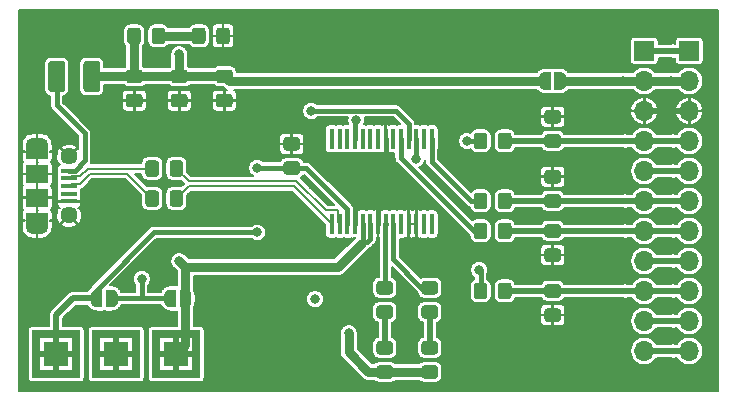
<source format=gbr>
G04 #@! TF.GenerationSoftware,KiCad,Pcbnew,(5.1.6)-1*
G04 #@! TF.CreationDate,2020-08-10T17:12:12+03:00*
G04 #@! TF.ProjectId,g850_kiss,67383530-5f6b-4697-9373-2e6b69636164,rev?*
G04 #@! TF.SameCoordinates,Original*
G04 #@! TF.FileFunction,Copper,L1,Top*
G04 #@! TF.FilePolarity,Positive*
%FSLAX46Y46*%
G04 Gerber Fmt 4.6, Leading zero omitted, Abs format (unit mm)*
G04 Created by KiCad (PCBNEW (5.1.6)-1) date 2020-08-10 17:12:12*
%MOMM*%
%LPD*%
G01*
G04 APERTURE LIST*
G04 #@! TA.AperFunction,Conductor*
%ADD10C,0.100000*%
G04 #@! TD*
G04 #@! TA.AperFunction,SMDPad,CuDef*
%ADD11R,0.450000X1.750000*%
G04 #@! TD*
G04 #@! TA.AperFunction,SMDPad,CuDef*
%ADD12C,0.100000*%
G04 #@! TD*
G04 #@! TA.AperFunction,ComponentPad*
%ADD13O,1.700000X1.700000*%
G04 #@! TD*
G04 #@! TA.AperFunction,ComponentPad*
%ADD14R,1.700000X1.700000*%
G04 #@! TD*
G04 #@! TA.AperFunction,SMDPad,CuDef*
%ADD15R,1.900000X1.500000*%
G04 #@! TD*
G04 #@! TA.AperFunction,ComponentPad*
%ADD16C,1.450000*%
G04 #@! TD*
G04 #@! TA.AperFunction,SMDPad,CuDef*
%ADD17R,1.350000X0.400000*%
G04 #@! TD*
G04 #@! TA.AperFunction,ComponentPad*
%ADD18O,1.900000X1.200000*%
G04 #@! TD*
G04 #@! TA.AperFunction,SMDPad,CuDef*
%ADD19R,1.900000X1.200000*%
G04 #@! TD*
G04 #@! TA.AperFunction,ViaPad*
%ADD20C,0.600000*%
G04 #@! TD*
G04 #@! TA.AperFunction,ViaPad*
%ADD21C,0.800000*%
G04 #@! TD*
G04 #@! TA.AperFunction,Conductor*
%ADD22C,0.250000*%
G04 #@! TD*
G04 #@! TA.AperFunction,Conductor*
%ADD23C,0.500000*%
G04 #@! TD*
G04 #@! TA.AperFunction,Conductor*
%ADD24C,0.400000*%
G04 #@! TD*
G04 #@! TA.AperFunction,Conductor*
%ADD25C,0.800000*%
G04 #@! TD*
G04 #@! TA.AperFunction,Conductor*
%ADD26C,0.200000*%
G04 #@! TD*
G04 APERTURE END LIST*
G04 #@! TA.AperFunction,Conductor*
D10*
G36*
X116055755Y-89644961D02*
G01*
X116065134Y-89647806D01*
X116073779Y-89652427D01*
X116081355Y-89658645D01*
X116087573Y-89666221D01*
X116092194Y-89674866D01*
X116095039Y-89684245D01*
X116096000Y-89694000D01*
X116096000Y-93694000D01*
X116095039Y-93703755D01*
X116092194Y-93713134D01*
X116087573Y-93721779D01*
X116081355Y-93729355D01*
X116073779Y-93735573D01*
X116065134Y-93740194D01*
X116055755Y-93743039D01*
X116046000Y-93744000D01*
X112046000Y-93744000D01*
X112036245Y-93743039D01*
X112026866Y-93740194D01*
X112018221Y-93735573D01*
X112010645Y-93729355D01*
X112004427Y-93721779D01*
X111999806Y-93713134D01*
X111996961Y-93703755D01*
X111996000Y-93694000D01*
X111996000Y-91944000D01*
X112696000Y-91944000D01*
X112696000Y-93044000D01*
X113796000Y-93044000D01*
X113796000Y-92694000D01*
X114296000Y-92694000D01*
X114296000Y-93044000D01*
X115396000Y-93044000D01*
X115396000Y-91944000D01*
X115046000Y-91944000D01*
X115046000Y-92694000D01*
X114296000Y-92694000D01*
X113796000Y-92694000D01*
X113046000Y-92694000D01*
X113046000Y-91944000D01*
X112696000Y-91944000D01*
X111996000Y-91944000D01*
X111996000Y-90344000D01*
X112696000Y-90344000D01*
X112696000Y-91444000D01*
X113046000Y-91444000D01*
X113046000Y-90694000D01*
X113796000Y-90694000D01*
X113796000Y-90344000D01*
X114296000Y-90344000D01*
X114296000Y-90694000D01*
X115046000Y-90694000D01*
X115046000Y-91444000D01*
X115396000Y-91444000D01*
X115396000Y-90344000D01*
X114296000Y-90344000D01*
X113796000Y-90344000D01*
X112696000Y-90344000D01*
X111996000Y-90344000D01*
X111996000Y-89694000D01*
X111996961Y-89684245D01*
X111999806Y-89674866D01*
X112004427Y-89666221D01*
X112010645Y-89658645D01*
X112018221Y-89652427D01*
X112026866Y-89647806D01*
X112036245Y-89644961D01*
X112046000Y-89644000D01*
X116046000Y-89644000D01*
X116055755Y-89644961D01*
G37*
G04 #@! TD.AperFunction*
G04 #@! TA.AperFunction,Conductor*
G36*
X121135755Y-89644961D02*
G01*
X121145134Y-89647806D01*
X121153779Y-89652427D01*
X121161355Y-89658645D01*
X121167573Y-89666221D01*
X121172194Y-89674866D01*
X121175039Y-89684245D01*
X121176000Y-89694000D01*
X121176000Y-93694000D01*
X121175039Y-93703755D01*
X121172194Y-93713134D01*
X121167573Y-93721779D01*
X121161355Y-93729355D01*
X121153779Y-93735573D01*
X121145134Y-93740194D01*
X121135755Y-93743039D01*
X121126000Y-93744000D01*
X117126000Y-93744000D01*
X117116245Y-93743039D01*
X117106866Y-93740194D01*
X117098221Y-93735573D01*
X117090645Y-93729355D01*
X117084427Y-93721779D01*
X117079806Y-93713134D01*
X117076961Y-93703755D01*
X117076000Y-93694000D01*
X117076000Y-91944000D01*
X117776000Y-91944000D01*
X117776000Y-93044000D01*
X118876000Y-93044000D01*
X118876000Y-92694000D01*
X119376000Y-92694000D01*
X119376000Y-93044000D01*
X120476000Y-93044000D01*
X120476000Y-91944000D01*
X120126000Y-91944000D01*
X120126000Y-92694000D01*
X119376000Y-92694000D01*
X118876000Y-92694000D01*
X118126000Y-92694000D01*
X118126000Y-91944000D01*
X117776000Y-91944000D01*
X117076000Y-91944000D01*
X117076000Y-90344000D01*
X117776000Y-90344000D01*
X117776000Y-91444000D01*
X118126000Y-91444000D01*
X118126000Y-90694000D01*
X118876000Y-90694000D01*
X118876000Y-90344000D01*
X119376000Y-90344000D01*
X119376000Y-90694000D01*
X120126000Y-90694000D01*
X120126000Y-91444000D01*
X120476000Y-91444000D01*
X120476000Y-90344000D01*
X119376000Y-90344000D01*
X118876000Y-90344000D01*
X117776000Y-90344000D01*
X117076000Y-90344000D01*
X117076000Y-89694000D01*
X117076961Y-89684245D01*
X117079806Y-89674866D01*
X117084427Y-89666221D01*
X117090645Y-89658645D01*
X117098221Y-89652427D01*
X117106866Y-89647806D01*
X117116245Y-89644961D01*
X117126000Y-89644000D01*
X121126000Y-89644000D01*
X121135755Y-89644961D01*
G37*
G04 #@! TD.AperFunction*
G04 #@! TA.AperFunction,Conductor*
G36*
X110975755Y-89644961D02*
G01*
X110985134Y-89647806D01*
X110993779Y-89652427D01*
X111001355Y-89658645D01*
X111007573Y-89666221D01*
X111012194Y-89674866D01*
X111015039Y-89684245D01*
X111016000Y-89694000D01*
X111016000Y-93694000D01*
X111015039Y-93703755D01*
X111012194Y-93713134D01*
X111007573Y-93721779D01*
X111001355Y-93729355D01*
X110993779Y-93735573D01*
X110985134Y-93740194D01*
X110975755Y-93743039D01*
X110966000Y-93744000D01*
X106966000Y-93744000D01*
X106956245Y-93743039D01*
X106946866Y-93740194D01*
X106938221Y-93735573D01*
X106930645Y-93729355D01*
X106924427Y-93721779D01*
X106919806Y-93713134D01*
X106916961Y-93703755D01*
X106916000Y-93694000D01*
X106916000Y-91944000D01*
X107616000Y-91944000D01*
X107616000Y-93044000D01*
X108716000Y-93044000D01*
X108716000Y-92694000D01*
X109216000Y-92694000D01*
X109216000Y-93044000D01*
X110316000Y-93044000D01*
X110316000Y-91944000D01*
X109966000Y-91944000D01*
X109966000Y-92694000D01*
X109216000Y-92694000D01*
X108716000Y-92694000D01*
X107966000Y-92694000D01*
X107966000Y-91944000D01*
X107616000Y-91944000D01*
X106916000Y-91944000D01*
X106916000Y-90344000D01*
X107616000Y-90344000D01*
X107616000Y-91444000D01*
X107966000Y-91444000D01*
X107966000Y-90694000D01*
X108716000Y-90694000D01*
X108716000Y-90344000D01*
X109216000Y-90344000D01*
X109216000Y-90694000D01*
X109966000Y-90694000D01*
X109966000Y-91444000D01*
X110316000Y-91444000D01*
X110316000Y-90344000D01*
X109216000Y-90344000D01*
X108716000Y-90344000D01*
X107616000Y-90344000D01*
X106916000Y-90344000D01*
X106916000Y-89694000D01*
X106916961Y-89684245D01*
X106919806Y-89674866D01*
X106924427Y-89666221D01*
X106930645Y-89658645D01*
X106938221Y-89652427D01*
X106946866Y-89647806D01*
X106956245Y-89644961D01*
X106966000Y-89644000D01*
X110966000Y-89644000D01*
X110975755Y-89644961D01*
G37*
G04 #@! TD.AperFunction*
D11*
X140750000Y-80689000D03*
X140100000Y-80689000D03*
X139450000Y-80689000D03*
X138800000Y-80689000D03*
X138150000Y-80689000D03*
X137500000Y-80689000D03*
X136850000Y-80689000D03*
X136200000Y-80689000D03*
X135550000Y-80689000D03*
X134900000Y-80689000D03*
X134250000Y-80689000D03*
X133600000Y-80689000D03*
X132950000Y-80689000D03*
X132300000Y-80689000D03*
X132300000Y-73489000D03*
X132950000Y-73489000D03*
X133600000Y-73489000D03*
X134250000Y-73489000D03*
X134900000Y-73489000D03*
X135550000Y-73489000D03*
X136200000Y-73489000D03*
X136850000Y-73489000D03*
X137500000Y-73489000D03*
X138150000Y-73489000D03*
X138800000Y-73489000D03*
X139450000Y-73489000D03*
X140100000Y-73489000D03*
X140750000Y-73489000D03*
G04 #@! TA.AperFunction,SMDPad,CuDef*
G36*
G01*
X151453001Y-72185000D02*
X150552999Y-72185000D01*
G75*
G02*
X150303000Y-71935001I0J249999D01*
G01*
X150303000Y-71284999D01*
G75*
G02*
X150552999Y-71035000I249999J0D01*
G01*
X151453001Y-71035000D01*
G75*
G02*
X151703000Y-71284999I0J-249999D01*
G01*
X151703000Y-71935001D01*
G75*
G02*
X151453001Y-72185000I-249999J0D01*
G01*
G37*
G04 #@! TD.AperFunction*
G04 #@! TA.AperFunction,SMDPad,CuDef*
G36*
G01*
X151453001Y-74235000D02*
X150552999Y-74235000D01*
G75*
G02*
X150303000Y-73985001I0J249999D01*
G01*
X150303000Y-73334999D01*
G75*
G02*
X150552999Y-73085000I249999J0D01*
G01*
X151453001Y-73085000D01*
G75*
G02*
X151703000Y-73334999I0J-249999D01*
G01*
X151703000Y-73985001D01*
G75*
G02*
X151453001Y-74235000I-249999J0D01*
G01*
G37*
G04 #@! TD.AperFunction*
G04 #@! TA.AperFunction,SMDPad,CuDef*
G36*
G01*
X150552999Y-87835000D02*
X151453001Y-87835000D01*
G75*
G02*
X151703000Y-88084999I0J-249999D01*
G01*
X151703000Y-88735001D01*
G75*
G02*
X151453001Y-88985000I-249999J0D01*
G01*
X150552999Y-88985000D01*
G75*
G02*
X150303000Y-88735001I0J249999D01*
G01*
X150303000Y-88084999D01*
G75*
G02*
X150552999Y-87835000I249999J0D01*
G01*
G37*
G04 #@! TD.AperFunction*
G04 #@! TA.AperFunction,SMDPad,CuDef*
G36*
G01*
X150552999Y-85785000D02*
X151453001Y-85785000D01*
G75*
G02*
X151703000Y-86034999I0J-249999D01*
G01*
X151703000Y-86685001D01*
G75*
G02*
X151453001Y-86935000I-249999J0D01*
G01*
X150552999Y-86935000D01*
G75*
G02*
X150303000Y-86685001I0J249999D01*
G01*
X150303000Y-86034999D01*
G75*
G02*
X150552999Y-85785000I249999J0D01*
G01*
G37*
G04 #@! TD.AperFunction*
G04 #@! TA.AperFunction,SMDPad,CuDef*
G36*
G01*
X150552999Y-82755000D02*
X151453001Y-82755000D01*
G75*
G02*
X151703000Y-83004999I0J-249999D01*
G01*
X151703000Y-83655001D01*
G75*
G02*
X151453001Y-83905000I-249999J0D01*
G01*
X150552999Y-83905000D01*
G75*
G02*
X150303000Y-83655001I0J249999D01*
G01*
X150303000Y-83004999D01*
G75*
G02*
X150552999Y-82755000I249999J0D01*
G01*
G37*
G04 #@! TD.AperFunction*
G04 #@! TA.AperFunction,SMDPad,CuDef*
G36*
G01*
X150552999Y-80705000D02*
X151453001Y-80705000D01*
G75*
G02*
X151703000Y-80954999I0J-249999D01*
G01*
X151703000Y-81605001D01*
G75*
G02*
X151453001Y-81855000I-249999J0D01*
G01*
X150552999Y-81855000D01*
G75*
G02*
X150303000Y-81605001I0J249999D01*
G01*
X150303000Y-80954999D01*
G75*
G02*
X150552999Y-80705000I249999J0D01*
G01*
G37*
G04 #@! TD.AperFunction*
G04 #@! TA.AperFunction,SMDPad,CuDef*
G36*
G01*
X151453001Y-77265000D02*
X150552999Y-77265000D01*
G75*
G02*
X150303000Y-77015001I0J249999D01*
G01*
X150303000Y-76364999D01*
G75*
G02*
X150552999Y-76115000I249999J0D01*
G01*
X151453001Y-76115000D01*
G75*
G02*
X151703000Y-76364999I0J-249999D01*
G01*
X151703000Y-77015001D01*
G75*
G02*
X151453001Y-77265000I-249999J0D01*
G01*
G37*
G04 #@! TD.AperFunction*
G04 #@! TA.AperFunction,SMDPad,CuDef*
G36*
G01*
X151453001Y-79315000D02*
X150552999Y-79315000D01*
G75*
G02*
X150303000Y-79065001I0J249999D01*
G01*
X150303000Y-78414999D01*
G75*
G02*
X150552999Y-78165000I249999J0D01*
G01*
X151453001Y-78165000D01*
G75*
G02*
X151703000Y-78414999I0J-249999D01*
G01*
X151703000Y-79065001D01*
G75*
G02*
X151453001Y-79315000I-249999J0D01*
G01*
G37*
G04 #@! TD.AperFunction*
G04 #@! TA.AperFunction,SMDPad,CuDef*
G36*
G01*
X145464000Y-73209999D02*
X145464000Y-74110001D01*
G75*
G02*
X145214001Y-74360000I-249999J0D01*
G01*
X144563999Y-74360000D01*
G75*
G02*
X144314000Y-74110001I0J249999D01*
G01*
X144314000Y-73209999D01*
G75*
G02*
X144563999Y-72960000I249999J0D01*
G01*
X145214001Y-72960000D01*
G75*
G02*
X145464000Y-73209999I0J-249999D01*
G01*
G37*
G04 #@! TD.AperFunction*
G04 #@! TA.AperFunction,SMDPad,CuDef*
G36*
G01*
X147514000Y-73209999D02*
X147514000Y-74110001D01*
G75*
G02*
X147264001Y-74360000I-249999J0D01*
G01*
X146613999Y-74360000D01*
G75*
G02*
X146364000Y-74110001I0J249999D01*
G01*
X146364000Y-73209999D01*
G75*
G02*
X146613999Y-72960000I249999J0D01*
G01*
X147264001Y-72960000D01*
G75*
G02*
X147514000Y-73209999I0J-249999D01*
G01*
G37*
G04 #@! TD.AperFunction*
G04 #@! TA.AperFunction,SMDPad,CuDef*
G36*
G01*
X145464000Y-85909999D02*
X145464000Y-86810001D01*
G75*
G02*
X145214001Y-87060000I-249999J0D01*
G01*
X144563999Y-87060000D01*
G75*
G02*
X144314000Y-86810001I0J249999D01*
G01*
X144314000Y-85909999D01*
G75*
G02*
X144563999Y-85660000I249999J0D01*
G01*
X145214001Y-85660000D01*
G75*
G02*
X145464000Y-85909999I0J-249999D01*
G01*
G37*
G04 #@! TD.AperFunction*
G04 #@! TA.AperFunction,SMDPad,CuDef*
G36*
G01*
X147514000Y-85909999D02*
X147514000Y-86810001D01*
G75*
G02*
X147264001Y-87060000I-249999J0D01*
G01*
X146613999Y-87060000D01*
G75*
G02*
X146364000Y-86810001I0J249999D01*
G01*
X146364000Y-85909999D01*
G75*
G02*
X146613999Y-85660000I249999J0D01*
G01*
X147264001Y-85660000D01*
G75*
G02*
X147514000Y-85909999I0J-249999D01*
G01*
G37*
G04 #@! TD.AperFunction*
G04 #@! TA.AperFunction,SMDPad,CuDef*
G36*
G01*
X145464000Y-80829999D02*
X145464000Y-81730001D01*
G75*
G02*
X145214001Y-81980000I-249999J0D01*
G01*
X144563999Y-81980000D01*
G75*
G02*
X144314000Y-81730001I0J249999D01*
G01*
X144314000Y-80829999D01*
G75*
G02*
X144563999Y-80580000I249999J0D01*
G01*
X145214001Y-80580000D01*
G75*
G02*
X145464000Y-80829999I0J-249999D01*
G01*
G37*
G04 #@! TD.AperFunction*
G04 #@! TA.AperFunction,SMDPad,CuDef*
G36*
G01*
X147514000Y-80829999D02*
X147514000Y-81730001D01*
G75*
G02*
X147264001Y-81980000I-249999J0D01*
G01*
X146613999Y-81980000D01*
G75*
G02*
X146364000Y-81730001I0J249999D01*
G01*
X146364000Y-80829999D01*
G75*
G02*
X146613999Y-80580000I249999J0D01*
G01*
X147264001Y-80580000D01*
G75*
G02*
X147514000Y-80829999I0J-249999D01*
G01*
G37*
G04 #@! TD.AperFunction*
G04 #@! TA.AperFunction,SMDPad,CuDef*
G36*
G01*
X145464000Y-78289999D02*
X145464000Y-79190001D01*
G75*
G02*
X145214001Y-79440000I-249999J0D01*
G01*
X144563999Y-79440000D01*
G75*
G02*
X144314000Y-79190001I0J249999D01*
G01*
X144314000Y-78289999D01*
G75*
G02*
X144563999Y-78040000I249999J0D01*
G01*
X145214001Y-78040000D01*
G75*
G02*
X145464000Y-78289999I0J-249999D01*
G01*
G37*
G04 #@! TD.AperFunction*
G04 #@! TA.AperFunction,SMDPad,CuDef*
G36*
G01*
X147514000Y-78289999D02*
X147514000Y-79190001D01*
G75*
G02*
X147264001Y-79440000I-249999J0D01*
G01*
X146613999Y-79440000D01*
G75*
G02*
X146364000Y-79190001I0J249999D01*
G01*
X146364000Y-78289999D01*
G75*
G02*
X146613999Y-78040000I249999J0D01*
G01*
X147264001Y-78040000D01*
G75*
G02*
X147514000Y-78289999I0J-249999D01*
G01*
G37*
G04 #@! TD.AperFunction*
G04 #@! TA.AperFunction,SMDPad,CuDef*
G36*
G01*
X137229001Y-86672000D02*
X136328999Y-86672000D01*
G75*
G02*
X136079000Y-86422001I0J249999D01*
G01*
X136079000Y-85771999D01*
G75*
G02*
X136328999Y-85522000I249999J0D01*
G01*
X137229001Y-85522000D01*
G75*
G02*
X137479000Y-85771999I0J-249999D01*
G01*
X137479000Y-86422001D01*
G75*
G02*
X137229001Y-86672000I-249999J0D01*
G01*
G37*
G04 #@! TD.AperFunction*
G04 #@! TA.AperFunction,SMDPad,CuDef*
G36*
G01*
X137229001Y-88722000D02*
X136328999Y-88722000D01*
G75*
G02*
X136079000Y-88472001I0J249999D01*
G01*
X136079000Y-87821999D01*
G75*
G02*
X136328999Y-87572000I249999J0D01*
G01*
X137229001Y-87572000D01*
G75*
G02*
X137479000Y-87821999I0J-249999D01*
G01*
X137479000Y-88472001D01*
G75*
G02*
X137229001Y-88722000I-249999J0D01*
G01*
G37*
G04 #@! TD.AperFunction*
G04 #@! TA.AperFunction,SMDPad,CuDef*
G36*
G01*
X141039001Y-86672000D02*
X140138999Y-86672000D01*
G75*
G02*
X139889000Y-86422001I0J249999D01*
G01*
X139889000Y-85771999D01*
G75*
G02*
X140138999Y-85522000I249999J0D01*
G01*
X141039001Y-85522000D01*
G75*
G02*
X141289000Y-85771999I0J-249999D01*
G01*
X141289000Y-86422001D01*
G75*
G02*
X141039001Y-86672000I-249999J0D01*
G01*
G37*
G04 #@! TD.AperFunction*
G04 #@! TA.AperFunction,SMDPad,CuDef*
G36*
G01*
X141039001Y-88722000D02*
X140138999Y-88722000D01*
G75*
G02*
X139889000Y-88472001I0J249999D01*
G01*
X139889000Y-87821999D01*
G75*
G02*
X140138999Y-87572000I249999J0D01*
G01*
X141039001Y-87572000D01*
G75*
G02*
X141289000Y-87821999I0J-249999D01*
G01*
X141289000Y-88472001D01*
G75*
G02*
X141039001Y-88722000I-249999J0D01*
G01*
G37*
G04 #@! TD.AperFunction*
G04 #@! TA.AperFunction,SMDPad,CuDef*
G36*
G01*
X122506000Y-65220001D02*
X122506000Y-64319999D01*
G75*
G02*
X122755999Y-64070000I249999J0D01*
G01*
X123406001Y-64070000D01*
G75*
G02*
X123656000Y-64319999I0J-249999D01*
G01*
X123656000Y-65220001D01*
G75*
G02*
X123406001Y-65470000I-249999J0D01*
G01*
X122755999Y-65470000D01*
G75*
G02*
X122506000Y-65220001I0J249999D01*
G01*
G37*
G04 #@! TD.AperFunction*
G04 #@! TA.AperFunction,SMDPad,CuDef*
G36*
G01*
X120456000Y-65220001D02*
X120456000Y-64319999D01*
G75*
G02*
X120705999Y-64070000I249999J0D01*
G01*
X121356001Y-64070000D01*
G75*
G02*
X121606000Y-64319999I0J-249999D01*
G01*
X121606000Y-65220001D01*
G75*
G02*
X121356001Y-65470000I-249999J0D01*
G01*
X120705999Y-65470000D01*
G75*
G02*
X120456000Y-65220001I0J249999D01*
G01*
G37*
G04 #@! TD.AperFunction*
G04 #@! TA.AperFunction,SMDPad,CuDef*
G36*
G01*
X117660000Y-75549339D02*
X117660000Y-76449341D01*
G75*
G02*
X117410001Y-76699340I-249999J0D01*
G01*
X116759999Y-76699340D01*
G75*
G02*
X116510000Y-76449341I0J249999D01*
G01*
X116510000Y-75549339D01*
G75*
G02*
X116759999Y-75299340I249999J0D01*
G01*
X117410001Y-75299340D01*
G75*
G02*
X117660000Y-75549339I0J-249999D01*
G01*
G37*
G04 #@! TD.AperFunction*
G04 #@! TA.AperFunction,SMDPad,CuDef*
G36*
G01*
X119710000Y-75549339D02*
X119710000Y-76449341D01*
G75*
G02*
X119460001Y-76699340I-249999J0D01*
G01*
X118809999Y-76699340D01*
G75*
G02*
X118560000Y-76449341I0J249999D01*
G01*
X118560000Y-75549339D01*
G75*
G02*
X118809999Y-75299340I249999J0D01*
G01*
X119460001Y-75299340D01*
G75*
G02*
X119710000Y-75549339I0J-249999D01*
G01*
G37*
G04 #@! TD.AperFunction*
G04 #@! TA.AperFunction,SMDPad,CuDef*
G36*
G01*
X117660000Y-78089339D02*
X117660000Y-78989341D01*
G75*
G02*
X117410001Y-79239340I-249999J0D01*
G01*
X116759999Y-79239340D01*
G75*
G02*
X116510000Y-78989341I0J249999D01*
G01*
X116510000Y-78089339D01*
G75*
G02*
X116759999Y-77839340I249999J0D01*
G01*
X117410001Y-77839340D01*
G75*
G02*
X117660000Y-78089339I0J-249999D01*
G01*
G37*
G04 #@! TD.AperFunction*
G04 #@! TA.AperFunction,SMDPad,CuDef*
G36*
G01*
X119710000Y-78089339D02*
X119710000Y-78989341D01*
G75*
G02*
X119460001Y-79239340I-249999J0D01*
G01*
X118809999Y-79239340D01*
G75*
G02*
X118560000Y-78989341I0J249999D01*
G01*
X118560000Y-78089339D01*
G75*
G02*
X118809999Y-77839340I249999J0D01*
G01*
X119460001Y-77839340D01*
G75*
G02*
X119710000Y-78089339I0J-249999D01*
G01*
G37*
G04 #@! TD.AperFunction*
G04 #@! TA.AperFunction,SMDPad,CuDef*
D12*
G36*
X151638000Y-67830602D02*
G01*
X151662534Y-67830602D01*
X151711365Y-67835412D01*
X151759490Y-67844984D01*
X151806445Y-67859228D01*
X151851778Y-67878005D01*
X151895051Y-67901136D01*
X151935850Y-67928396D01*
X151973779Y-67959524D01*
X152008476Y-67994221D01*
X152039604Y-68032150D01*
X152066864Y-68072949D01*
X152089995Y-68116222D01*
X152108772Y-68161555D01*
X152123016Y-68208510D01*
X152132588Y-68256635D01*
X152137398Y-68305466D01*
X152137398Y-68330000D01*
X152138000Y-68330000D01*
X152138000Y-68830000D01*
X152137398Y-68830000D01*
X152137398Y-68854534D01*
X152132588Y-68903365D01*
X152123016Y-68951490D01*
X152108772Y-68998445D01*
X152089995Y-69043778D01*
X152066864Y-69087051D01*
X152039604Y-69127850D01*
X152008476Y-69165779D01*
X151973779Y-69200476D01*
X151935850Y-69231604D01*
X151895051Y-69258864D01*
X151851778Y-69281995D01*
X151806445Y-69300772D01*
X151759490Y-69315016D01*
X151711365Y-69324588D01*
X151662534Y-69329398D01*
X151638000Y-69329398D01*
X151638000Y-69330000D01*
X151138000Y-69330000D01*
X151138000Y-67830000D01*
X151638000Y-67830000D01*
X151638000Y-67830602D01*
G37*
G04 #@! TD.AperFunction*
G04 #@! TA.AperFunction,SMDPad,CuDef*
G36*
X150838000Y-69330000D02*
G01*
X150338000Y-69330000D01*
X150338000Y-69329398D01*
X150313466Y-69329398D01*
X150264635Y-69324588D01*
X150216510Y-69315016D01*
X150169555Y-69300772D01*
X150124222Y-69281995D01*
X150080949Y-69258864D01*
X150040150Y-69231604D01*
X150002221Y-69200476D01*
X149967524Y-69165779D01*
X149936396Y-69127850D01*
X149909136Y-69087051D01*
X149886005Y-69043778D01*
X149867228Y-68998445D01*
X149852984Y-68951490D01*
X149843412Y-68903365D01*
X149838602Y-68854534D01*
X149838602Y-68830000D01*
X149838000Y-68830000D01*
X149838000Y-68330000D01*
X149838602Y-68330000D01*
X149838602Y-68305466D01*
X149843412Y-68256635D01*
X149852984Y-68208510D01*
X149867228Y-68161555D01*
X149886005Y-68116222D01*
X149909136Y-68072949D01*
X149936396Y-68032150D01*
X149967524Y-67994221D01*
X150002221Y-67959524D01*
X150040150Y-67928396D01*
X150080949Y-67901136D01*
X150124222Y-67878005D01*
X150169555Y-67859228D01*
X150216510Y-67844984D01*
X150264635Y-67835412D01*
X150313466Y-67830602D01*
X150338000Y-67830602D01*
X150338000Y-67830000D01*
X150838000Y-67830000D01*
X150838000Y-69330000D01*
G37*
G04 #@! TD.AperFunction*
G04 #@! TA.AperFunction,SMDPad,CuDef*
G36*
X119903000Y-86245602D02*
G01*
X119927534Y-86245602D01*
X119976365Y-86250412D01*
X120024490Y-86259984D01*
X120071445Y-86274228D01*
X120116778Y-86293005D01*
X120160051Y-86316136D01*
X120200850Y-86343396D01*
X120238779Y-86374524D01*
X120273476Y-86409221D01*
X120304604Y-86447150D01*
X120331864Y-86487949D01*
X120354995Y-86531222D01*
X120373772Y-86576555D01*
X120388016Y-86623510D01*
X120397588Y-86671635D01*
X120402398Y-86720466D01*
X120402398Y-86745000D01*
X120403000Y-86745000D01*
X120403000Y-87245000D01*
X120402398Y-87245000D01*
X120402398Y-87269534D01*
X120397588Y-87318365D01*
X120388016Y-87366490D01*
X120373772Y-87413445D01*
X120354995Y-87458778D01*
X120331864Y-87502051D01*
X120304604Y-87542850D01*
X120273476Y-87580779D01*
X120238779Y-87615476D01*
X120200850Y-87646604D01*
X120160051Y-87673864D01*
X120116778Y-87696995D01*
X120071445Y-87715772D01*
X120024490Y-87730016D01*
X119976365Y-87739588D01*
X119927534Y-87744398D01*
X119903000Y-87744398D01*
X119903000Y-87745000D01*
X119403000Y-87745000D01*
X119403000Y-86245000D01*
X119903000Y-86245000D01*
X119903000Y-86245602D01*
G37*
G04 #@! TD.AperFunction*
G04 #@! TA.AperFunction,SMDPad,CuDef*
G36*
X119103000Y-87745000D02*
G01*
X118603000Y-87745000D01*
X118603000Y-87744398D01*
X118578466Y-87744398D01*
X118529635Y-87739588D01*
X118481510Y-87730016D01*
X118434555Y-87715772D01*
X118389222Y-87696995D01*
X118345949Y-87673864D01*
X118305150Y-87646604D01*
X118267221Y-87615476D01*
X118232524Y-87580779D01*
X118201396Y-87542850D01*
X118174136Y-87502051D01*
X118151005Y-87458778D01*
X118132228Y-87413445D01*
X118117984Y-87366490D01*
X118108412Y-87318365D01*
X118103602Y-87269534D01*
X118103602Y-87245000D01*
X118103000Y-87245000D01*
X118103000Y-86745000D01*
X118103602Y-86745000D01*
X118103602Y-86720466D01*
X118108412Y-86671635D01*
X118117984Y-86623510D01*
X118132228Y-86576555D01*
X118151005Y-86531222D01*
X118174136Y-86487949D01*
X118201396Y-86447150D01*
X118232524Y-86409221D01*
X118267221Y-86374524D01*
X118305150Y-86343396D01*
X118345949Y-86316136D01*
X118389222Y-86293005D01*
X118434555Y-86274228D01*
X118481510Y-86259984D01*
X118529635Y-86250412D01*
X118578466Y-86245602D01*
X118603000Y-86245602D01*
X118603000Y-86245000D01*
X119103000Y-86245000D01*
X119103000Y-87745000D01*
G37*
G04 #@! TD.AperFunction*
G04 #@! TA.AperFunction,SMDPad,CuDef*
G36*
X113680000Y-86245602D02*
G01*
X113704534Y-86245602D01*
X113753365Y-86250412D01*
X113801490Y-86259984D01*
X113848445Y-86274228D01*
X113893778Y-86293005D01*
X113937051Y-86316136D01*
X113977850Y-86343396D01*
X114015779Y-86374524D01*
X114050476Y-86409221D01*
X114081604Y-86447150D01*
X114108864Y-86487949D01*
X114131995Y-86531222D01*
X114150772Y-86576555D01*
X114165016Y-86623510D01*
X114174588Y-86671635D01*
X114179398Y-86720466D01*
X114179398Y-86745000D01*
X114180000Y-86745000D01*
X114180000Y-87245000D01*
X114179398Y-87245000D01*
X114179398Y-87269534D01*
X114174588Y-87318365D01*
X114165016Y-87366490D01*
X114150772Y-87413445D01*
X114131995Y-87458778D01*
X114108864Y-87502051D01*
X114081604Y-87542850D01*
X114050476Y-87580779D01*
X114015779Y-87615476D01*
X113977850Y-87646604D01*
X113937051Y-87673864D01*
X113893778Y-87696995D01*
X113848445Y-87715772D01*
X113801490Y-87730016D01*
X113753365Y-87739588D01*
X113704534Y-87744398D01*
X113680000Y-87744398D01*
X113680000Y-87745000D01*
X113180000Y-87745000D01*
X113180000Y-86245000D01*
X113680000Y-86245000D01*
X113680000Y-86245602D01*
G37*
G04 #@! TD.AperFunction*
G04 #@! TA.AperFunction,SMDPad,CuDef*
G36*
X112880000Y-87745000D02*
G01*
X112380000Y-87745000D01*
X112380000Y-87744398D01*
X112355466Y-87744398D01*
X112306635Y-87739588D01*
X112258510Y-87730016D01*
X112211555Y-87715772D01*
X112166222Y-87696995D01*
X112122949Y-87673864D01*
X112082150Y-87646604D01*
X112044221Y-87615476D01*
X112009524Y-87580779D01*
X111978396Y-87542850D01*
X111951136Y-87502051D01*
X111928005Y-87458778D01*
X111909228Y-87413445D01*
X111894984Y-87366490D01*
X111885412Y-87318365D01*
X111880602Y-87269534D01*
X111880602Y-87245000D01*
X111880000Y-87245000D01*
X111880000Y-86745000D01*
X111880602Y-86745000D01*
X111880602Y-86720466D01*
X111885412Y-86671635D01*
X111894984Y-86623510D01*
X111909228Y-86576555D01*
X111928005Y-86531222D01*
X111951136Y-86487949D01*
X111978396Y-86447150D01*
X112009524Y-86409221D01*
X112044221Y-86374524D01*
X112082150Y-86343396D01*
X112122949Y-86316136D01*
X112166222Y-86293005D01*
X112211555Y-86274228D01*
X112258510Y-86259984D01*
X112306635Y-86250412D01*
X112355466Y-86245602D01*
X112380000Y-86245602D01*
X112380000Y-86245000D01*
X112880000Y-86245000D01*
X112880000Y-87745000D01*
G37*
G04 #@! TD.AperFunction*
D13*
X158750000Y-91440000D03*
X158750000Y-88900000D03*
X158750000Y-86360000D03*
X158750000Y-83820000D03*
X158750000Y-81280000D03*
X158750000Y-78740000D03*
X158750000Y-76200000D03*
X158750000Y-73660000D03*
X158750000Y-71120000D03*
X158750000Y-68580000D03*
D14*
X158750000Y-66040000D03*
D13*
X162560000Y-91440000D03*
X162560000Y-88900000D03*
X162560000Y-86360000D03*
X162560000Y-83820000D03*
X162560000Y-81280000D03*
X162560000Y-78740000D03*
X162560000Y-76200000D03*
X162560000Y-73660000D03*
X162560000Y-71120000D03*
X162560000Y-68580000D03*
D14*
X162560000Y-66040000D03*
D15*
X107347500Y-78470000D03*
D16*
X110047500Y-74970000D03*
D17*
X110047500Y-76820000D03*
X110047500Y-76170000D03*
X110047500Y-78770000D03*
X110047500Y-78120000D03*
X110047500Y-77470000D03*
D16*
X110047500Y-79970000D03*
D15*
X107347500Y-76470000D03*
D18*
X107347500Y-73970000D03*
X107347500Y-80970000D03*
D19*
X107347500Y-80370000D03*
X107347500Y-74570000D03*
G04 #@! TA.AperFunction,SMDPad,CuDef*
G36*
G01*
X109715000Y-67124000D02*
X109715000Y-69274000D01*
G75*
G02*
X109465000Y-69524000I-250000J0D01*
G01*
X108540000Y-69524000D01*
G75*
G02*
X108290000Y-69274000I0J250000D01*
G01*
X108290000Y-67124000D01*
G75*
G02*
X108540000Y-66874000I250000J0D01*
G01*
X109465000Y-66874000D01*
G75*
G02*
X109715000Y-67124000I0J-250000D01*
G01*
G37*
G04 #@! TD.AperFunction*
G04 #@! TA.AperFunction,SMDPad,CuDef*
G36*
G01*
X112690000Y-67124000D02*
X112690000Y-69274000D01*
G75*
G02*
X112440000Y-69524000I-250000J0D01*
G01*
X111515000Y-69524000D01*
G75*
G02*
X111265000Y-69274000I0J250000D01*
G01*
X111265000Y-67124000D01*
G75*
G02*
X111515000Y-66874000I250000J0D01*
G01*
X112440000Y-66874000D01*
G75*
G02*
X112690000Y-67124000I0J-250000D01*
G01*
G37*
G04 #@! TD.AperFunction*
G04 #@! TA.AperFunction,SMDPad,CuDef*
G36*
G01*
X136328999Y-92652000D02*
X137229001Y-92652000D01*
G75*
G02*
X137479000Y-92901999I0J-249999D01*
G01*
X137479000Y-93552001D01*
G75*
G02*
X137229001Y-93802000I-249999J0D01*
G01*
X136328999Y-93802000D01*
G75*
G02*
X136079000Y-93552001I0J249999D01*
G01*
X136079000Y-92901999D01*
G75*
G02*
X136328999Y-92652000I249999J0D01*
G01*
G37*
G04 #@! TD.AperFunction*
G04 #@! TA.AperFunction,SMDPad,CuDef*
G36*
G01*
X136328999Y-90602000D02*
X137229001Y-90602000D01*
G75*
G02*
X137479000Y-90851999I0J-249999D01*
G01*
X137479000Y-91502001D01*
G75*
G02*
X137229001Y-91752000I-249999J0D01*
G01*
X136328999Y-91752000D01*
G75*
G02*
X136079000Y-91502001I0J249999D01*
G01*
X136079000Y-90851999D01*
G75*
G02*
X136328999Y-90602000I249999J0D01*
G01*
G37*
G04 #@! TD.AperFunction*
G04 #@! TA.AperFunction,SMDPad,CuDef*
G36*
G01*
X140138999Y-92652000D02*
X141039001Y-92652000D01*
G75*
G02*
X141289000Y-92901999I0J-249999D01*
G01*
X141289000Y-93552001D01*
G75*
G02*
X141039001Y-93802000I-249999J0D01*
G01*
X140138999Y-93802000D01*
G75*
G02*
X139889000Y-93552001I0J249999D01*
G01*
X139889000Y-92901999D01*
G75*
G02*
X140138999Y-92652000I249999J0D01*
G01*
G37*
G04 #@! TD.AperFunction*
G04 #@! TA.AperFunction,SMDPad,CuDef*
G36*
G01*
X140138999Y-90602000D02*
X141039001Y-90602000D01*
G75*
G02*
X141289000Y-90851999I0J-249999D01*
G01*
X141289000Y-91502001D01*
G75*
G02*
X141039001Y-91752000I-249999J0D01*
G01*
X140138999Y-91752000D01*
G75*
G02*
X139889000Y-91502001I0J249999D01*
G01*
X139889000Y-90851999D01*
G75*
G02*
X140138999Y-90602000I249999J0D01*
G01*
G37*
G04 #@! TD.AperFunction*
G04 #@! TA.AperFunction,SMDPad,CuDef*
G36*
G01*
X116136000Y-64319999D02*
X116136000Y-65220001D01*
G75*
G02*
X115886001Y-65470000I-249999J0D01*
G01*
X115235999Y-65470000D01*
G75*
G02*
X114986000Y-65220001I0J249999D01*
G01*
X114986000Y-64319999D01*
G75*
G02*
X115235999Y-64070000I249999J0D01*
G01*
X115886001Y-64070000D01*
G75*
G02*
X116136000Y-64319999I0J-249999D01*
G01*
G37*
G04 #@! TD.AperFunction*
G04 #@! TA.AperFunction,SMDPad,CuDef*
G36*
G01*
X118186000Y-64319999D02*
X118186000Y-65220001D01*
G75*
G02*
X117936001Y-65470000I-249999J0D01*
G01*
X117285999Y-65470000D01*
G75*
G02*
X117036000Y-65220001I0J249999D01*
G01*
X117036000Y-64319999D01*
G75*
G02*
X117285999Y-64070000I249999J0D01*
G01*
X117936001Y-64070000D01*
G75*
G02*
X118186000Y-64319999I0J-249999D01*
G01*
G37*
G04 #@! TD.AperFunction*
G04 #@! TA.AperFunction,SMDPad,CuDef*
G36*
G01*
X122739999Y-69665000D02*
X123640001Y-69665000D01*
G75*
G02*
X123890000Y-69914999I0J-249999D01*
G01*
X123890000Y-70565001D01*
G75*
G02*
X123640001Y-70815000I-249999J0D01*
G01*
X122739999Y-70815000D01*
G75*
G02*
X122490000Y-70565001I0J249999D01*
G01*
X122490000Y-69914999D01*
G75*
G02*
X122739999Y-69665000I249999J0D01*
G01*
G37*
G04 #@! TD.AperFunction*
G04 #@! TA.AperFunction,SMDPad,CuDef*
G36*
G01*
X122739999Y-67615000D02*
X123640001Y-67615000D01*
G75*
G02*
X123890000Y-67864999I0J-249999D01*
G01*
X123890000Y-68515001D01*
G75*
G02*
X123640001Y-68765000I-249999J0D01*
G01*
X122739999Y-68765000D01*
G75*
G02*
X122490000Y-68515001I0J249999D01*
G01*
X122490000Y-67864999D01*
G75*
G02*
X122739999Y-67615000I249999J0D01*
G01*
G37*
G04 #@! TD.AperFunction*
G04 #@! TA.AperFunction,SMDPad,CuDef*
G36*
G01*
X118929999Y-69665000D02*
X119830001Y-69665000D01*
G75*
G02*
X120080000Y-69914999I0J-249999D01*
G01*
X120080000Y-70565001D01*
G75*
G02*
X119830001Y-70815000I-249999J0D01*
G01*
X118929999Y-70815000D01*
G75*
G02*
X118680000Y-70565001I0J249999D01*
G01*
X118680000Y-69914999D01*
G75*
G02*
X118929999Y-69665000I249999J0D01*
G01*
G37*
G04 #@! TD.AperFunction*
G04 #@! TA.AperFunction,SMDPad,CuDef*
G36*
G01*
X118929999Y-67615000D02*
X119830001Y-67615000D01*
G75*
G02*
X120080000Y-67864999I0J-249999D01*
G01*
X120080000Y-68515001D01*
G75*
G02*
X119830001Y-68765000I-249999J0D01*
G01*
X118929999Y-68765000D01*
G75*
G02*
X118680000Y-68515001I0J249999D01*
G01*
X118680000Y-67864999D01*
G75*
G02*
X118929999Y-67615000I249999J0D01*
G01*
G37*
G04 #@! TD.AperFunction*
G04 #@! TA.AperFunction,SMDPad,CuDef*
G36*
G01*
X129355001Y-74480000D02*
X128454999Y-74480000D01*
G75*
G02*
X128205000Y-74230001I0J249999D01*
G01*
X128205000Y-73579999D01*
G75*
G02*
X128454999Y-73330000I249999J0D01*
G01*
X129355001Y-73330000D01*
G75*
G02*
X129605000Y-73579999I0J-249999D01*
G01*
X129605000Y-74230001D01*
G75*
G02*
X129355001Y-74480000I-249999J0D01*
G01*
G37*
G04 #@! TD.AperFunction*
G04 #@! TA.AperFunction,SMDPad,CuDef*
G36*
G01*
X129355001Y-76530000D02*
X128454999Y-76530000D01*
G75*
G02*
X128205000Y-76280001I0J249999D01*
G01*
X128205000Y-75629999D01*
G75*
G02*
X128454999Y-75380000I249999J0D01*
G01*
X129355001Y-75380000D01*
G75*
G02*
X129605000Y-75629999I0J-249999D01*
G01*
X129605000Y-76280001D01*
G75*
G02*
X129355001Y-76530000I-249999J0D01*
G01*
G37*
G04 #@! TD.AperFunction*
G04 #@! TA.AperFunction,SMDPad,CuDef*
G36*
G01*
X115119999Y-69665000D02*
X116020001Y-69665000D01*
G75*
G02*
X116270000Y-69914999I0J-249999D01*
G01*
X116270000Y-70565001D01*
G75*
G02*
X116020001Y-70815000I-249999J0D01*
G01*
X115119999Y-70815000D01*
G75*
G02*
X114870000Y-70565001I0J249999D01*
G01*
X114870000Y-69914999D01*
G75*
G02*
X115119999Y-69665000I249999J0D01*
G01*
G37*
G04 #@! TD.AperFunction*
G04 #@! TA.AperFunction,SMDPad,CuDef*
G36*
G01*
X115119999Y-67615000D02*
X116020001Y-67615000D01*
G75*
G02*
X116270000Y-67864999I0J-249999D01*
G01*
X116270000Y-68515001D01*
G75*
G02*
X116020001Y-68765000I-249999J0D01*
G01*
X115119999Y-68765000D01*
G75*
G02*
X114870000Y-68515001I0J249999D01*
G01*
X114870000Y-67864999D01*
G75*
G02*
X115119999Y-67615000I249999J0D01*
G01*
G37*
G04 #@! TD.AperFunction*
D20*
X112395000Y-93345000D03*
X114046000Y-93345000D03*
X115697000Y-93345000D03*
X115697000Y-91694000D03*
X115697000Y-90043000D03*
X114046000Y-90043000D03*
X112395000Y-90043000D03*
X112395000Y-91694000D03*
X161163000Y-71120000D03*
D21*
X136779000Y-75184000D03*
X136200000Y-78740000D03*
X134250000Y-78740000D03*
D20*
X130619500Y-77470000D03*
D21*
X108585000Y-63500000D03*
X110490000Y-63500000D03*
X106680000Y-63500000D03*
X106680000Y-65405000D03*
X106680000Y-67310000D03*
X106680000Y-69215000D03*
X106680000Y-71755000D03*
X112395000Y-63500000D03*
X114300000Y-63500000D03*
X116332000Y-63500000D03*
X118872000Y-63500000D03*
X112776000Y-71628000D03*
X113792000Y-74168000D03*
X116332000Y-72644000D03*
X117856000Y-71628000D03*
X121412000Y-74676000D03*
X124460000Y-72644000D03*
X127508000Y-71120000D03*
X127000000Y-67056000D03*
X132080000Y-67056000D03*
X137668000Y-67056000D03*
X142748000Y-67056000D03*
X139108180Y-64960500D03*
X124460000Y-63500000D03*
X132514340Y-63487300D03*
X145008600Y-63500000D03*
X155956000Y-63500000D03*
X164084000Y-63500000D03*
X161036000Y-63500000D03*
X106680000Y-83820000D03*
X109728000Y-83820000D03*
X112776000Y-81788000D03*
X114300000Y-79248000D03*
X121920000Y-79756000D03*
X127000000Y-79756000D03*
X130048000Y-81788000D03*
X125476000Y-87376000D03*
X106680000Y-87884000D03*
X106172000Y-94488000D03*
X121920000Y-94488000D03*
X124460000Y-94488000D03*
X127000000Y-94488000D03*
X129540000Y-94488000D03*
X132588000Y-94488000D03*
X135128000Y-94488000D03*
X138176000Y-94488000D03*
X141224000Y-94488000D03*
X144272000Y-94488000D03*
X147320000Y-94488000D03*
X150368000Y-94488000D03*
X152908000Y-94488000D03*
X155448000Y-94488000D03*
X157988000Y-94488000D03*
X161036000Y-94488000D03*
X164592000Y-94488000D03*
X162560000Y-93472000D03*
X159512000Y-93472000D03*
X154432000Y-92456000D03*
X151892000Y-92456000D03*
X149352000Y-92456000D03*
X146304000Y-92456000D03*
X141732000Y-70612000D03*
X146304000Y-70612000D03*
X152908000Y-66040000D03*
X153416000Y-71120000D03*
X153416000Y-76200000D03*
X153416000Y-80264000D03*
X153416000Y-83820000D03*
X153416000Y-88900000D03*
X143256000Y-89408000D03*
X140716000Y-83312000D03*
X123444000Y-90932000D03*
X128524000Y-90932000D03*
X131572000Y-90932000D03*
D20*
X117475000Y-90043000D03*
X119126000Y-90043000D03*
X120777000Y-90043000D03*
X120777000Y-91694000D03*
X120777000Y-93345000D03*
X119126000Y-93345000D03*
X117475000Y-93345000D03*
X117475000Y-91694000D03*
D21*
X119380000Y-66294000D03*
X119380000Y-83820000D03*
D20*
X119903000Y-90028000D03*
X107315000Y-93345000D03*
X110617000Y-93345000D03*
X108966000Y-93345000D03*
X107315000Y-91694000D03*
X110617000Y-91694000D03*
X110617000Y-90043000D03*
X107315000Y-90043000D03*
D21*
X125984000Y-81407000D03*
X125984000Y-75946000D03*
D20*
X108966000Y-90043000D03*
D21*
X116205000Y-85344000D03*
X133731000Y-89916000D03*
X130556000Y-71120000D03*
X130873500Y-87058500D03*
D20*
X161163000Y-91440000D03*
X161163000Y-88900000D03*
X161163000Y-86360000D03*
X157099000Y-86360000D03*
X161163000Y-83820000D03*
X161163000Y-81280000D03*
X157099000Y-81280000D03*
X161163000Y-78740000D03*
X157099000Y-78740000D03*
X161163000Y-76200000D03*
X157099000Y-73660000D03*
X161163000Y-73660000D03*
D21*
X156972000Y-68580000D03*
X161036000Y-68580000D03*
D20*
X161163000Y-66040000D03*
D21*
X139446000Y-75184000D03*
X144780000Y-84582000D03*
X134366000Y-71920000D03*
X143764000Y-73660000D03*
D22*
X158750000Y-71120000D02*
X162234990Y-71120000D01*
D23*
X158750000Y-71120000D02*
X161163000Y-71120000D01*
X161163000Y-71120000D02*
X162109990Y-71120000D01*
D24*
X136850000Y-73489000D02*
X136850000Y-75113000D01*
X136850000Y-75113000D02*
X136779000Y-75184000D01*
X136200000Y-80689000D02*
X136200000Y-78740000D01*
X134250000Y-80689000D02*
X134250000Y-78740000D01*
D25*
X123580000Y-68580000D02*
X123190000Y-68190000D01*
X150338000Y-68580000D02*
X123580000Y-68580000D01*
X111986500Y-68190000D02*
X111977500Y-68199000D01*
X115570000Y-68190000D02*
X111986500Y-68190000D01*
X115570000Y-64888000D02*
X115688000Y-64770000D01*
X115570000Y-64779000D02*
X115561000Y-64770000D01*
X115570000Y-68190000D02*
X115570000Y-64779000D01*
X119903000Y-84343000D02*
X119903000Y-86995000D01*
X119380000Y-83820000D02*
X119903000Y-84343000D01*
X119903000Y-90917000D02*
X119126000Y-91694000D01*
X119903000Y-86995000D02*
X119903000Y-90028000D01*
X123190000Y-68190000D02*
X119380000Y-68190000D01*
X119380000Y-68190000D02*
X115570000Y-68190000D01*
X119380000Y-68190000D02*
X119380000Y-66294000D01*
X119903000Y-84343000D02*
X132776002Y-84343000D01*
D24*
X134900000Y-80689000D02*
X134900000Y-82219002D01*
X135294998Y-82219002D02*
X134900000Y-82219002D01*
X135550000Y-81964000D02*
X135294998Y-82219002D01*
X135550000Y-80689000D02*
X135550000Y-81964000D01*
X132842000Y-84328000D02*
X132776002Y-84343000D01*
D25*
X132842000Y-84328000D02*
X134874000Y-82296000D01*
D23*
X134900000Y-82219002D02*
X134874000Y-82296000D01*
D25*
X119903000Y-90028000D02*
X119903000Y-90917000D01*
D23*
X112380000Y-86995000D02*
X110363000Y-86995000D01*
X108966000Y-88392000D02*
X108966000Y-90043000D01*
X110363000Y-86995000D02*
X108966000Y-88392000D01*
D24*
X112380000Y-86247408D02*
X117220408Y-81407000D01*
X112380000Y-86995000D02*
X112380000Y-86247408D01*
X117220408Y-81407000D02*
X125984000Y-81407000D01*
X128896000Y-75946000D02*
X128905000Y-75955000D01*
X125984000Y-75946000D02*
X128896000Y-75946000D01*
X129605000Y-75955000D02*
X128905000Y-75955000D01*
X130141000Y-75955000D02*
X129605000Y-75955000D01*
X133600000Y-79414000D02*
X130141000Y-75955000D01*
X133600000Y-80689000D02*
X133600000Y-79414000D01*
D23*
X108966000Y-90043000D02*
X108966000Y-91694000D01*
D25*
X133731000Y-89916000D02*
X133731000Y-91567000D01*
X135391000Y-93227000D02*
X136779000Y-93227000D01*
X133731000Y-91567000D02*
X135391000Y-93227000D01*
X136779000Y-93227000D02*
X140589000Y-93227000D01*
D24*
X131121685Y-71120000D02*
X130556000Y-71120000D01*
X137706000Y-71120000D02*
X131121685Y-71120000D01*
X138800000Y-72214000D02*
X137706000Y-71120000D01*
X138800000Y-73489000D02*
X138800000Y-72214000D01*
X116205000Y-85909685D02*
X116205000Y-86995000D01*
X116205000Y-85344000D02*
X116205000Y-85909685D01*
X118103000Y-86995000D02*
X113680000Y-86995000D01*
X118603000Y-86995000D02*
X118103000Y-86995000D01*
X110522500Y-76170000D02*
X111379000Y-75313500D01*
X110047500Y-76170000D02*
X110522500Y-76170000D01*
X111379000Y-75313500D02*
X111379000Y-73025000D01*
X109002500Y-70648500D02*
X109002500Y-68199000D01*
X111379000Y-73025000D02*
X109002500Y-70648500D01*
D26*
X111633162Y-75999340D02*
X114995000Y-75999340D01*
X110962501Y-76670001D02*
X111633162Y-75999340D01*
X110211102Y-76670001D02*
X110962501Y-76670001D01*
X110061103Y-76820000D02*
X110211102Y-76670001D01*
X110047500Y-76820000D02*
X110061103Y-76820000D01*
X114995000Y-75999340D02*
X117085000Y-75999340D01*
X110197499Y-77320001D02*
X110962501Y-77320001D01*
X110962501Y-77320001D02*
X111833162Y-76449340D01*
X114995000Y-76449340D02*
X117085000Y-78539340D01*
X110047500Y-77470000D02*
X110197499Y-77320001D01*
X111833162Y-76449340D02*
X114995000Y-76449340D01*
D22*
X158750000Y-91440000D02*
X162234990Y-91440000D01*
D23*
X158750000Y-91440000D02*
X161163000Y-91440000D01*
X161163000Y-91440000D02*
X162109990Y-91440000D01*
D22*
X158750000Y-88900000D02*
X162234990Y-88900000D01*
D23*
X158750000Y-88900000D02*
X161163000Y-88900000D01*
X161163000Y-88900000D02*
X162109990Y-88900000D01*
D22*
X158750000Y-86360000D02*
X161290000Y-86360000D01*
D23*
X158750000Y-86360000D02*
X161163000Y-86360000D01*
X151003000Y-86360000D02*
X157353000Y-86360000D01*
X146939000Y-86360000D02*
X151003000Y-86360000D01*
D22*
X161290000Y-86360000D02*
X162234990Y-86360000D01*
D23*
X157480000Y-86360000D02*
X158750000Y-86360000D01*
X161163000Y-86360000D02*
X162109990Y-86360000D01*
X157353000Y-86360000D02*
X157480000Y-86360000D01*
D22*
X158750000Y-83820000D02*
X161163000Y-83820000D01*
D23*
X158750000Y-83820000D02*
X162109990Y-83820000D01*
D22*
X161163000Y-83820000D02*
X162234990Y-83820000D01*
X158750000Y-81280000D02*
X162234990Y-81280000D01*
D23*
X158750000Y-81280000D02*
X161163000Y-81280000D01*
X151703000Y-81280000D02*
X157353000Y-81280000D01*
X151003000Y-81280000D02*
X151703000Y-81280000D01*
X146939000Y-81280000D02*
X151003000Y-81280000D01*
X161163000Y-81280000D02*
X162109990Y-81280000D01*
X157353000Y-81280000D02*
X158750000Y-81280000D01*
D22*
X158750000Y-78740000D02*
X162234990Y-78740000D01*
D23*
X158750000Y-78740000D02*
X161163000Y-78740000D01*
X151003000Y-78740000D02*
X157353000Y-78740000D01*
X146939000Y-78740000D02*
X151003000Y-78740000D01*
X161163000Y-78740000D02*
X162109990Y-78740000D01*
X157353000Y-78740000D02*
X158750000Y-78740000D01*
D22*
X158750000Y-76200000D02*
X161163000Y-76200000D01*
D23*
X158750000Y-76200000D02*
X162109990Y-76200000D01*
D22*
X161163000Y-76200000D02*
X162234990Y-76200000D01*
X158750000Y-73660000D02*
X162234990Y-73660000D01*
D23*
X158750000Y-73660000D02*
X161163000Y-73660000D01*
X151703000Y-73660000D02*
X157353000Y-73660000D01*
X151003000Y-73660000D02*
X151703000Y-73660000D01*
X146939000Y-73660000D02*
X151003000Y-73660000D01*
X157353000Y-73660000D02*
X158750000Y-73660000D01*
X161163000Y-73660000D02*
X162109990Y-73660000D01*
D22*
X158750000Y-68580000D02*
X162234990Y-68580000D01*
D23*
X158750000Y-68580000D02*
X162109990Y-68580000D01*
D25*
X158750000Y-68580000D02*
X161036000Y-68580000D01*
X158750000Y-68580000D02*
X157353000Y-68580000D01*
X157353000Y-68580000D02*
X157353000Y-68580000D01*
X157353000Y-68580000D02*
X156972000Y-68580000D01*
X156972000Y-68580000D02*
X151638000Y-68580000D01*
X161036000Y-68580000D02*
X161959990Y-68580000D01*
D22*
X158750000Y-66040000D02*
X162234990Y-66040000D01*
D23*
X158750000Y-66040000D02*
X161163000Y-66040000D01*
X161163000Y-66040000D02*
X162109990Y-66040000D01*
D26*
X132300000Y-80675397D02*
X132300000Y-80689000D01*
X119135000Y-78539340D02*
X120180000Y-77494340D01*
X120180000Y-77494340D02*
X129118943Y-77494340D01*
X129118943Y-77494340D02*
X132300000Y-80675397D01*
X132825001Y-79573999D02*
X132825001Y-80564001D01*
X132825001Y-80564001D02*
X132950000Y-80689000D01*
X132765001Y-79513999D02*
X132825001Y-79573999D01*
X131774999Y-79513999D02*
X132765001Y-79513999D01*
X129305340Y-77044340D02*
X131774999Y-79513999D01*
X120180000Y-77044340D02*
X129305340Y-77044340D01*
X119135000Y-75999340D02*
X120180000Y-77044340D01*
D24*
X139889000Y-86097000D02*
X140589000Y-86097000D01*
X137475001Y-83683001D02*
X139889000Y-86097000D01*
X137475001Y-80837999D02*
X137475001Y-83683001D01*
X137500000Y-80813000D02*
X137475001Y-80837999D01*
X137500000Y-80689000D02*
X137500000Y-80813000D01*
X136779000Y-85522000D02*
X136779000Y-86097000D01*
X136825001Y-80725999D02*
X136825001Y-85475999D01*
X136850000Y-80701000D02*
X136825001Y-80725999D01*
X136825001Y-85475999D02*
X136779000Y-85522000D01*
X136850000Y-80689000D02*
X136850000Y-80701000D01*
X140750000Y-73489000D02*
X140750000Y-75404000D01*
X144086000Y-78740000D02*
X144889000Y-78740000D01*
X140750000Y-75404000D02*
X144086000Y-78740000D01*
X138150000Y-74764000D02*
X138150000Y-73489000D01*
X138150000Y-75116000D02*
X138150000Y-74764000D01*
X144314000Y-81280000D02*
X138150000Y-75116000D01*
X144889000Y-81280000D02*
X144314000Y-81280000D01*
X139450000Y-73489000D02*
X139450000Y-75180000D01*
X139450000Y-75180000D02*
X139446000Y-75184000D01*
X144889000Y-84691000D02*
X144780000Y-84582000D01*
X144889000Y-86360000D02*
X144889000Y-84691000D01*
X134250000Y-73489000D02*
X134250000Y-72036000D01*
X134250000Y-72036000D02*
X134366000Y-71920000D01*
X143764000Y-73660000D02*
X144889000Y-73660000D01*
D25*
X117611000Y-64770000D02*
X121031000Y-64770000D01*
D23*
X140589000Y-91177000D02*
X140589000Y-88147000D01*
X136779000Y-91177000D02*
X136779000Y-88147000D01*
D26*
G36*
X165031000Y-94851000D02*
G01*
X105789000Y-94851000D01*
X105789000Y-89694000D01*
X106560287Y-89694000D01*
X106560287Y-93694000D01*
X106562001Y-93728874D01*
X106562962Y-93738629D01*
X106576564Y-93807010D01*
X106579409Y-93816389D01*
X106606097Y-93880820D01*
X106610718Y-93889465D01*
X106649467Y-93947453D01*
X106655685Y-93955029D01*
X106704971Y-94004315D01*
X106712547Y-94010533D01*
X106770535Y-94049282D01*
X106779180Y-94053903D01*
X106843611Y-94080591D01*
X106852990Y-94083436D01*
X106921371Y-94097038D01*
X106931126Y-94097999D01*
X106966000Y-94099713D01*
X110966000Y-94099713D01*
X111000874Y-94097999D01*
X111010629Y-94097038D01*
X111079010Y-94083436D01*
X111088389Y-94080591D01*
X111152820Y-94053903D01*
X111161465Y-94049282D01*
X111219453Y-94010533D01*
X111227029Y-94004315D01*
X111276315Y-93955029D01*
X111282533Y-93947453D01*
X111321282Y-93889465D01*
X111325903Y-93880820D01*
X111352591Y-93816389D01*
X111355436Y-93807010D01*
X111369038Y-93738629D01*
X111369999Y-93728874D01*
X111371713Y-93694000D01*
X111371713Y-89694000D01*
X111640287Y-89694000D01*
X111640287Y-93694000D01*
X111642001Y-93728874D01*
X111642962Y-93738629D01*
X111656564Y-93807010D01*
X111659409Y-93816389D01*
X111686097Y-93880820D01*
X111690718Y-93889465D01*
X111729467Y-93947453D01*
X111735685Y-93955029D01*
X111784971Y-94004315D01*
X111792547Y-94010533D01*
X111850535Y-94049282D01*
X111859180Y-94053903D01*
X111923611Y-94080591D01*
X111932990Y-94083436D01*
X112001371Y-94097038D01*
X112011126Y-94097999D01*
X112046000Y-94099713D01*
X116046000Y-94099713D01*
X116080874Y-94097999D01*
X116090629Y-94097038D01*
X116159010Y-94083436D01*
X116168389Y-94080591D01*
X116232820Y-94053903D01*
X116241465Y-94049282D01*
X116299453Y-94010533D01*
X116307029Y-94004315D01*
X116356315Y-93955029D01*
X116362533Y-93947453D01*
X116401282Y-93889465D01*
X116405903Y-93880820D01*
X116432591Y-93816389D01*
X116435436Y-93807010D01*
X116449038Y-93738629D01*
X116449999Y-93728874D01*
X116451713Y-93694000D01*
X116451713Y-89694000D01*
X116449999Y-89659126D01*
X116449038Y-89649371D01*
X116435436Y-89580990D01*
X116432591Y-89571611D01*
X116405903Y-89507180D01*
X116401282Y-89498535D01*
X116362533Y-89440547D01*
X116356315Y-89432971D01*
X116307029Y-89383685D01*
X116299453Y-89377467D01*
X116241465Y-89338718D01*
X116232820Y-89334097D01*
X116168389Y-89307409D01*
X116159010Y-89304564D01*
X116090629Y-89290962D01*
X116080874Y-89290001D01*
X116046000Y-89288287D01*
X112046000Y-89288287D01*
X112011126Y-89290001D01*
X112001371Y-89290962D01*
X111932990Y-89304564D01*
X111923611Y-89307409D01*
X111859180Y-89334097D01*
X111850535Y-89338718D01*
X111792547Y-89377467D01*
X111784971Y-89383685D01*
X111735685Y-89432971D01*
X111729467Y-89440547D01*
X111690718Y-89498535D01*
X111686097Y-89507180D01*
X111659409Y-89571611D01*
X111656564Y-89580990D01*
X111642962Y-89649371D01*
X111642001Y-89659126D01*
X111640287Y-89694000D01*
X111371713Y-89694000D01*
X111369999Y-89659126D01*
X111369038Y-89649371D01*
X111355436Y-89580990D01*
X111352591Y-89571611D01*
X111325903Y-89507180D01*
X111321282Y-89498535D01*
X111282533Y-89440547D01*
X111276315Y-89432971D01*
X111227029Y-89383685D01*
X111219453Y-89377467D01*
X111161465Y-89338718D01*
X111152820Y-89334097D01*
X111088389Y-89307409D01*
X111079010Y-89304564D01*
X111010629Y-89290962D01*
X111000874Y-89290001D01*
X110966000Y-89288287D01*
X109570000Y-89288287D01*
X109570000Y-88642184D01*
X110613185Y-87599000D01*
X111603020Y-87599000D01*
X111610402Y-87616822D01*
X111643275Y-87678322D01*
X111697731Y-87759821D01*
X111741968Y-87813724D01*
X111811276Y-87883032D01*
X111865179Y-87927269D01*
X111946678Y-87981725D01*
X112008178Y-88014598D01*
X112098734Y-88052107D01*
X112165462Y-88072348D01*
X112261595Y-88091470D01*
X112330991Y-88098305D01*
X112355551Y-88098305D01*
X112380000Y-88100713D01*
X112880000Y-88100713D01*
X112949396Y-88093878D01*
X113016125Y-88073636D01*
X113030000Y-88066220D01*
X113043875Y-88073636D01*
X113110604Y-88093878D01*
X113180000Y-88100713D01*
X113680000Y-88100713D01*
X113704449Y-88098305D01*
X113729009Y-88098305D01*
X113798405Y-88091470D01*
X113894538Y-88072348D01*
X113961266Y-88052107D01*
X114051822Y-88014598D01*
X114113322Y-87981725D01*
X114194821Y-87927269D01*
X114248724Y-87883032D01*
X114318032Y-87813724D01*
X114362269Y-87759821D01*
X114416725Y-87678322D01*
X114449598Y-87616822D01*
X114477690Y-87549000D01*
X116177789Y-87549000D01*
X116205000Y-87551680D01*
X116232212Y-87549000D01*
X117805310Y-87549000D01*
X117833402Y-87616822D01*
X117866275Y-87678322D01*
X117920731Y-87759821D01*
X117964968Y-87813724D01*
X118034276Y-87883032D01*
X118088179Y-87927269D01*
X118169678Y-87981725D01*
X118231178Y-88014598D01*
X118321734Y-88052107D01*
X118388462Y-88072348D01*
X118484595Y-88091470D01*
X118553991Y-88098305D01*
X118578551Y-88098305D01*
X118603000Y-88100713D01*
X119103000Y-88100713D01*
X119149000Y-88096182D01*
X119149001Y-89288287D01*
X117126000Y-89288287D01*
X117091126Y-89290001D01*
X117081371Y-89290962D01*
X117012990Y-89304564D01*
X117003611Y-89307409D01*
X116939180Y-89334097D01*
X116930535Y-89338718D01*
X116872547Y-89377467D01*
X116864971Y-89383685D01*
X116815685Y-89432971D01*
X116809467Y-89440547D01*
X116770718Y-89498535D01*
X116766097Y-89507180D01*
X116739409Y-89571611D01*
X116736564Y-89580990D01*
X116722962Y-89649371D01*
X116722001Y-89659126D01*
X116720287Y-89694000D01*
X116720287Y-93694000D01*
X116722001Y-93728874D01*
X116722962Y-93738629D01*
X116736564Y-93807010D01*
X116739409Y-93816389D01*
X116766097Y-93880820D01*
X116770718Y-93889465D01*
X116809467Y-93947453D01*
X116815685Y-93955029D01*
X116864971Y-94004315D01*
X116872547Y-94010533D01*
X116930535Y-94049282D01*
X116939180Y-94053903D01*
X117003611Y-94080591D01*
X117012990Y-94083436D01*
X117081371Y-94097038D01*
X117091126Y-94097999D01*
X117126000Y-94099713D01*
X121126000Y-94099713D01*
X121160874Y-94097999D01*
X121170629Y-94097038D01*
X121239010Y-94083436D01*
X121248389Y-94080591D01*
X121312820Y-94053903D01*
X121321465Y-94049282D01*
X121379453Y-94010533D01*
X121387029Y-94004315D01*
X121436315Y-93955029D01*
X121442533Y-93947453D01*
X121481282Y-93889465D01*
X121485903Y-93880820D01*
X121512591Y-93816389D01*
X121515436Y-93807010D01*
X121529038Y-93738629D01*
X121529999Y-93728874D01*
X121531713Y-93694000D01*
X121531713Y-91567000D01*
X132973353Y-91567000D01*
X132987910Y-91714809D01*
X133031026Y-91856939D01*
X133101039Y-91987926D01*
X133119408Y-92010308D01*
X133195263Y-92102738D01*
X133224032Y-92126349D01*
X134831651Y-93733968D01*
X134855262Y-93762738D01*
X134970073Y-93856961D01*
X135101061Y-93926975D01*
X135243190Y-93970090D01*
X135281539Y-93973867D01*
X135391000Y-93984648D01*
X135428039Y-93981000D01*
X135901546Y-93981000D01*
X135992484Y-94055631D01*
X136097203Y-94111605D01*
X136210831Y-94146073D01*
X136328999Y-94157712D01*
X137229001Y-94157712D01*
X137347169Y-94146073D01*
X137460797Y-94111605D01*
X137565516Y-94055631D01*
X137656454Y-93981000D01*
X139711546Y-93981000D01*
X139802484Y-94055631D01*
X139907203Y-94111605D01*
X140020831Y-94146073D01*
X140138999Y-94157712D01*
X141039001Y-94157712D01*
X141157169Y-94146073D01*
X141270797Y-94111605D01*
X141375516Y-94055631D01*
X141467303Y-93980303D01*
X141542631Y-93888516D01*
X141598605Y-93783797D01*
X141633073Y-93670169D01*
X141644712Y-93552001D01*
X141644712Y-92901999D01*
X141633073Y-92783831D01*
X141598605Y-92670203D01*
X141542631Y-92565484D01*
X141467303Y-92473697D01*
X141375516Y-92398369D01*
X141270797Y-92342395D01*
X141157169Y-92307927D01*
X141039001Y-92296288D01*
X140138999Y-92296288D01*
X140020831Y-92307927D01*
X139907203Y-92342395D01*
X139802484Y-92398369D01*
X139711546Y-92473000D01*
X137656454Y-92473000D01*
X137565516Y-92398369D01*
X137460797Y-92342395D01*
X137347169Y-92307927D01*
X137229001Y-92296288D01*
X136328999Y-92296288D01*
X136210831Y-92307927D01*
X136097203Y-92342395D01*
X135992484Y-92398369D01*
X135901546Y-92473000D01*
X135703317Y-92473000D01*
X134485000Y-91254684D01*
X134485000Y-89841738D01*
X134477738Y-89805230D01*
X134474090Y-89768190D01*
X134463286Y-89732575D01*
X134456024Y-89696066D01*
X134441778Y-89661673D01*
X134430975Y-89626061D01*
X134413432Y-89593241D01*
X134399186Y-89558847D01*
X134378505Y-89527895D01*
X134360961Y-89495073D01*
X134337350Y-89466303D01*
X134316670Y-89435353D01*
X134290349Y-89409032D01*
X134266738Y-89380262D01*
X134237969Y-89356652D01*
X134211647Y-89330330D01*
X134180693Y-89309647D01*
X134151926Y-89286039D01*
X134119109Y-89268498D01*
X134088153Y-89247814D01*
X134053755Y-89233566D01*
X134020938Y-89216025D01*
X133985330Y-89205223D01*
X133950934Y-89190976D01*
X133914423Y-89183713D01*
X133878809Y-89172910D01*
X133841771Y-89169262D01*
X133805262Y-89162000D01*
X133768039Y-89162000D01*
X133731000Y-89158352D01*
X133693961Y-89162000D01*
X133656738Y-89162000D01*
X133620230Y-89169262D01*
X133583190Y-89172910D01*
X133547575Y-89183714D01*
X133511066Y-89190976D01*
X133476673Y-89205222D01*
X133441061Y-89216025D01*
X133408241Y-89233568D01*
X133373847Y-89247814D01*
X133342895Y-89268495D01*
X133310073Y-89286039D01*
X133281303Y-89309650D01*
X133250353Y-89330330D01*
X133224032Y-89356651D01*
X133195262Y-89380262D01*
X133171652Y-89409031D01*
X133145330Y-89435353D01*
X133124647Y-89466307D01*
X133101039Y-89495074D01*
X133083498Y-89527891D01*
X133062814Y-89558847D01*
X133048566Y-89593245D01*
X133031025Y-89626062D01*
X133020223Y-89661670D01*
X133005976Y-89696066D01*
X132998713Y-89732577D01*
X132987910Y-89768191D01*
X132984262Y-89805229D01*
X132977000Y-89841738D01*
X132977000Y-89878962D01*
X132977001Y-91529959D01*
X132973353Y-91567000D01*
X121531713Y-91567000D01*
X121531713Y-89694000D01*
X121529999Y-89659126D01*
X121529038Y-89649371D01*
X121515436Y-89580990D01*
X121512591Y-89571611D01*
X121485903Y-89507180D01*
X121481282Y-89498535D01*
X121442533Y-89440547D01*
X121436315Y-89432971D01*
X121387029Y-89383685D01*
X121379453Y-89377467D01*
X121321465Y-89338718D01*
X121312820Y-89334097D01*
X121248389Y-89307409D01*
X121239010Y-89304564D01*
X121170629Y-89290962D01*
X121160874Y-89290001D01*
X121126000Y-89288287D01*
X120657000Y-89288287D01*
X120657000Y-87821999D01*
X135723288Y-87821999D01*
X135723288Y-88472001D01*
X135734927Y-88590169D01*
X135769395Y-88703797D01*
X135825369Y-88808516D01*
X135900697Y-88900303D01*
X135992484Y-88975631D01*
X136097203Y-89031605D01*
X136175001Y-89055204D01*
X136175000Y-90268796D01*
X136097203Y-90292395D01*
X135992484Y-90348369D01*
X135900697Y-90423697D01*
X135825369Y-90515484D01*
X135769395Y-90620203D01*
X135734927Y-90733831D01*
X135723288Y-90851999D01*
X135723288Y-91502001D01*
X135734927Y-91620169D01*
X135769395Y-91733797D01*
X135825369Y-91838516D01*
X135900697Y-91930303D01*
X135992484Y-92005631D01*
X136097203Y-92061605D01*
X136210831Y-92096073D01*
X136328999Y-92107712D01*
X137229001Y-92107712D01*
X137347169Y-92096073D01*
X137460797Y-92061605D01*
X137565516Y-92005631D01*
X137657303Y-91930303D01*
X137732631Y-91838516D01*
X137788605Y-91733797D01*
X137823073Y-91620169D01*
X137834712Y-91502001D01*
X137834712Y-90851999D01*
X137823073Y-90733831D01*
X137788605Y-90620203D01*
X137732631Y-90515484D01*
X137657303Y-90423697D01*
X137565516Y-90348369D01*
X137460797Y-90292395D01*
X137383000Y-90268796D01*
X137383000Y-89055204D01*
X137460797Y-89031605D01*
X137565516Y-88975631D01*
X137657303Y-88900303D01*
X137732631Y-88808516D01*
X137788605Y-88703797D01*
X137823073Y-88590169D01*
X137834712Y-88472001D01*
X137834712Y-87821999D01*
X139533288Y-87821999D01*
X139533288Y-88472001D01*
X139544927Y-88590169D01*
X139579395Y-88703797D01*
X139635369Y-88808516D01*
X139710697Y-88900303D01*
X139802484Y-88975631D01*
X139907203Y-89031605D01*
X139985001Y-89055204D01*
X139985000Y-90268796D01*
X139907203Y-90292395D01*
X139802484Y-90348369D01*
X139710697Y-90423697D01*
X139635369Y-90515484D01*
X139579395Y-90620203D01*
X139544927Y-90733831D01*
X139533288Y-90851999D01*
X139533288Y-91502001D01*
X139544927Y-91620169D01*
X139579395Y-91733797D01*
X139635369Y-91838516D01*
X139710697Y-91930303D01*
X139802484Y-92005631D01*
X139907203Y-92061605D01*
X140020831Y-92096073D01*
X140138999Y-92107712D01*
X141039001Y-92107712D01*
X141157169Y-92096073D01*
X141270797Y-92061605D01*
X141375516Y-92005631D01*
X141467303Y-91930303D01*
X141542631Y-91838516D01*
X141598605Y-91733797D01*
X141633073Y-91620169D01*
X141644712Y-91502001D01*
X141644712Y-91321416D01*
X157546000Y-91321416D01*
X157546000Y-91558584D01*
X157592269Y-91791194D01*
X157683029Y-92010308D01*
X157814792Y-92207505D01*
X157982495Y-92375208D01*
X158179692Y-92506971D01*
X158398806Y-92597731D01*
X158631416Y-92644000D01*
X158868584Y-92644000D01*
X159101194Y-92597731D01*
X159320308Y-92506971D01*
X159517505Y-92375208D01*
X159685208Y-92207505D01*
X159794459Y-92044000D01*
X160912201Y-92044000D01*
X160972235Y-92068867D01*
X161098587Y-92094000D01*
X161227413Y-92094000D01*
X161353765Y-92068867D01*
X161413799Y-92044000D01*
X161515541Y-92044000D01*
X161624792Y-92207505D01*
X161792495Y-92375208D01*
X161989692Y-92506971D01*
X162208806Y-92597731D01*
X162441416Y-92644000D01*
X162678584Y-92644000D01*
X162911194Y-92597731D01*
X163130308Y-92506971D01*
X163327505Y-92375208D01*
X163495208Y-92207505D01*
X163626971Y-92010308D01*
X163717731Y-91791194D01*
X163764000Y-91558584D01*
X163764000Y-91321416D01*
X163717731Y-91088806D01*
X163626971Y-90869692D01*
X163495208Y-90672495D01*
X163327505Y-90504792D01*
X163130308Y-90373029D01*
X162911194Y-90282269D01*
X162678584Y-90236000D01*
X162441416Y-90236000D01*
X162208806Y-90282269D01*
X161989692Y-90373029D01*
X161792495Y-90504792D01*
X161624792Y-90672495D01*
X161515541Y-90836000D01*
X161413799Y-90836000D01*
X161353765Y-90811133D01*
X161227413Y-90786000D01*
X161098587Y-90786000D01*
X160972235Y-90811133D01*
X160912201Y-90836000D01*
X159794459Y-90836000D01*
X159685208Y-90672495D01*
X159517505Y-90504792D01*
X159320308Y-90373029D01*
X159101194Y-90282269D01*
X158868584Y-90236000D01*
X158631416Y-90236000D01*
X158398806Y-90282269D01*
X158179692Y-90373029D01*
X157982495Y-90504792D01*
X157814792Y-90672495D01*
X157683029Y-90869692D01*
X157592269Y-91088806D01*
X157546000Y-91321416D01*
X141644712Y-91321416D01*
X141644712Y-90851999D01*
X141633073Y-90733831D01*
X141598605Y-90620203D01*
X141542631Y-90515484D01*
X141467303Y-90423697D01*
X141375516Y-90348369D01*
X141270797Y-90292395D01*
X141193000Y-90268796D01*
X141193000Y-89055204D01*
X141270797Y-89031605D01*
X141357987Y-88985000D01*
X149947287Y-88985000D01*
X149954122Y-89054396D01*
X149974364Y-89121125D01*
X150007235Y-89182624D01*
X150051473Y-89236527D01*
X150105376Y-89280765D01*
X150166875Y-89313636D01*
X150233604Y-89333878D01*
X150303000Y-89340713D01*
X150887500Y-89339000D01*
X150976000Y-89250500D01*
X150976000Y-88437000D01*
X151030000Y-88437000D01*
X151030000Y-89250500D01*
X151118500Y-89339000D01*
X151703000Y-89340713D01*
X151772396Y-89333878D01*
X151839125Y-89313636D01*
X151900624Y-89280765D01*
X151954527Y-89236527D01*
X151998765Y-89182624D01*
X152031636Y-89121125D01*
X152051878Y-89054396D01*
X152058713Y-88985000D01*
X152057955Y-88781416D01*
X157546000Y-88781416D01*
X157546000Y-89018584D01*
X157592269Y-89251194D01*
X157683029Y-89470308D01*
X157814792Y-89667505D01*
X157982495Y-89835208D01*
X158179692Y-89966971D01*
X158398806Y-90057731D01*
X158631416Y-90104000D01*
X158868584Y-90104000D01*
X159101194Y-90057731D01*
X159320308Y-89966971D01*
X159517505Y-89835208D01*
X159685208Y-89667505D01*
X159794459Y-89504000D01*
X160912201Y-89504000D01*
X160972235Y-89528867D01*
X161098587Y-89554000D01*
X161227413Y-89554000D01*
X161353765Y-89528867D01*
X161413799Y-89504000D01*
X161515541Y-89504000D01*
X161624792Y-89667505D01*
X161792495Y-89835208D01*
X161989692Y-89966971D01*
X162208806Y-90057731D01*
X162441416Y-90104000D01*
X162678584Y-90104000D01*
X162911194Y-90057731D01*
X163130308Y-89966971D01*
X163327505Y-89835208D01*
X163495208Y-89667505D01*
X163626971Y-89470308D01*
X163717731Y-89251194D01*
X163764000Y-89018584D01*
X163764000Y-88781416D01*
X163717731Y-88548806D01*
X163626971Y-88329692D01*
X163495208Y-88132495D01*
X163327505Y-87964792D01*
X163130308Y-87833029D01*
X162911194Y-87742269D01*
X162678584Y-87696000D01*
X162441416Y-87696000D01*
X162208806Y-87742269D01*
X161989692Y-87833029D01*
X161792495Y-87964792D01*
X161624792Y-88132495D01*
X161515541Y-88296000D01*
X161413799Y-88296000D01*
X161353765Y-88271133D01*
X161227413Y-88246000D01*
X161098587Y-88246000D01*
X160972235Y-88271133D01*
X160912201Y-88296000D01*
X159794459Y-88296000D01*
X159685208Y-88132495D01*
X159517505Y-87964792D01*
X159320308Y-87833029D01*
X159101194Y-87742269D01*
X158868584Y-87696000D01*
X158631416Y-87696000D01*
X158398806Y-87742269D01*
X158179692Y-87833029D01*
X157982495Y-87964792D01*
X157814792Y-88132495D01*
X157683029Y-88329692D01*
X157592269Y-88548806D01*
X157546000Y-88781416D01*
X152057955Y-88781416D01*
X152057000Y-88525500D01*
X151968500Y-88437000D01*
X151030000Y-88437000D01*
X150976000Y-88437000D01*
X150037500Y-88437000D01*
X149949000Y-88525500D01*
X149947287Y-88985000D01*
X141357987Y-88985000D01*
X141375516Y-88975631D01*
X141467303Y-88900303D01*
X141542631Y-88808516D01*
X141598605Y-88703797D01*
X141633073Y-88590169D01*
X141644712Y-88472001D01*
X141644712Y-87835000D01*
X149947287Y-87835000D01*
X149949000Y-88294500D01*
X150037500Y-88383000D01*
X150976000Y-88383000D01*
X150976000Y-87569500D01*
X151030000Y-87569500D01*
X151030000Y-88383000D01*
X151968500Y-88383000D01*
X152057000Y-88294500D01*
X152058713Y-87835000D01*
X152051878Y-87765604D01*
X152031636Y-87698875D01*
X151998765Y-87637376D01*
X151954527Y-87583473D01*
X151900624Y-87539235D01*
X151839125Y-87506364D01*
X151772396Y-87486122D01*
X151703000Y-87479287D01*
X151118500Y-87481000D01*
X151030000Y-87569500D01*
X150976000Y-87569500D01*
X150887500Y-87481000D01*
X150303000Y-87479287D01*
X150233604Y-87486122D01*
X150166875Y-87506364D01*
X150105376Y-87539235D01*
X150051473Y-87583473D01*
X150007235Y-87637376D01*
X149974364Y-87698875D01*
X149954122Y-87765604D01*
X149947287Y-87835000D01*
X141644712Y-87835000D01*
X141644712Y-87821999D01*
X141633073Y-87703831D01*
X141598605Y-87590203D01*
X141542631Y-87485484D01*
X141467303Y-87393697D01*
X141375516Y-87318369D01*
X141270797Y-87262395D01*
X141157169Y-87227927D01*
X141039001Y-87216288D01*
X140138999Y-87216288D01*
X140020831Y-87227927D01*
X139907203Y-87262395D01*
X139802484Y-87318369D01*
X139710697Y-87393697D01*
X139635369Y-87485484D01*
X139579395Y-87590203D01*
X139544927Y-87703831D01*
X139533288Y-87821999D01*
X137834712Y-87821999D01*
X137823073Y-87703831D01*
X137788605Y-87590203D01*
X137732631Y-87485484D01*
X137657303Y-87393697D01*
X137565516Y-87318369D01*
X137460797Y-87262395D01*
X137347169Y-87227927D01*
X137229001Y-87216288D01*
X136328999Y-87216288D01*
X136210831Y-87227927D01*
X136097203Y-87262395D01*
X135992484Y-87318369D01*
X135900697Y-87393697D01*
X135825369Y-87485484D01*
X135769395Y-87590203D01*
X135734927Y-87703831D01*
X135723288Y-87821999D01*
X120657000Y-87821999D01*
X120657000Y-87646003D01*
X120672598Y-87616822D01*
X120710107Y-87526266D01*
X120730348Y-87459538D01*
X120749470Y-87363405D01*
X120756305Y-87294009D01*
X120756305Y-87269449D01*
X120758713Y-87245000D01*
X120758713Y-86984238D01*
X130119500Y-86984238D01*
X130119500Y-87132762D01*
X130148476Y-87278434D01*
X130205314Y-87415653D01*
X130287830Y-87539147D01*
X130392853Y-87644170D01*
X130516347Y-87726686D01*
X130653566Y-87783524D01*
X130799238Y-87812500D01*
X130947762Y-87812500D01*
X131093434Y-87783524D01*
X131230653Y-87726686D01*
X131354147Y-87644170D01*
X131459170Y-87539147D01*
X131541686Y-87415653D01*
X131598524Y-87278434D01*
X131627500Y-87132762D01*
X131627500Y-86984238D01*
X131598524Y-86838566D01*
X131541686Y-86701347D01*
X131459170Y-86577853D01*
X131354147Y-86472830D01*
X131230653Y-86390314D01*
X131093434Y-86333476D01*
X130947762Y-86304500D01*
X130799238Y-86304500D01*
X130653566Y-86333476D01*
X130516347Y-86390314D01*
X130392853Y-86472830D01*
X130287830Y-86577853D01*
X130205314Y-86701347D01*
X130148476Y-86838566D01*
X130119500Y-86984238D01*
X120758713Y-86984238D01*
X120758713Y-86745000D01*
X120756305Y-86720551D01*
X120756305Y-86695991D01*
X120749470Y-86626595D01*
X120730348Y-86530462D01*
X120710107Y-86463734D01*
X120672598Y-86373178D01*
X120657000Y-86343997D01*
X120657000Y-85771999D01*
X135723288Y-85771999D01*
X135723288Y-86422001D01*
X135734927Y-86540169D01*
X135769395Y-86653797D01*
X135825369Y-86758516D01*
X135900697Y-86850303D01*
X135992484Y-86925631D01*
X136097203Y-86981605D01*
X136210831Y-87016073D01*
X136328999Y-87027712D01*
X137229001Y-87027712D01*
X137347169Y-87016073D01*
X137460797Y-86981605D01*
X137565516Y-86925631D01*
X137657303Y-86850303D01*
X137732631Y-86758516D01*
X137788605Y-86653797D01*
X137823073Y-86540169D01*
X137834712Y-86422001D01*
X137834712Y-85771999D01*
X137823073Y-85653831D01*
X137788605Y-85540203D01*
X137732631Y-85435484D01*
X137657303Y-85343697D01*
X137565516Y-85268369D01*
X137460797Y-85212395D01*
X137379001Y-85187583D01*
X137379001Y-84370474D01*
X139478021Y-86469495D01*
X139495368Y-86490632D01*
X139543977Y-86530525D01*
X139544927Y-86540169D01*
X139579395Y-86653797D01*
X139635369Y-86758516D01*
X139710697Y-86850303D01*
X139802484Y-86925631D01*
X139907203Y-86981605D01*
X140020831Y-87016073D01*
X140138999Y-87027712D01*
X141039001Y-87027712D01*
X141157169Y-87016073D01*
X141270797Y-86981605D01*
X141375516Y-86925631D01*
X141467303Y-86850303D01*
X141542631Y-86758516D01*
X141598605Y-86653797D01*
X141633073Y-86540169D01*
X141644712Y-86422001D01*
X141644712Y-85909999D01*
X143958288Y-85909999D01*
X143958288Y-86810001D01*
X143969927Y-86928169D01*
X144004395Y-87041797D01*
X144060369Y-87146516D01*
X144135697Y-87238303D01*
X144227484Y-87313631D01*
X144332203Y-87369605D01*
X144445831Y-87404073D01*
X144563999Y-87415712D01*
X145214001Y-87415712D01*
X145332169Y-87404073D01*
X145445797Y-87369605D01*
X145550516Y-87313631D01*
X145642303Y-87238303D01*
X145717631Y-87146516D01*
X145773605Y-87041797D01*
X145808073Y-86928169D01*
X145819712Y-86810001D01*
X145819712Y-85909999D01*
X146008288Y-85909999D01*
X146008288Y-86810001D01*
X146019927Y-86928169D01*
X146054395Y-87041797D01*
X146110369Y-87146516D01*
X146185697Y-87238303D01*
X146277484Y-87313631D01*
X146382203Y-87369605D01*
X146495831Y-87404073D01*
X146613999Y-87415712D01*
X147264001Y-87415712D01*
X147382169Y-87404073D01*
X147495797Y-87369605D01*
X147600516Y-87313631D01*
X147692303Y-87238303D01*
X147767631Y-87146516D01*
X147823605Y-87041797D01*
X147847204Y-86964000D01*
X150018626Y-86964000D01*
X150049369Y-87021516D01*
X150124697Y-87113303D01*
X150216484Y-87188631D01*
X150321203Y-87244605D01*
X150434831Y-87279073D01*
X150552999Y-87290712D01*
X151453001Y-87290712D01*
X151571169Y-87279073D01*
X151684797Y-87244605D01*
X151789516Y-87188631D01*
X151881303Y-87113303D01*
X151956631Y-87021516D01*
X151987374Y-86964000D01*
X156848201Y-86964000D01*
X156908235Y-86988867D01*
X157034587Y-87014000D01*
X157163413Y-87014000D01*
X157289765Y-86988867D01*
X157349799Y-86964000D01*
X157705541Y-86964000D01*
X157814792Y-87127505D01*
X157982495Y-87295208D01*
X158179692Y-87426971D01*
X158398806Y-87517731D01*
X158631416Y-87564000D01*
X158868584Y-87564000D01*
X159101194Y-87517731D01*
X159320308Y-87426971D01*
X159517505Y-87295208D01*
X159685208Y-87127505D01*
X159794459Y-86964000D01*
X160912201Y-86964000D01*
X160972235Y-86988867D01*
X161098587Y-87014000D01*
X161227413Y-87014000D01*
X161353765Y-86988867D01*
X161413799Y-86964000D01*
X161515541Y-86964000D01*
X161624792Y-87127505D01*
X161792495Y-87295208D01*
X161989692Y-87426971D01*
X162208806Y-87517731D01*
X162441416Y-87564000D01*
X162678584Y-87564000D01*
X162911194Y-87517731D01*
X163130308Y-87426971D01*
X163327505Y-87295208D01*
X163495208Y-87127505D01*
X163626971Y-86930308D01*
X163717731Y-86711194D01*
X163764000Y-86478584D01*
X163764000Y-86241416D01*
X163717731Y-86008806D01*
X163626971Y-85789692D01*
X163495208Y-85592495D01*
X163327505Y-85424792D01*
X163130308Y-85293029D01*
X162911194Y-85202269D01*
X162678584Y-85156000D01*
X162441416Y-85156000D01*
X162208806Y-85202269D01*
X161989692Y-85293029D01*
X161792495Y-85424792D01*
X161624792Y-85592495D01*
X161515541Y-85756000D01*
X161413799Y-85756000D01*
X161353765Y-85731133D01*
X161227413Y-85706000D01*
X161098587Y-85706000D01*
X160972235Y-85731133D01*
X160912201Y-85756000D01*
X159794459Y-85756000D01*
X159685208Y-85592495D01*
X159517505Y-85424792D01*
X159320308Y-85293029D01*
X159101194Y-85202269D01*
X158868584Y-85156000D01*
X158631416Y-85156000D01*
X158398806Y-85202269D01*
X158179692Y-85293029D01*
X157982495Y-85424792D01*
X157814792Y-85592495D01*
X157705541Y-85756000D01*
X157349799Y-85756000D01*
X157289765Y-85731133D01*
X157163413Y-85706000D01*
X157034587Y-85706000D01*
X156908235Y-85731133D01*
X156848201Y-85756000D01*
X151987374Y-85756000D01*
X151956631Y-85698484D01*
X151881303Y-85606697D01*
X151789516Y-85531369D01*
X151684797Y-85475395D01*
X151571169Y-85440927D01*
X151453001Y-85429288D01*
X150552999Y-85429288D01*
X150434831Y-85440927D01*
X150321203Y-85475395D01*
X150216484Y-85531369D01*
X150124697Y-85606697D01*
X150049369Y-85698484D01*
X150018626Y-85756000D01*
X147847204Y-85756000D01*
X147823605Y-85678203D01*
X147767631Y-85573484D01*
X147692303Y-85481697D01*
X147600516Y-85406369D01*
X147495797Y-85350395D01*
X147382169Y-85315927D01*
X147264001Y-85304288D01*
X146613999Y-85304288D01*
X146495831Y-85315927D01*
X146382203Y-85350395D01*
X146277484Y-85406369D01*
X146185697Y-85481697D01*
X146110369Y-85573484D01*
X146054395Y-85678203D01*
X146019927Y-85791831D01*
X146008288Y-85909999D01*
X145819712Y-85909999D01*
X145808073Y-85791831D01*
X145773605Y-85678203D01*
X145717631Y-85573484D01*
X145642303Y-85481697D01*
X145550516Y-85406369D01*
X145445797Y-85350395D01*
X145443000Y-85349547D01*
X145443000Y-84946914D01*
X145448186Y-84939153D01*
X145505024Y-84801934D01*
X145534000Y-84656262D01*
X145534000Y-84507738D01*
X145505024Y-84362066D01*
X145448186Y-84224847D01*
X145365670Y-84101353D01*
X145260647Y-83996330D01*
X145137153Y-83913814D01*
X145115875Y-83905000D01*
X149947287Y-83905000D01*
X149954122Y-83974396D01*
X149974364Y-84041125D01*
X150007235Y-84102624D01*
X150051473Y-84156527D01*
X150105376Y-84200765D01*
X150166875Y-84233636D01*
X150233604Y-84253878D01*
X150303000Y-84260713D01*
X150887500Y-84259000D01*
X150976000Y-84170500D01*
X150976000Y-83357000D01*
X151030000Y-83357000D01*
X151030000Y-84170500D01*
X151118500Y-84259000D01*
X151703000Y-84260713D01*
X151772396Y-84253878D01*
X151839125Y-84233636D01*
X151900624Y-84200765D01*
X151954527Y-84156527D01*
X151998765Y-84102624D01*
X152031636Y-84041125D01*
X152051878Y-83974396D01*
X152058713Y-83905000D01*
X152057955Y-83701416D01*
X157546000Y-83701416D01*
X157546000Y-83938584D01*
X157592269Y-84171194D01*
X157683029Y-84390308D01*
X157814792Y-84587505D01*
X157982495Y-84755208D01*
X158179692Y-84886971D01*
X158398806Y-84977731D01*
X158631416Y-85024000D01*
X158868584Y-85024000D01*
X159101194Y-84977731D01*
X159320308Y-84886971D01*
X159517505Y-84755208D01*
X159685208Y-84587505D01*
X159794459Y-84424000D01*
X160912201Y-84424000D01*
X160972235Y-84448867D01*
X161098587Y-84474000D01*
X161227413Y-84474000D01*
X161353765Y-84448867D01*
X161413799Y-84424000D01*
X161515541Y-84424000D01*
X161624792Y-84587505D01*
X161792495Y-84755208D01*
X161989692Y-84886971D01*
X162208806Y-84977731D01*
X162441416Y-85024000D01*
X162678584Y-85024000D01*
X162911194Y-84977731D01*
X163130308Y-84886971D01*
X163327505Y-84755208D01*
X163495208Y-84587505D01*
X163626971Y-84390308D01*
X163717731Y-84171194D01*
X163764000Y-83938584D01*
X163764000Y-83701416D01*
X163717731Y-83468806D01*
X163626971Y-83249692D01*
X163495208Y-83052495D01*
X163327505Y-82884792D01*
X163130308Y-82753029D01*
X162911194Y-82662269D01*
X162678584Y-82616000D01*
X162441416Y-82616000D01*
X162208806Y-82662269D01*
X161989692Y-82753029D01*
X161792495Y-82884792D01*
X161624792Y-83052495D01*
X161515541Y-83216000D01*
X161413799Y-83216000D01*
X161353765Y-83191133D01*
X161227413Y-83166000D01*
X161098587Y-83166000D01*
X160972235Y-83191133D01*
X160912201Y-83216000D01*
X159794459Y-83216000D01*
X159685208Y-83052495D01*
X159517505Y-82884792D01*
X159320308Y-82753029D01*
X159101194Y-82662269D01*
X158868584Y-82616000D01*
X158631416Y-82616000D01*
X158398806Y-82662269D01*
X158179692Y-82753029D01*
X157982495Y-82884792D01*
X157814792Y-83052495D01*
X157683029Y-83249692D01*
X157592269Y-83468806D01*
X157546000Y-83701416D01*
X152057955Y-83701416D01*
X152057000Y-83445500D01*
X151968500Y-83357000D01*
X151030000Y-83357000D01*
X150976000Y-83357000D01*
X150037500Y-83357000D01*
X149949000Y-83445500D01*
X149947287Y-83905000D01*
X145115875Y-83905000D01*
X144999934Y-83856976D01*
X144854262Y-83828000D01*
X144705738Y-83828000D01*
X144560066Y-83856976D01*
X144422847Y-83913814D01*
X144299353Y-83996330D01*
X144194330Y-84101353D01*
X144111814Y-84224847D01*
X144054976Y-84362066D01*
X144026000Y-84507738D01*
X144026000Y-84656262D01*
X144054976Y-84801934D01*
X144111814Y-84939153D01*
X144194330Y-85062647D01*
X144299353Y-85167670D01*
X144335001Y-85191489D01*
X144335001Y-85349546D01*
X144332203Y-85350395D01*
X144227484Y-85406369D01*
X144135697Y-85481697D01*
X144060369Y-85573484D01*
X144004395Y-85678203D01*
X143969927Y-85791831D01*
X143958288Y-85909999D01*
X141644712Y-85909999D01*
X141644712Y-85771999D01*
X141633073Y-85653831D01*
X141598605Y-85540203D01*
X141542631Y-85435484D01*
X141467303Y-85343697D01*
X141375516Y-85268369D01*
X141270797Y-85212395D01*
X141157169Y-85177927D01*
X141039001Y-85166288D01*
X140138999Y-85166288D01*
X140020831Y-85177927D01*
X139907203Y-85212395D01*
X139829436Y-85253963D01*
X138029001Y-83453528D01*
X138029001Y-82755000D01*
X149947287Y-82755000D01*
X149949000Y-83214500D01*
X150037500Y-83303000D01*
X150976000Y-83303000D01*
X150976000Y-82489500D01*
X151030000Y-82489500D01*
X151030000Y-83303000D01*
X151968500Y-83303000D01*
X152057000Y-83214500D01*
X152058713Y-82755000D01*
X152051878Y-82685604D01*
X152031636Y-82618875D01*
X151998765Y-82557376D01*
X151954527Y-82503473D01*
X151900624Y-82459235D01*
X151839125Y-82426364D01*
X151772396Y-82406122D01*
X151703000Y-82399287D01*
X151118500Y-82401000D01*
X151030000Y-82489500D01*
X150976000Y-82489500D01*
X150887500Y-82401000D01*
X150303000Y-82399287D01*
X150233604Y-82406122D01*
X150166875Y-82426364D01*
X150105376Y-82459235D01*
X150051473Y-82503473D01*
X150007235Y-82557376D01*
X149974364Y-82618875D01*
X149954122Y-82685604D01*
X149947287Y-82755000D01*
X138029001Y-82755000D01*
X138029001Y-81919712D01*
X138375000Y-81919712D01*
X138444396Y-81912877D01*
X138474998Y-81903594D01*
X138505604Y-81912878D01*
X138575000Y-81919713D01*
X138684500Y-81918000D01*
X138773000Y-81829500D01*
X138773000Y-80716000D01*
X138827000Y-80716000D01*
X138827000Y-81829500D01*
X138915500Y-81918000D01*
X139025000Y-81919713D01*
X139094396Y-81912878D01*
X139125000Y-81903594D01*
X139155604Y-81912878D01*
X139225000Y-81919713D01*
X139334500Y-81918000D01*
X139423000Y-81829500D01*
X139423000Y-80716000D01*
X138827000Y-80716000D01*
X138773000Y-80716000D01*
X138753000Y-80716000D01*
X138753000Y-80662000D01*
X138773000Y-80662000D01*
X138773000Y-79548500D01*
X138827000Y-79548500D01*
X138827000Y-80662000D01*
X139423000Y-80662000D01*
X139423000Y-79548500D01*
X139477000Y-79548500D01*
X139477000Y-80662000D01*
X139497000Y-80662000D01*
X139497000Y-80716000D01*
X139477000Y-80716000D01*
X139477000Y-81829500D01*
X139565500Y-81918000D01*
X139675000Y-81919713D01*
X139744396Y-81912878D01*
X139775002Y-81903594D01*
X139805604Y-81912877D01*
X139875000Y-81919712D01*
X140325000Y-81919712D01*
X140394396Y-81912877D01*
X140425000Y-81903593D01*
X140455604Y-81912877D01*
X140525000Y-81919712D01*
X140975000Y-81919712D01*
X141044396Y-81912877D01*
X141111125Y-81892635D01*
X141172623Y-81859764D01*
X141226526Y-81815526D01*
X141270764Y-81761623D01*
X141303635Y-81700125D01*
X141323877Y-81633396D01*
X141330712Y-81564000D01*
X141330712Y-79814000D01*
X141323877Y-79744604D01*
X141303635Y-79677875D01*
X141270764Y-79616377D01*
X141226526Y-79562474D01*
X141172623Y-79518236D01*
X141111125Y-79485365D01*
X141044396Y-79465123D01*
X140975000Y-79458288D01*
X140525000Y-79458288D01*
X140455604Y-79465123D01*
X140425000Y-79474407D01*
X140394396Y-79465123D01*
X140325000Y-79458288D01*
X139875000Y-79458288D01*
X139805604Y-79465123D01*
X139775002Y-79474406D01*
X139744396Y-79465122D01*
X139675000Y-79458287D01*
X139565500Y-79460000D01*
X139477000Y-79548500D01*
X139423000Y-79548500D01*
X139334500Y-79460000D01*
X139225000Y-79458287D01*
X139155604Y-79465122D01*
X139125000Y-79474406D01*
X139094396Y-79465122D01*
X139025000Y-79458287D01*
X138915500Y-79460000D01*
X138827000Y-79548500D01*
X138773000Y-79548500D01*
X138684500Y-79460000D01*
X138575000Y-79458287D01*
X138505604Y-79465122D01*
X138474998Y-79474406D01*
X138444396Y-79465123D01*
X138375000Y-79458288D01*
X137925000Y-79458288D01*
X137855604Y-79465123D01*
X137825000Y-79474407D01*
X137794396Y-79465123D01*
X137725000Y-79458288D01*
X137275000Y-79458288D01*
X137205604Y-79465123D01*
X137175000Y-79474407D01*
X137144396Y-79465123D01*
X137075000Y-79458288D01*
X136625000Y-79458288D01*
X136555604Y-79465123D01*
X136525002Y-79474406D01*
X136494396Y-79465122D01*
X136425000Y-79458287D01*
X136315500Y-79460000D01*
X136227000Y-79548500D01*
X136227000Y-80662000D01*
X136247000Y-80662000D01*
X136247000Y-80716000D01*
X136227000Y-80716000D01*
X136227000Y-81829500D01*
X136271001Y-81873501D01*
X136271002Y-85172000D01*
X136210831Y-85177927D01*
X136097203Y-85212395D01*
X135992484Y-85268369D01*
X135900697Y-85343697D01*
X135825369Y-85435484D01*
X135769395Y-85540203D01*
X135734927Y-85653831D01*
X135723288Y-85771999D01*
X120657000Y-85771999D01*
X120657000Y-85097000D01*
X132813041Y-85097000D01*
X132923812Y-85086090D01*
X132965304Y-85073503D01*
X132989809Y-85071090D01*
X133131939Y-85027974D01*
X133262926Y-84957961D01*
X133348967Y-84887349D01*
X135433349Y-82802968D01*
X135484713Y-82740380D01*
X135508030Y-82733307D01*
X135604273Y-82681865D01*
X135688630Y-82612634D01*
X135705981Y-82591492D01*
X135922490Y-82374983D01*
X135943632Y-82357632D01*
X136012863Y-82273275D01*
X136064305Y-82177032D01*
X136095984Y-82072603D01*
X136104000Y-81991212D01*
X136104000Y-81991203D01*
X136106679Y-81964001D01*
X136104000Y-81936799D01*
X136104000Y-81898500D01*
X136173000Y-81829500D01*
X136173000Y-80716000D01*
X136153000Y-80716000D01*
X136153000Y-80662000D01*
X136173000Y-80662000D01*
X136173000Y-79548500D01*
X136084500Y-79460000D01*
X135975000Y-79458287D01*
X135905604Y-79465122D01*
X135874998Y-79474406D01*
X135844396Y-79465123D01*
X135775000Y-79458288D01*
X135325000Y-79458288D01*
X135255604Y-79465123D01*
X135225000Y-79474407D01*
X135194396Y-79465123D01*
X135125000Y-79458288D01*
X134675000Y-79458288D01*
X134605604Y-79465123D01*
X134575002Y-79474406D01*
X134544396Y-79465122D01*
X134475000Y-79458287D01*
X134365500Y-79460000D01*
X134277000Y-79548500D01*
X134277000Y-80662000D01*
X134297000Y-80662000D01*
X134297000Y-80716000D01*
X134277000Y-80716000D01*
X134277000Y-80736000D01*
X134223000Y-80736000D01*
X134223000Y-80716000D01*
X134203000Y-80716000D01*
X134203000Y-80662000D01*
X134223000Y-80662000D01*
X134223000Y-79548500D01*
X134154000Y-79479500D01*
X134154000Y-79441204D01*
X134156679Y-79414000D01*
X134154000Y-79386796D01*
X134154000Y-79386788D01*
X134145984Y-79305397D01*
X134114305Y-79200968D01*
X134062863Y-79104725D01*
X134026111Y-79059943D01*
X134010979Y-79041504D01*
X134010974Y-79041499D01*
X133993632Y-79020368D01*
X133972501Y-79003026D01*
X130551983Y-75582510D01*
X130534632Y-75561368D01*
X130450275Y-75492137D01*
X130354032Y-75440695D01*
X130249603Y-75409016D01*
X130168212Y-75401000D01*
X130168204Y-75401000D01*
X130141000Y-75398321D01*
X130113796Y-75401000D01*
X129915453Y-75401000D01*
X129914605Y-75398203D01*
X129858631Y-75293484D01*
X129783303Y-75201697D01*
X129691516Y-75126369D01*
X129586797Y-75070395D01*
X129473169Y-75035927D01*
X129355001Y-75024288D01*
X128454999Y-75024288D01*
X128336831Y-75035927D01*
X128223203Y-75070395D01*
X128118484Y-75126369D01*
X128026697Y-75201697D01*
X127951369Y-75293484D01*
X127898711Y-75392000D01*
X126496317Y-75392000D01*
X126464647Y-75360330D01*
X126341153Y-75277814D01*
X126203934Y-75220976D01*
X126058262Y-75192000D01*
X125909738Y-75192000D01*
X125764066Y-75220976D01*
X125626847Y-75277814D01*
X125503353Y-75360330D01*
X125398330Y-75465353D01*
X125315814Y-75588847D01*
X125258976Y-75726066D01*
X125230000Y-75871738D01*
X125230000Y-76020262D01*
X125258976Y-76165934D01*
X125315814Y-76303153D01*
X125398330Y-76426647D01*
X125503353Y-76531670D01*
X125591159Y-76590340D01*
X120368053Y-76590340D01*
X120065712Y-76287999D01*
X120065712Y-75549339D01*
X120054073Y-75431171D01*
X120019605Y-75317543D01*
X119963631Y-75212824D01*
X119888303Y-75121037D01*
X119796516Y-75045709D01*
X119691797Y-74989735D01*
X119578169Y-74955267D01*
X119460001Y-74943628D01*
X118809999Y-74943628D01*
X118691831Y-74955267D01*
X118578203Y-74989735D01*
X118473484Y-75045709D01*
X118381697Y-75121037D01*
X118306369Y-75212824D01*
X118250395Y-75317543D01*
X118215927Y-75431171D01*
X118204288Y-75549339D01*
X118204288Y-76449341D01*
X118215927Y-76567509D01*
X118250395Y-76681137D01*
X118306369Y-76785856D01*
X118381697Y-76877643D01*
X118473484Y-76952971D01*
X118578203Y-77008945D01*
X118691831Y-77043413D01*
X118809999Y-77055052D01*
X119460001Y-77055052D01*
X119540710Y-77047103D01*
X119762947Y-77269340D01*
X119540710Y-77491577D01*
X119460001Y-77483628D01*
X118809999Y-77483628D01*
X118691831Y-77495267D01*
X118578203Y-77529735D01*
X118473484Y-77585709D01*
X118381697Y-77661037D01*
X118306369Y-77752824D01*
X118250395Y-77857543D01*
X118215927Y-77971171D01*
X118204288Y-78089339D01*
X118204288Y-78989341D01*
X118215927Y-79107509D01*
X118250395Y-79221137D01*
X118306369Y-79325856D01*
X118381697Y-79417643D01*
X118473484Y-79492971D01*
X118578203Y-79548945D01*
X118691831Y-79583413D01*
X118809999Y-79595052D01*
X119460001Y-79595052D01*
X119578169Y-79583413D01*
X119691797Y-79548945D01*
X119796516Y-79492971D01*
X119888303Y-79417643D01*
X119963631Y-79325856D01*
X120019605Y-79221137D01*
X120054073Y-79107509D01*
X120065712Y-78989341D01*
X120065712Y-78250681D01*
X120368053Y-77948340D01*
X128930891Y-77948340D01*
X131719288Y-80736738D01*
X131719288Y-81564000D01*
X131726123Y-81633396D01*
X131746365Y-81700125D01*
X131779236Y-81761623D01*
X131823474Y-81815526D01*
X131877377Y-81859764D01*
X131938875Y-81892635D01*
X132005604Y-81912877D01*
X132075000Y-81919712D01*
X132525000Y-81919712D01*
X132594396Y-81912877D01*
X132625000Y-81903593D01*
X132655604Y-81912877D01*
X132725000Y-81919712D01*
X133175000Y-81919712D01*
X133244396Y-81912877D01*
X133275000Y-81903593D01*
X133305604Y-81912877D01*
X133375000Y-81919712D01*
X133825000Y-81919712D01*
X133894396Y-81912877D01*
X133924998Y-81903594D01*
X133955604Y-81912878D01*
X134025000Y-81919713D01*
X134134500Y-81918000D01*
X134222998Y-81829502D01*
X134222998Y-81880685D01*
X132514684Y-83589000D01*
X120215317Y-83589000D01*
X119965672Y-83339356D01*
X119965670Y-83339353D01*
X119860647Y-83234330D01*
X119829691Y-83213646D01*
X119800926Y-83190039D01*
X119768110Y-83172499D01*
X119737153Y-83151814D01*
X119702752Y-83137565D01*
X119669939Y-83120026D01*
X119634334Y-83109225D01*
X119599934Y-83094976D01*
X119563421Y-83087713D01*
X119527809Y-83076910D01*
X119490773Y-83073263D01*
X119454262Y-83066000D01*
X119417031Y-83066000D01*
X119380000Y-83062353D01*
X119342969Y-83066000D01*
X119305738Y-83066000D01*
X119269227Y-83073263D01*
X119232191Y-83076910D01*
X119196579Y-83087713D01*
X119160066Y-83094976D01*
X119125666Y-83109225D01*
X119090061Y-83120026D01*
X119057248Y-83137565D01*
X119022847Y-83151814D01*
X118991890Y-83172499D01*
X118959074Y-83190039D01*
X118930307Y-83213647D01*
X118899353Y-83234330D01*
X118873032Y-83260651D01*
X118844262Y-83284262D01*
X118820652Y-83313031D01*
X118794330Y-83339353D01*
X118773647Y-83370307D01*
X118750039Y-83399074D01*
X118732499Y-83431890D01*
X118711814Y-83462847D01*
X118697565Y-83497248D01*
X118680026Y-83530061D01*
X118669225Y-83565666D01*
X118654976Y-83600066D01*
X118647713Y-83636579D01*
X118636910Y-83672191D01*
X118633263Y-83709227D01*
X118626000Y-83745738D01*
X118626000Y-83782969D01*
X118622353Y-83820000D01*
X118626000Y-83857031D01*
X118626000Y-83894262D01*
X118633263Y-83930773D01*
X118636910Y-83967809D01*
X118647713Y-84003421D01*
X118654976Y-84039934D01*
X118669225Y-84074334D01*
X118680026Y-84109939D01*
X118697565Y-84142752D01*
X118711814Y-84177153D01*
X118732499Y-84208110D01*
X118750039Y-84240926D01*
X118773646Y-84269691D01*
X118794330Y-84300647D01*
X118899353Y-84405670D01*
X118899356Y-84405672D01*
X119149000Y-84655317D01*
X119149001Y-85893818D01*
X119103000Y-85889287D01*
X118603000Y-85889287D01*
X118578551Y-85891695D01*
X118553991Y-85891695D01*
X118484595Y-85898530D01*
X118388462Y-85917652D01*
X118321734Y-85937893D01*
X118231178Y-85975402D01*
X118169678Y-86008275D01*
X118088179Y-86062731D01*
X118034276Y-86106968D01*
X117964968Y-86176276D01*
X117920731Y-86230179D01*
X117866275Y-86311678D01*
X117833402Y-86373178D01*
X117805310Y-86441000D01*
X116759000Y-86441000D01*
X116759000Y-85856317D01*
X116790670Y-85824647D01*
X116873186Y-85701153D01*
X116930024Y-85563934D01*
X116959000Y-85418262D01*
X116959000Y-85269738D01*
X116930024Y-85124066D01*
X116873186Y-84986847D01*
X116790670Y-84863353D01*
X116685647Y-84758330D01*
X116562153Y-84675814D01*
X116424934Y-84618976D01*
X116279262Y-84590000D01*
X116130738Y-84590000D01*
X115985066Y-84618976D01*
X115847847Y-84675814D01*
X115724353Y-84758330D01*
X115619330Y-84863353D01*
X115536814Y-84986847D01*
X115479976Y-85124066D01*
X115451000Y-85269738D01*
X115451000Y-85418262D01*
X115479976Y-85563934D01*
X115536814Y-85701153D01*
X115619330Y-85824647D01*
X115651000Y-85856317D01*
X115651000Y-86441000D01*
X114477690Y-86441000D01*
X114449598Y-86373178D01*
X114416725Y-86311678D01*
X114362269Y-86230179D01*
X114318032Y-86176276D01*
X114248724Y-86106968D01*
X114194821Y-86062731D01*
X114113322Y-86008275D01*
X114051822Y-85975402D01*
X113961266Y-85937893D01*
X113894538Y-85917652D01*
X113798405Y-85898530D01*
X113729009Y-85891695D01*
X113704449Y-85891695D01*
X113680000Y-85889287D01*
X113521594Y-85889287D01*
X117449883Y-81961000D01*
X125471683Y-81961000D01*
X125503353Y-81992670D01*
X125626847Y-82075186D01*
X125764066Y-82132024D01*
X125909738Y-82161000D01*
X126058262Y-82161000D01*
X126203934Y-82132024D01*
X126341153Y-82075186D01*
X126464647Y-81992670D01*
X126569670Y-81887647D01*
X126652186Y-81764153D01*
X126709024Y-81626934D01*
X126738000Y-81481262D01*
X126738000Y-81332738D01*
X126709024Y-81187066D01*
X126652186Y-81049847D01*
X126569670Y-80926353D01*
X126464647Y-80821330D01*
X126341153Y-80738814D01*
X126203934Y-80681976D01*
X126058262Y-80653000D01*
X125909738Y-80653000D01*
X125764066Y-80681976D01*
X125626847Y-80738814D01*
X125503353Y-80821330D01*
X125471683Y-80853000D01*
X117247612Y-80853000D01*
X117220408Y-80850321D01*
X117193204Y-80853000D01*
X117193196Y-80853000D01*
X117111805Y-80861016D01*
X117007376Y-80892695D01*
X116911133Y-80944137D01*
X116847912Y-80996021D01*
X116847907Y-80996026D01*
X116826776Y-81013368D01*
X116809434Y-81034499D01*
X112007506Y-85836429D01*
X111986369Y-85853776D01*
X111969022Y-85874913D01*
X111923122Y-85930841D01*
X111917138Y-85938133D01*
X111865696Y-86034376D01*
X111854414Y-86071566D01*
X111811276Y-86106968D01*
X111741968Y-86176276D01*
X111697731Y-86230179D01*
X111643275Y-86311678D01*
X111610402Y-86373178D01*
X111603020Y-86391000D01*
X110392664Y-86391000D01*
X110362999Y-86388078D01*
X110333335Y-86391000D01*
X110333333Y-86391000D01*
X110244595Y-86399740D01*
X110130741Y-86434277D01*
X110025812Y-86490363D01*
X109933841Y-86565841D01*
X109914927Y-86588888D01*
X108559894Y-87943922D01*
X108536841Y-87962841D01*
X108461363Y-88054813D01*
X108405277Y-88159742D01*
X108379111Y-88246000D01*
X108370740Y-88273596D01*
X108359078Y-88392000D01*
X108362000Y-88421667D01*
X108362001Y-89288287D01*
X106966000Y-89288287D01*
X106931126Y-89290001D01*
X106921371Y-89290962D01*
X106852990Y-89304564D01*
X106843611Y-89307409D01*
X106779180Y-89334097D01*
X106770535Y-89338718D01*
X106712547Y-89377467D01*
X106704971Y-89383685D01*
X106655685Y-89432971D01*
X106649467Y-89440547D01*
X106610718Y-89498535D01*
X106606097Y-89507180D01*
X106579409Y-89571611D01*
X106576564Y-89580990D01*
X106562962Y-89649371D01*
X106562001Y-89659126D01*
X106560287Y-89694000D01*
X105789000Y-89694000D01*
X105789000Y-79220000D01*
X106041787Y-79220000D01*
X106048622Y-79289396D01*
X106068864Y-79356125D01*
X106101735Y-79417624D01*
X106145973Y-79471527D01*
X106174574Y-79495000D01*
X106145973Y-79518473D01*
X106101735Y-79572376D01*
X106068864Y-79633875D01*
X106048622Y-79700604D01*
X106041787Y-79770000D01*
X106043500Y-80254500D01*
X106132000Y-80343000D01*
X106281768Y-80343000D01*
X106239951Y-80397000D01*
X106132000Y-80397000D01*
X106043500Y-80485500D01*
X106041787Y-80970000D01*
X106043500Y-80987392D01*
X106043500Y-80997002D01*
X106044447Y-80997002D01*
X106048622Y-81039396D01*
X106068864Y-81106125D01*
X106074276Y-81116251D01*
X106059846Y-81145846D01*
X106105787Y-81310135D01*
X106189278Y-81477564D01*
X106303829Y-81625488D01*
X106445037Y-81748222D01*
X106607476Y-81841049D01*
X106784903Y-81900402D01*
X106970500Y-81924000D01*
X107320500Y-81924000D01*
X107320500Y-79504500D01*
X107311000Y-79495000D01*
X107320500Y-79485500D01*
X107320500Y-78497000D01*
X107374500Y-78497000D01*
X107374500Y-79485500D01*
X107384000Y-79495000D01*
X107374500Y-79504500D01*
X107374500Y-81924000D01*
X107724500Y-81924000D01*
X107910097Y-81900402D01*
X108087524Y-81841049D01*
X108249963Y-81748222D01*
X108391171Y-81625488D01*
X108505722Y-81477564D01*
X108589213Y-81310135D01*
X108635154Y-81145846D01*
X108620724Y-81116251D01*
X108626136Y-81106125D01*
X108646378Y-81039396D01*
X108650553Y-80997002D01*
X108651500Y-80997002D01*
X108651500Y-80987392D01*
X108653213Y-80970000D01*
X108652234Y-80692914D01*
X109362770Y-80692914D01*
X109432252Y-80862752D01*
X109618242Y-80965627D01*
X109820727Y-81030240D01*
X110031927Y-81054109D01*
X110243725Y-81036317D01*
X110447983Y-80977547D01*
X110636850Y-80880057D01*
X110662748Y-80862752D01*
X110732230Y-80692914D01*
X110047500Y-80008184D01*
X109362770Y-80692914D01*
X108652234Y-80692914D01*
X108651500Y-80485500D01*
X108563000Y-80397000D01*
X108455049Y-80397000D01*
X108413232Y-80343000D01*
X108563000Y-80343000D01*
X108651500Y-80254500D01*
X108652560Y-79954427D01*
X108963391Y-79954427D01*
X108981183Y-80166225D01*
X109039953Y-80370483D01*
X109137443Y-80559350D01*
X109154748Y-80585248D01*
X109324586Y-80654730D01*
X110009316Y-79970000D01*
X109995174Y-79955858D01*
X110033358Y-79917674D01*
X110047500Y-79931816D01*
X110061642Y-79917674D01*
X110099826Y-79955858D01*
X110085684Y-79970000D01*
X110770414Y-80654730D01*
X110940252Y-80585248D01*
X111043127Y-80399258D01*
X111107740Y-80196773D01*
X111131609Y-79985573D01*
X111113817Y-79773775D01*
X111055047Y-79569517D01*
X110957557Y-79380650D01*
X110940252Y-79354752D01*
X110826733Y-79308310D01*
X110858625Y-79298636D01*
X110920124Y-79265765D01*
X110974027Y-79221527D01*
X111018265Y-79167624D01*
X111051136Y-79106125D01*
X111071378Y-79039396D01*
X111078213Y-78970000D01*
X111076500Y-78885500D01*
X110988000Y-78797000D01*
X110074500Y-78797000D01*
X110074500Y-78817000D01*
X110020500Y-78817000D01*
X110020500Y-78797000D01*
X109107000Y-78797000D01*
X109018500Y-78885500D01*
X109016787Y-78970000D01*
X109023622Y-79039396D01*
X109043864Y-79106125D01*
X109076735Y-79167624D01*
X109120973Y-79221527D01*
X109174876Y-79265765D01*
X109236375Y-79298636D01*
X109268267Y-79308310D01*
X109154748Y-79354752D01*
X109051873Y-79540742D01*
X108987260Y-79743227D01*
X108963391Y-79954427D01*
X108652560Y-79954427D01*
X108653213Y-79770000D01*
X108646378Y-79700604D01*
X108626136Y-79633875D01*
X108593265Y-79572376D01*
X108549027Y-79518473D01*
X108520426Y-79495000D01*
X108549027Y-79471527D01*
X108593265Y-79417624D01*
X108626136Y-79356125D01*
X108646378Y-79289396D01*
X108653213Y-79220000D01*
X108651500Y-78585500D01*
X108563000Y-78497000D01*
X107374500Y-78497000D01*
X107320500Y-78497000D01*
X106132000Y-78497000D01*
X106043500Y-78585500D01*
X106041787Y-79220000D01*
X105789000Y-79220000D01*
X105789000Y-77220000D01*
X106041787Y-77220000D01*
X106048622Y-77289396D01*
X106068864Y-77356125D01*
X106101735Y-77417624D01*
X106144720Y-77470000D01*
X106101735Y-77522376D01*
X106068864Y-77583875D01*
X106048622Y-77650604D01*
X106041787Y-77720000D01*
X106043500Y-78354500D01*
X106132000Y-78443000D01*
X107320500Y-78443000D01*
X107320500Y-76497000D01*
X107374500Y-76497000D01*
X107374500Y-78443000D01*
X108563000Y-78443000D01*
X108651500Y-78354500D01*
X108653213Y-77720000D01*
X108646378Y-77650604D01*
X108626136Y-77583875D01*
X108593265Y-77522376D01*
X108550280Y-77470000D01*
X108593265Y-77417624D01*
X108626136Y-77356125D01*
X108646378Y-77289396D01*
X108653213Y-77220000D01*
X108651500Y-76585500D01*
X108563000Y-76497000D01*
X107374500Y-76497000D01*
X107320500Y-76497000D01*
X106132000Y-76497000D01*
X106043500Y-76585500D01*
X106041787Y-77220000D01*
X105789000Y-77220000D01*
X105789000Y-73970000D01*
X106041787Y-73970000D01*
X106043500Y-74454500D01*
X106132000Y-74543000D01*
X106239951Y-74543000D01*
X106281768Y-74597000D01*
X106132000Y-74597000D01*
X106043500Y-74685500D01*
X106041787Y-75170000D01*
X106048622Y-75239396D01*
X106068864Y-75306125D01*
X106101735Y-75367624D01*
X106145973Y-75421527D01*
X106174574Y-75445000D01*
X106145973Y-75468473D01*
X106101735Y-75522376D01*
X106068864Y-75583875D01*
X106048622Y-75650604D01*
X106041787Y-75720000D01*
X106043500Y-76354500D01*
X106132000Y-76443000D01*
X107320500Y-76443000D01*
X107320500Y-75454500D01*
X107311000Y-75445000D01*
X107320500Y-75435500D01*
X107320500Y-73016000D01*
X107374500Y-73016000D01*
X107374500Y-75435500D01*
X107384000Y-75445000D01*
X107374500Y-75454500D01*
X107374500Y-76443000D01*
X108563000Y-76443000D01*
X108651500Y-76354500D01*
X108653213Y-75720000D01*
X108646378Y-75650604D01*
X108626136Y-75583875D01*
X108593265Y-75522376D01*
X108549027Y-75468473D01*
X108520426Y-75445000D01*
X108549027Y-75421527D01*
X108593265Y-75367624D01*
X108626136Y-75306125D01*
X108646378Y-75239396D01*
X108653213Y-75170000D01*
X108651500Y-74685500D01*
X108563000Y-74597000D01*
X108413232Y-74597000D01*
X108455049Y-74543000D01*
X108563000Y-74543000D01*
X108651500Y-74454500D01*
X108652233Y-74247086D01*
X109362770Y-74247086D01*
X110047500Y-74931816D01*
X110732230Y-74247086D01*
X110662748Y-74077248D01*
X110476758Y-73974373D01*
X110274273Y-73909760D01*
X110063073Y-73885891D01*
X109851275Y-73903683D01*
X109647017Y-73962453D01*
X109458150Y-74059943D01*
X109432252Y-74077248D01*
X109362770Y-74247086D01*
X108652233Y-74247086D01*
X108653213Y-73970000D01*
X108651500Y-73952608D01*
X108651500Y-73942998D01*
X108650553Y-73942998D01*
X108646378Y-73900604D01*
X108626136Y-73833875D01*
X108620724Y-73823749D01*
X108635154Y-73794154D01*
X108589213Y-73629865D01*
X108505722Y-73462436D01*
X108391171Y-73314512D01*
X108249963Y-73191778D01*
X108087524Y-73098951D01*
X107910097Y-73039598D01*
X107724500Y-73016000D01*
X107374500Y-73016000D01*
X107320500Y-73016000D01*
X106970500Y-73016000D01*
X106784903Y-73039598D01*
X106607476Y-73098951D01*
X106445037Y-73191778D01*
X106303829Y-73314512D01*
X106189278Y-73462436D01*
X106105787Y-73629865D01*
X106059846Y-73794154D01*
X106074276Y-73823749D01*
X106068864Y-73833875D01*
X106048622Y-73900604D01*
X106044447Y-73942998D01*
X106043500Y-73942998D01*
X106043500Y-73952608D01*
X106041787Y-73970000D01*
X105789000Y-73970000D01*
X105789000Y-67124000D01*
X107934288Y-67124000D01*
X107934288Y-69274000D01*
X107945927Y-69392169D01*
X107980395Y-69505796D01*
X108036369Y-69610516D01*
X108111697Y-69702303D01*
X108203484Y-69777631D01*
X108308204Y-69833605D01*
X108421831Y-69868073D01*
X108448500Y-69870700D01*
X108448500Y-70621296D01*
X108445821Y-70648500D01*
X108448500Y-70675704D01*
X108448500Y-70675711D01*
X108456516Y-70757102D01*
X108488195Y-70861531D01*
X108539637Y-70957775D01*
X108608868Y-71042132D01*
X108630010Y-71059483D01*
X110825001Y-73254476D01*
X110825000Y-74307602D01*
X110770414Y-74285270D01*
X110085684Y-74970000D01*
X110099826Y-74984142D01*
X110061642Y-75022326D01*
X110047500Y-75008184D01*
X110033358Y-75022326D01*
X109995174Y-74984142D01*
X110009316Y-74970000D01*
X109324586Y-74285270D01*
X109154748Y-74354752D01*
X109051873Y-74540742D01*
X108987260Y-74743227D01*
X108963391Y-74954427D01*
X108981183Y-75166225D01*
X109039953Y-75370483D01*
X109137443Y-75559350D01*
X109154748Y-75585248D01*
X109268269Y-75631690D01*
X109236375Y-75641365D01*
X109174877Y-75674236D01*
X109120974Y-75718474D01*
X109076736Y-75772377D01*
X109043865Y-75833875D01*
X109023623Y-75900604D01*
X109016788Y-75970000D01*
X109016788Y-76370000D01*
X109023623Y-76439396D01*
X109040490Y-76495000D01*
X109023623Y-76550604D01*
X109016788Y-76620000D01*
X109016788Y-77020000D01*
X109023623Y-77089396D01*
X109040490Y-77145000D01*
X109023623Y-77200604D01*
X109016788Y-77270000D01*
X109016788Y-77670000D01*
X109023623Y-77739396D01*
X109040490Y-77795000D01*
X109023623Y-77850604D01*
X109016788Y-77920000D01*
X109016788Y-78320000D01*
X109023623Y-78389396D01*
X109040490Y-78444998D01*
X109023622Y-78500604D01*
X109016787Y-78570000D01*
X109018500Y-78654500D01*
X109107000Y-78743000D01*
X110020500Y-78743000D01*
X110020500Y-78723000D01*
X110074500Y-78723000D01*
X110074500Y-78743000D01*
X110988000Y-78743000D01*
X111076500Y-78654500D01*
X111078213Y-78570000D01*
X111071378Y-78500604D01*
X111054510Y-78444998D01*
X111071377Y-78389396D01*
X111078212Y-78320000D01*
X111078212Y-77920000D01*
X111071377Y-77850604D01*
X111054510Y-77795000D01*
X111064025Y-77763632D01*
X111137080Y-77741471D01*
X111215950Y-77699314D01*
X111285080Y-77642580D01*
X111299295Y-77625259D01*
X112021215Y-76903340D01*
X114806948Y-76903340D01*
X116154288Y-78250681D01*
X116154288Y-78989341D01*
X116165927Y-79107509D01*
X116200395Y-79221137D01*
X116256369Y-79325856D01*
X116331697Y-79417643D01*
X116423484Y-79492971D01*
X116528203Y-79548945D01*
X116641831Y-79583413D01*
X116759999Y-79595052D01*
X117410001Y-79595052D01*
X117528169Y-79583413D01*
X117641797Y-79548945D01*
X117746516Y-79492971D01*
X117838303Y-79417643D01*
X117913631Y-79325856D01*
X117969605Y-79221137D01*
X118004073Y-79107509D01*
X118015712Y-78989341D01*
X118015712Y-78089339D01*
X118004073Y-77971171D01*
X117969605Y-77857543D01*
X117913631Y-77752824D01*
X117838303Y-77661037D01*
X117746516Y-77585709D01*
X117641797Y-77529735D01*
X117528169Y-77495267D01*
X117410001Y-77483628D01*
X116759999Y-77483628D01*
X116679290Y-77491577D01*
X115641052Y-76453340D01*
X116154682Y-76453340D01*
X116165927Y-76567509D01*
X116200395Y-76681137D01*
X116256369Y-76785856D01*
X116331697Y-76877643D01*
X116423484Y-76952971D01*
X116528203Y-77008945D01*
X116641831Y-77043413D01*
X116759999Y-77055052D01*
X117410001Y-77055052D01*
X117528169Y-77043413D01*
X117641797Y-77008945D01*
X117746516Y-76952971D01*
X117838303Y-76877643D01*
X117913631Y-76785856D01*
X117969605Y-76681137D01*
X118004073Y-76567509D01*
X118015712Y-76449341D01*
X118015712Y-75549339D01*
X118004073Y-75431171D01*
X117969605Y-75317543D01*
X117913631Y-75212824D01*
X117838303Y-75121037D01*
X117746516Y-75045709D01*
X117641797Y-74989735D01*
X117528169Y-74955267D01*
X117410001Y-74943628D01*
X116759999Y-74943628D01*
X116641831Y-74955267D01*
X116528203Y-74989735D01*
X116423484Y-75045709D01*
X116331697Y-75121037D01*
X116256369Y-75212824D01*
X116200395Y-75317543D01*
X116165927Y-75431171D01*
X116154682Y-75545340D01*
X111883252Y-75545340D01*
X111893305Y-75526532D01*
X111924022Y-75425275D01*
X111924984Y-75422104D01*
X111928011Y-75391364D01*
X111933000Y-75340712D01*
X111933000Y-75340704D01*
X111935679Y-75313500D01*
X111933000Y-75286296D01*
X111933000Y-74480000D01*
X127849287Y-74480000D01*
X127856122Y-74549396D01*
X127876364Y-74616125D01*
X127909235Y-74677624D01*
X127953473Y-74731527D01*
X128007376Y-74775765D01*
X128068875Y-74808636D01*
X128135604Y-74828878D01*
X128205000Y-74835713D01*
X128789500Y-74834000D01*
X128878000Y-74745500D01*
X128878000Y-73932000D01*
X128932000Y-73932000D01*
X128932000Y-74745500D01*
X129020500Y-74834000D01*
X129605000Y-74835713D01*
X129674396Y-74828878D01*
X129741125Y-74808636D01*
X129802624Y-74775765D01*
X129856527Y-74731527D01*
X129900765Y-74677624D01*
X129933636Y-74616125D01*
X129953878Y-74549396D01*
X129960713Y-74480000D01*
X129959000Y-74020500D01*
X129870500Y-73932000D01*
X128932000Y-73932000D01*
X128878000Y-73932000D01*
X127939500Y-73932000D01*
X127851000Y-74020500D01*
X127849287Y-74480000D01*
X111933000Y-74480000D01*
X111933000Y-73330000D01*
X127849287Y-73330000D01*
X127851000Y-73789500D01*
X127939500Y-73878000D01*
X128878000Y-73878000D01*
X128878000Y-73064500D01*
X128932000Y-73064500D01*
X128932000Y-73878000D01*
X129870500Y-73878000D01*
X129959000Y-73789500D01*
X129960713Y-73330000D01*
X129953878Y-73260604D01*
X129933636Y-73193875D01*
X129900765Y-73132376D01*
X129856527Y-73078473D01*
X129802624Y-73034235D01*
X129741125Y-73001364D01*
X129674396Y-72981122D01*
X129605000Y-72974287D01*
X129020500Y-72976000D01*
X128932000Y-73064500D01*
X128878000Y-73064500D01*
X128789500Y-72976000D01*
X128205000Y-72974287D01*
X128135604Y-72981122D01*
X128068875Y-73001364D01*
X128007376Y-73034235D01*
X127953473Y-73078473D01*
X127909235Y-73132376D01*
X127876364Y-73193875D01*
X127856122Y-73260604D01*
X127849287Y-73330000D01*
X111933000Y-73330000D01*
X111933000Y-73052212D01*
X111935680Y-73025000D01*
X111924984Y-72916397D01*
X111893305Y-72811968D01*
X111841863Y-72715725D01*
X111789979Y-72652504D01*
X111789974Y-72652499D01*
X111772632Y-72631368D01*
X111751501Y-72614026D01*
X109952474Y-70815000D01*
X114514287Y-70815000D01*
X114521122Y-70884396D01*
X114541364Y-70951125D01*
X114574235Y-71012624D01*
X114618473Y-71066527D01*
X114672376Y-71110765D01*
X114733875Y-71143636D01*
X114800604Y-71163878D01*
X114870000Y-71170713D01*
X115454500Y-71169000D01*
X115543000Y-71080500D01*
X115543000Y-70267000D01*
X115597000Y-70267000D01*
X115597000Y-71080500D01*
X115685500Y-71169000D01*
X116270000Y-71170713D01*
X116339396Y-71163878D01*
X116406125Y-71143636D01*
X116467624Y-71110765D01*
X116521527Y-71066527D01*
X116565765Y-71012624D01*
X116598636Y-70951125D01*
X116618878Y-70884396D01*
X116625713Y-70815000D01*
X118324287Y-70815000D01*
X118331122Y-70884396D01*
X118351364Y-70951125D01*
X118384235Y-71012624D01*
X118428473Y-71066527D01*
X118482376Y-71110765D01*
X118543875Y-71143636D01*
X118610604Y-71163878D01*
X118680000Y-71170713D01*
X119264500Y-71169000D01*
X119353000Y-71080500D01*
X119353000Y-70267000D01*
X119407000Y-70267000D01*
X119407000Y-71080500D01*
X119495500Y-71169000D01*
X120080000Y-71170713D01*
X120149396Y-71163878D01*
X120216125Y-71143636D01*
X120277624Y-71110765D01*
X120331527Y-71066527D01*
X120375765Y-71012624D01*
X120408636Y-70951125D01*
X120428878Y-70884396D01*
X120435713Y-70815000D01*
X122134287Y-70815000D01*
X122141122Y-70884396D01*
X122161364Y-70951125D01*
X122194235Y-71012624D01*
X122238473Y-71066527D01*
X122292376Y-71110765D01*
X122353875Y-71143636D01*
X122420604Y-71163878D01*
X122490000Y-71170713D01*
X123074500Y-71169000D01*
X123163000Y-71080500D01*
X123163000Y-70267000D01*
X123217000Y-70267000D01*
X123217000Y-71080500D01*
X123305500Y-71169000D01*
X123890000Y-71170713D01*
X123959396Y-71163878D01*
X124026125Y-71143636D01*
X124087624Y-71110765D01*
X124141527Y-71066527D01*
X124158588Y-71045738D01*
X129802000Y-71045738D01*
X129802000Y-71194262D01*
X129830976Y-71339934D01*
X129887814Y-71477153D01*
X129970330Y-71600647D01*
X130075353Y-71705670D01*
X130198847Y-71788186D01*
X130336066Y-71845024D01*
X130481738Y-71874000D01*
X130630262Y-71874000D01*
X130775934Y-71845024D01*
X130913153Y-71788186D01*
X131036647Y-71705670D01*
X131068317Y-71674000D01*
X133651773Y-71674000D01*
X133640976Y-71700066D01*
X133612000Y-71845738D01*
X133612000Y-71994262D01*
X133640976Y-72139934D01*
X133690000Y-72258288D01*
X133375000Y-72258288D01*
X133305604Y-72265123D01*
X133275000Y-72274407D01*
X133244396Y-72265123D01*
X133175000Y-72258288D01*
X132725000Y-72258288D01*
X132655604Y-72265123D01*
X132625000Y-72274407D01*
X132594396Y-72265123D01*
X132525000Y-72258288D01*
X132075000Y-72258288D01*
X132005604Y-72265123D01*
X131938875Y-72285365D01*
X131877377Y-72318236D01*
X131823474Y-72362474D01*
X131779236Y-72416377D01*
X131746365Y-72477875D01*
X131726123Y-72544604D01*
X131719288Y-72614000D01*
X131719288Y-74364000D01*
X131726123Y-74433396D01*
X131746365Y-74500125D01*
X131779236Y-74561623D01*
X131823474Y-74615526D01*
X131877377Y-74659764D01*
X131938875Y-74692635D01*
X132005604Y-74712877D01*
X132075000Y-74719712D01*
X132525000Y-74719712D01*
X132594396Y-74712877D01*
X132625000Y-74703593D01*
X132655604Y-74712877D01*
X132725000Y-74719712D01*
X133175000Y-74719712D01*
X133244396Y-74712877D01*
X133275000Y-74703593D01*
X133305604Y-74712877D01*
X133375000Y-74719712D01*
X133825000Y-74719712D01*
X133894396Y-74712877D01*
X133925000Y-74703593D01*
X133955604Y-74712877D01*
X134025000Y-74719712D01*
X134475000Y-74719712D01*
X134544396Y-74712877D01*
X134575000Y-74703593D01*
X134605604Y-74712877D01*
X134675000Y-74719712D01*
X135125000Y-74719712D01*
X135194396Y-74712877D01*
X135225000Y-74703593D01*
X135255604Y-74712877D01*
X135325000Y-74719712D01*
X135775000Y-74719712D01*
X135844396Y-74712877D01*
X135875000Y-74703593D01*
X135905604Y-74712877D01*
X135975000Y-74719712D01*
X136425000Y-74719712D01*
X136494396Y-74712877D01*
X136524998Y-74703594D01*
X136555604Y-74712878D01*
X136625000Y-74719713D01*
X136734500Y-74718000D01*
X136823000Y-74629500D01*
X136823000Y-73516000D01*
X136803000Y-73516000D01*
X136803000Y-73462000D01*
X136823000Y-73462000D01*
X136823000Y-72348500D01*
X136734500Y-72260000D01*
X136625000Y-72258287D01*
X136555604Y-72265122D01*
X136524998Y-72274406D01*
X136494396Y-72265123D01*
X136425000Y-72258288D01*
X135975000Y-72258288D01*
X135905604Y-72265123D01*
X135875000Y-72274407D01*
X135844396Y-72265123D01*
X135775000Y-72258288D01*
X135325000Y-72258288D01*
X135255604Y-72265123D01*
X135225000Y-72274407D01*
X135194396Y-72265123D01*
X135125000Y-72258288D01*
X135042000Y-72258288D01*
X135091024Y-72139934D01*
X135120000Y-71994262D01*
X135120000Y-71845738D01*
X135091024Y-71700066D01*
X135080227Y-71674000D01*
X137476527Y-71674000D01*
X138060814Y-72258288D01*
X137925000Y-72258288D01*
X137855604Y-72265123D01*
X137825000Y-72274407D01*
X137794396Y-72265123D01*
X137725000Y-72258288D01*
X137275000Y-72258288D01*
X137205604Y-72265123D01*
X137175002Y-72274406D01*
X137144396Y-72265122D01*
X137075000Y-72258287D01*
X136965500Y-72260000D01*
X136877000Y-72348500D01*
X136877000Y-73462000D01*
X136897000Y-73462000D01*
X136897000Y-73516000D01*
X136877000Y-73516000D01*
X136877000Y-74629500D01*
X136965500Y-74718000D01*
X137075000Y-74719713D01*
X137144396Y-74712878D01*
X137175002Y-74703594D01*
X137205604Y-74712877D01*
X137275000Y-74719712D01*
X137596000Y-74719712D01*
X137596000Y-75088796D01*
X137593321Y-75116000D01*
X137596000Y-75143204D01*
X137596000Y-75143211D01*
X137604016Y-75224602D01*
X137635695Y-75329031D01*
X137687137Y-75425275D01*
X137756368Y-75509632D01*
X137777510Y-75526983D01*
X143903021Y-81652495D01*
X143920368Y-81673632D01*
X143958288Y-81704753D01*
X143958288Y-81730001D01*
X143969927Y-81848169D01*
X144004395Y-81961797D01*
X144060369Y-82066516D01*
X144135697Y-82158303D01*
X144227484Y-82233631D01*
X144332203Y-82289605D01*
X144445831Y-82324073D01*
X144563999Y-82335712D01*
X145214001Y-82335712D01*
X145332169Y-82324073D01*
X145445797Y-82289605D01*
X145550516Y-82233631D01*
X145642303Y-82158303D01*
X145717631Y-82066516D01*
X145773605Y-81961797D01*
X145808073Y-81848169D01*
X145819712Y-81730001D01*
X145819712Y-80829999D01*
X146008288Y-80829999D01*
X146008288Y-81730001D01*
X146019927Y-81848169D01*
X146054395Y-81961797D01*
X146110369Y-82066516D01*
X146185697Y-82158303D01*
X146277484Y-82233631D01*
X146382203Y-82289605D01*
X146495831Y-82324073D01*
X146613999Y-82335712D01*
X147264001Y-82335712D01*
X147382169Y-82324073D01*
X147495797Y-82289605D01*
X147600516Y-82233631D01*
X147692303Y-82158303D01*
X147767631Y-82066516D01*
X147823605Y-81961797D01*
X147847204Y-81884000D01*
X150018626Y-81884000D01*
X150049369Y-81941516D01*
X150124697Y-82033303D01*
X150216484Y-82108631D01*
X150321203Y-82164605D01*
X150434831Y-82199073D01*
X150552999Y-82210712D01*
X151453001Y-82210712D01*
X151571169Y-82199073D01*
X151684797Y-82164605D01*
X151789516Y-82108631D01*
X151881303Y-82033303D01*
X151956631Y-81941516D01*
X151987374Y-81884000D01*
X156848201Y-81884000D01*
X156908235Y-81908867D01*
X157034587Y-81934000D01*
X157163413Y-81934000D01*
X157289765Y-81908867D01*
X157349799Y-81884000D01*
X157705541Y-81884000D01*
X157814792Y-82047505D01*
X157982495Y-82215208D01*
X158179692Y-82346971D01*
X158398806Y-82437731D01*
X158631416Y-82484000D01*
X158868584Y-82484000D01*
X159101194Y-82437731D01*
X159320308Y-82346971D01*
X159517505Y-82215208D01*
X159685208Y-82047505D01*
X159794459Y-81884000D01*
X160912201Y-81884000D01*
X160972235Y-81908867D01*
X161098587Y-81934000D01*
X161227413Y-81934000D01*
X161353765Y-81908867D01*
X161413799Y-81884000D01*
X161515541Y-81884000D01*
X161624792Y-82047505D01*
X161792495Y-82215208D01*
X161989692Y-82346971D01*
X162208806Y-82437731D01*
X162441416Y-82484000D01*
X162678584Y-82484000D01*
X162911194Y-82437731D01*
X163130308Y-82346971D01*
X163327505Y-82215208D01*
X163495208Y-82047505D01*
X163626971Y-81850308D01*
X163717731Y-81631194D01*
X163764000Y-81398584D01*
X163764000Y-81161416D01*
X163717731Y-80928806D01*
X163626971Y-80709692D01*
X163495208Y-80512495D01*
X163327505Y-80344792D01*
X163130308Y-80213029D01*
X162911194Y-80122269D01*
X162678584Y-80076000D01*
X162441416Y-80076000D01*
X162208806Y-80122269D01*
X161989692Y-80213029D01*
X161792495Y-80344792D01*
X161624792Y-80512495D01*
X161515541Y-80676000D01*
X161413799Y-80676000D01*
X161353765Y-80651133D01*
X161227413Y-80626000D01*
X161098587Y-80626000D01*
X160972235Y-80651133D01*
X160912201Y-80676000D01*
X159794459Y-80676000D01*
X159685208Y-80512495D01*
X159517505Y-80344792D01*
X159320308Y-80213029D01*
X159101194Y-80122269D01*
X158868584Y-80076000D01*
X158631416Y-80076000D01*
X158398806Y-80122269D01*
X158179692Y-80213029D01*
X157982495Y-80344792D01*
X157814792Y-80512495D01*
X157705541Y-80676000D01*
X157349799Y-80676000D01*
X157289765Y-80651133D01*
X157163413Y-80626000D01*
X157034587Y-80626000D01*
X156908235Y-80651133D01*
X156848201Y-80676000D01*
X151987374Y-80676000D01*
X151956631Y-80618484D01*
X151881303Y-80526697D01*
X151789516Y-80451369D01*
X151684797Y-80395395D01*
X151571169Y-80360927D01*
X151453001Y-80349288D01*
X150552999Y-80349288D01*
X150434831Y-80360927D01*
X150321203Y-80395395D01*
X150216484Y-80451369D01*
X150124697Y-80526697D01*
X150049369Y-80618484D01*
X150018626Y-80676000D01*
X147847204Y-80676000D01*
X147823605Y-80598203D01*
X147767631Y-80493484D01*
X147692303Y-80401697D01*
X147600516Y-80326369D01*
X147495797Y-80270395D01*
X147382169Y-80235927D01*
X147264001Y-80224288D01*
X146613999Y-80224288D01*
X146495831Y-80235927D01*
X146382203Y-80270395D01*
X146277484Y-80326369D01*
X146185697Y-80401697D01*
X146110369Y-80493484D01*
X146054395Y-80598203D01*
X146019927Y-80711831D01*
X146008288Y-80829999D01*
X145819712Y-80829999D01*
X145808073Y-80711831D01*
X145773605Y-80598203D01*
X145717631Y-80493484D01*
X145642303Y-80401697D01*
X145550516Y-80326369D01*
X145445797Y-80270395D01*
X145332169Y-80235927D01*
X145214001Y-80224288D01*
X144563999Y-80224288D01*
X144445831Y-80235927D01*
X144332203Y-80270395D01*
X144227484Y-80326369D01*
X144181545Y-80364071D01*
X139708759Y-75891285D01*
X139803153Y-75852186D01*
X139926647Y-75769670D01*
X140031670Y-75664647D01*
X140114186Y-75541153D01*
X140171024Y-75403934D01*
X140196001Y-75278367D01*
X140196001Y-75376786D01*
X140193321Y-75404000D01*
X140204016Y-75512603D01*
X140226054Y-75585248D01*
X140235696Y-75617032D01*
X140287138Y-75713275D01*
X140356369Y-75797632D01*
X140377506Y-75814979D01*
X143675021Y-79112495D01*
X143692368Y-79133632D01*
X143776725Y-79202863D01*
X143872968Y-79254305D01*
X143967445Y-79282965D01*
X143969927Y-79308169D01*
X144004395Y-79421797D01*
X144060369Y-79526516D01*
X144135697Y-79618303D01*
X144227484Y-79693631D01*
X144332203Y-79749605D01*
X144445831Y-79784073D01*
X144563999Y-79795712D01*
X145214001Y-79795712D01*
X145332169Y-79784073D01*
X145445797Y-79749605D01*
X145550516Y-79693631D01*
X145642303Y-79618303D01*
X145717631Y-79526516D01*
X145773605Y-79421797D01*
X145808073Y-79308169D01*
X145819712Y-79190001D01*
X145819712Y-78289999D01*
X146008288Y-78289999D01*
X146008288Y-79190001D01*
X146019927Y-79308169D01*
X146054395Y-79421797D01*
X146110369Y-79526516D01*
X146185697Y-79618303D01*
X146277484Y-79693631D01*
X146382203Y-79749605D01*
X146495831Y-79784073D01*
X146613999Y-79795712D01*
X147264001Y-79795712D01*
X147382169Y-79784073D01*
X147495797Y-79749605D01*
X147600516Y-79693631D01*
X147692303Y-79618303D01*
X147767631Y-79526516D01*
X147823605Y-79421797D01*
X147847204Y-79344000D01*
X150018626Y-79344000D01*
X150049369Y-79401516D01*
X150124697Y-79493303D01*
X150216484Y-79568631D01*
X150321203Y-79624605D01*
X150434831Y-79659073D01*
X150552999Y-79670712D01*
X151453001Y-79670712D01*
X151571169Y-79659073D01*
X151684797Y-79624605D01*
X151789516Y-79568631D01*
X151881303Y-79493303D01*
X151956631Y-79401516D01*
X151987374Y-79344000D01*
X156848201Y-79344000D01*
X156908235Y-79368867D01*
X157034587Y-79394000D01*
X157163413Y-79394000D01*
X157289765Y-79368867D01*
X157349799Y-79344000D01*
X157705541Y-79344000D01*
X157814792Y-79507505D01*
X157982495Y-79675208D01*
X158179692Y-79806971D01*
X158398806Y-79897731D01*
X158631416Y-79944000D01*
X158868584Y-79944000D01*
X159101194Y-79897731D01*
X159320308Y-79806971D01*
X159517505Y-79675208D01*
X159685208Y-79507505D01*
X159794459Y-79344000D01*
X160912201Y-79344000D01*
X160972235Y-79368867D01*
X161098587Y-79394000D01*
X161227413Y-79394000D01*
X161353765Y-79368867D01*
X161413799Y-79344000D01*
X161515541Y-79344000D01*
X161624792Y-79507505D01*
X161792495Y-79675208D01*
X161989692Y-79806971D01*
X162208806Y-79897731D01*
X162441416Y-79944000D01*
X162678584Y-79944000D01*
X162911194Y-79897731D01*
X163130308Y-79806971D01*
X163327505Y-79675208D01*
X163495208Y-79507505D01*
X163626971Y-79310308D01*
X163717731Y-79091194D01*
X163764000Y-78858584D01*
X163764000Y-78621416D01*
X163717731Y-78388806D01*
X163626971Y-78169692D01*
X163495208Y-77972495D01*
X163327505Y-77804792D01*
X163130308Y-77673029D01*
X162911194Y-77582269D01*
X162678584Y-77536000D01*
X162441416Y-77536000D01*
X162208806Y-77582269D01*
X161989692Y-77673029D01*
X161792495Y-77804792D01*
X161624792Y-77972495D01*
X161515541Y-78136000D01*
X161413799Y-78136000D01*
X161353765Y-78111133D01*
X161227413Y-78086000D01*
X161098587Y-78086000D01*
X160972235Y-78111133D01*
X160912201Y-78136000D01*
X159794459Y-78136000D01*
X159685208Y-77972495D01*
X159517505Y-77804792D01*
X159320308Y-77673029D01*
X159101194Y-77582269D01*
X158868584Y-77536000D01*
X158631416Y-77536000D01*
X158398806Y-77582269D01*
X158179692Y-77673029D01*
X157982495Y-77804792D01*
X157814792Y-77972495D01*
X157705541Y-78136000D01*
X157349799Y-78136000D01*
X157289765Y-78111133D01*
X157163413Y-78086000D01*
X157034587Y-78086000D01*
X156908235Y-78111133D01*
X156848201Y-78136000D01*
X151987374Y-78136000D01*
X151956631Y-78078484D01*
X151881303Y-77986697D01*
X151789516Y-77911369D01*
X151684797Y-77855395D01*
X151571169Y-77820927D01*
X151453001Y-77809288D01*
X150552999Y-77809288D01*
X150434831Y-77820927D01*
X150321203Y-77855395D01*
X150216484Y-77911369D01*
X150124697Y-77986697D01*
X150049369Y-78078484D01*
X150018626Y-78136000D01*
X147847204Y-78136000D01*
X147823605Y-78058203D01*
X147767631Y-77953484D01*
X147692303Y-77861697D01*
X147600516Y-77786369D01*
X147495797Y-77730395D01*
X147382169Y-77695927D01*
X147264001Y-77684288D01*
X146613999Y-77684288D01*
X146495831Y-77695927D01*
X146382203Y-77730395D01*
X146277484Y-77786369D01*
X146185697Y-77861697D01*
X146110369Y-77953484D01*
X146054395Y-78058203D01*
X146019927Y-78171831D01*
X146008288Y-78289999D01*
X145819712Y-78289999D01*
X145808073Y-78171831D01*
X145773605Y-78058203D01*
X145717631Y-77953484D01*
X145642303Y-77861697D01*
X145550516Y-77786369D01*
X145445797Y-77730395D01*
X145332169Y-77695927D01*
X145214001Y-77684288D01*
X144563999Y-77684288D01*
X144445831Y-77695927D01*
X144332203Y-77730395D01*
X144227484Y-77786369D01*
X144135697Y-77861697D01*
X144070551Y-77941077D01*
X143394474Y-77265000D01*
X149947287Y-77265000D01*
X149954122Y-77334396D01*
X149974364Y-77401125D01*
X150007235Y-77462624D01*
X150051473Y-77516527D01*
X150105376Y-77560765D01*
X150166875Y-77593636D01*
X150233604Y-77613878D01*
X150303000Y-77620713D01*
X150887500Y-77619000D01*
X150976000Y-77530500D01*
X150976000Y-76717000D01*
X151030000Y-76717000D01*
X151030000Y-77530500D01*
X151118500Y-77619000D01*
X151703000Y-77620713D01*
X151772396Y-77613878D01*
X151839125Y-77593636D01*
X151900624Y-77560765D01*
X151954527Y-77516527D01*
X151998765Y-77462624D01*
X152031636Y-77401125D01*
X152051878Y-77334396D01*
X152058713Y-77265000D01*
X152057000Y-76805500D01*
X151968500Y-76717000D01*
X151030000Y-76717000D01*
X150976000Y-76717000D01*
X150037500Y-76717000D01*
X149949000Y-76805500D01*
X149947287Y-77265000D01*
X143394474Y-77265000D01*
X142244474Y-76115000D01*
X149947287Y-76115000D01*
X149949000Y-76574500D01*
X150037500Y-76663000D01*
X150976000Y-76663000D01*
X150976000Y-75849500D01*
X151030000Y-75849500D01*
X151030000Y-76663000D01*
X151968500Y-76663000D01*
X152057000Y-76574500D01*
X152058713Y-76115000D01*
X152055406Y-76081416D01*
X157546000Y-76081416D01*
X157546000Y-76318584D01*
X157592269Y-76551194D01*
X157683029Y-76770308D01*
X157814792Y-76967505D01*
X157982495Y-77135208D01*
X158179692Y-77266971D01*
X158398806Y-77357731D01*
X158631416Y-77404000D01*
X158868584Y-77404000D01*
X159101194Y-77357731D01*
X159320308Y-77266971D01*
X159517505Y-77135208D01*
X159685208Y-76967505D01*
X159794459Y-76804000D01*
X160912201Y-76804000D01*
X160972235Y-76828867D01*
X161098587Y-76854000D01*
X161227413Y-76854000D01*
X161353765Y-76828867D01*
X161413799Y-76804000D01*
X161515541Y-76804000D01*
X161624792Y-76967505D01*
X161792495Y-77135208D01*
X161989692Y-77266971D01*
X162208806Y-77357731D01*
X162441416Y-77404000D01*
X162678584Y-77404000D01*
X162911194Y-77357731D01*
X163130308Y-77266971D01*
X163327505Y-77135208D01*
X163495208Y-76967505D01*
X163626971Y-76770308D01*
X163717731Y-76551194D01*
X163764000Y-76318584D01*
X163764000Y-76081416D01*
X163717731Y-75848806D01*
X163626971Y-75629692D01*
X163495208Y-75432495D01*
X163327505Y-75264792D01*
X163130308Y-75133029D01*
X162911194Y-75042269D01*
X162678584Y-74996000D01*
X162441416Y-74996000D01*
X162208806Y-75042269D01*
X161989692Y-75133029D01*
X161792495Y-75264792D01*
X161624792Y-75432495D01*
X161515541Y-75596000D01*
X161413799Y-75596000D01*
X161353765Y-75571133D01*
X161227413Y-75546000D01*
X161098587Y-75546000D01*
X160972235Y-75571133D01*
X160912201Y-75596000D01*
X159794459Y-75596000D01*
X159685208Y-75432495D01*
X159517505Y-75264792D01*
X159320308Y-75133029D01*
X159101194Y-75042269D01*
X158868584Y-74996000D01*
X158631416Y-74996000D01*
X158398806Y-75042269D01*
X158179692Y-75133029D01*
X157982495Y-75264792D01*
X157814792Y-75432495D01*
X157683029Y-75629692D01*
X157592269Y-75848806D01*
X157546000Y-76081416D01*
X152055406Y-76081416D01*
X152051878Y-76045604D01*
X152031636Y-75978875D01*
X151998765Y-75917376D01*
X151954527Y-75863473D01*
X151900624Y-75819235D01*
X151839125Y-75786364D01*
X151772396Y-75766122D01*
X151703000Y-75759287D01*
X151118500Y-75761000D01*
X151030000Y-75849500D01*
X150976000Y-75849500D01*
X150887500Y-75761000D01*
X150303000Y-75759287D01*
X150233604Y-75766122D01*
X150166875Y-75786364D01*
X150105376Y-75819235D01*
X150051473Y-75863473D01*
X150007235Y-75917376D01*
X149974364Y-75978875D01*
X149954122Y-76045604D01*
X149947287Y-76115000D01*
X142244474Y-76115000D01*
X141304000Y-75174527D01*
X141304000Y-74498922D01*
X141323877Y-74433396D01*
X141330712Y-74364000D01*
X141330712Y-73585738D01*
X143010000Y-73585738D01*
X143010000Y-73734262D01*
X143038976Y-73879934D01*
X143095814Y-74017153D01*
X143178330Y-74140647D01*
X143283353Y-74245670D01*
X143406847Y-74328186D01*
X143544066Y-74385024D01*
X143689738Y-74414000D01*
X143838262Y-74414000D01*
X143983934Y-74385024D01*
X144019603Y-74370249D01*
X144060369Y-74446516D01*
X144135697Y-74538303D01*
X144227484Y-74613631D01*
X144332203Y-74669605D01*
X144445831Y-74704073D01*
X144563999Y-74715712D01*
X145214001Y-74715712D01*
X145332169Y-74704073D01*
X145445797Y-74669605D01*
X145550516Y-74613631D01*
X145642303Y-74538303D01*
X145717631Y-74446516D01*
X145773605Y-74341797D01*
X145808073Y-74228169D01*
X145819712Y-74110001D01*
X145819712Y-73209999D01*
X146008288Y-73209999D01*
X146008288Y-74110001D01*
X146019927Y-74228169D01*
X146054395Y-74341797D01*
X146110369Y-74446516D01*
X146185697Y-74538303D01*
X146277484Y-74613631D01*
X146382203Y-74669605D01*
X146495831Y-74704073D01*
X146613999Y-74715712D01*
X147264001Y-74715712D01*
X147382169Y-74704073D01*
X147495797Y-74669605D01*
X147600516Y-74613631D01*
X147692303Y-74538303D01*
X147767631Y-74446516D01*
X147823605Y-74341797D01*
X147847204Y-74264000D01*
X150018626Y-74264000D01*
X150049369Y-74321516D01*
X150124697Y-74413303D01*
X150216484Y-74488631D01*
X150321203Y-74544605D01*
X150434831Y-74579073D01*
X150552999Y-74590712D01*
X151453001Y-74590712D01*
X151571169Y-74579073D01*
X151684797Y-74544605D01*
X151789516Y-74488631D01*
X151881303Y-74413303D01*
X151956631Y-74321516D01*
X151987374Y-74264000D01*
X156848201Y-74264000D01*
X156908235Y-74288867D01*
X157034587Y-74314000D01*
X157163413Y-74314000D01*
X157289765Y-74288867D01*
X157349799Y-74264000D01*
X157705541Y-74264000D01*
X157814792Y-74427505D01*
X157982495Y-74595208D01*
X158179692Y-74726971D01*
X158398806Y-74817731D01*
X158631416Y-74864000D01*
X158868584Y-74864000D01*
X159101194Y-74817731D01*
X159320308Y-74726971D01*
X159517505Y-74595208D01*
X159685208Y-74427505D01*
X159794459Y-74264000D01*
X160912201Y-74264000D01*
X160972235Y-74288867D01*
X161098587Y-74314000D01*
X161227413Y-74314000D01*
X161353765Y-74288867D01*
X161413799Y-74264000D01*
X161515541Y-74264000D01*
X161624792Y-74427505D01*
X161792495Y-74595208D01*
X161989692Y-74726971D01*
X162208806Y-74817731D01*
X162441416Y-74864000D01*
X162678584Y-74864000D01*
X162911194Y-74817731D01*
X163130308Y-74726971D01*
X163327505Y-74595208D01*
X163495208Y-74427505D01*
X163626971Y-74230308D01*
X163717731Y-74011194D01*
X163764000Y-73778584D01*
X163764000Y-73541416D01*
X163717731Y-73308806D01*
X163626971Y-73089692D01*
X163495208Y-72892495D01*
X163327505Y-72724792D01*
X163130308Y-72593029D01*
X162911194Y-72502269D01*
X162678584Y-72456000D01*
X162441416Y-72456000D01*
X162208806Y-72502269D01*
X161989692Y-72593029D01*
X161792495Y-72724792D01*
X161624792Y-72892495D01*
X161515541Y-73056000D01*
X161413799Y-73056000D01*
X161353765Y-73031133D01*
X161227413Y-73006000D01*
X161098587Y-73006000D01*
X160972235Y-73031133D01*
X160912201Y-73056000D01*
X159794459Y-73056000D01*
X159685208Y-72892495D01*
X159517505Y-72724792D01*
X159320308Y-72593029D01*
X159101194Y-72502269D01*
X158868584Y-72456000D01*
X158631416Y-72456000D01*
X158398806Y-72502269D01*
X158179692Y-72593029D01*
X157982495Y-72724792D01*
X157814792Y-72892495D01*
X157705541Y-73056000D01*
X157349799Y-73056000D01*
X157289765Y-73031133D01*
X157163413Y-73006000D01*
X157034587Y-73006000D01*
X156908235Y-73031133D01*
X156848201Y-73056000D01*
X151987374Y-73056000D01*
X151956631Y-72998484D01*
X151881303Y-72906697D01*
X151789516Y-72831369D01*
X151684797Y-72775395D01*
X151571169Y-72740927D01*
X151453001Y-72729288D01*
X150552999Y-72729288D01*
X150434831Y-72740927D01*
X150321203Y-72775395D01*
X150216484Y-72831369D01*
X150124697Y-72906697D01*
X150049369Y-72998484D01*
X150018626Y-73056000D01*
X147847204Y-73056000D01*
X147823605Y-72978203D01*
X147767631Y-72873484D01*
X147692303Y-72781697D01*
X147600516Y-72706369D01*
X147495797Y-72650395D01*
X147382169Y-72615927D01*
X147264001Y-72604288D01*
X146613999Y-72604288D01*
X146495831Y-72615927D01*
X146382203Y-72650395D01*
X146277484Y-72706369D01*
X146185697Y-72781697D01*
X146110369Y-72873484D01*
X146054395Y-72978203D01*
X146019927Y-73091831D01*
X146008288Y-73209999D01*
X145819712Y-73209999D01*
X145808073Y-73091831D01*
X145773605Y-72978203D01*
X145717631Y-72873484D01*
X145642303Y-72781697D01*
X145550516Y-72706369D01*
X145445797Y-72650395D01*
X145332169Y-72615927D01*
X145214001Y-72604288D01*
X144563999Y-72604288D01*
X144445831Y-72615927D01*
X144332203Y-72650395D01*
X144227484Y-72706369D01*
X144135697Y-72781697D01*
X144060369Y-72873484D01*
X144019603Y-72949751D01*
X143983934Y-72934976D01*
X143838262Y-72906000D01*
X143689738Y-72906000D01*
X143544066Y-72934976D01*
X143406847Y-72991814D01*
X143283353Y-73074330D01*
X143178330Y-73179353D01*
X143095814Y-73302847D01*
X143038976Y-73440066D01*
X143010000Y-73585738D01*
X141330712Y-73585738D01*
X141330712Y-72614000D01*
X141323877Y-72544604D01*
X141303635Y-72477875D01*
X141270764Y-72416377D01*
X141226526Y-72362474D01*
X141172623Y-72318236D01*
X141111125Y-72285365D01*
X141044396Y-72265123D01*
X140975000Y-72258288D01*
X140525000Y-72258288D01*
X140455604Y-72265123D01*
X140425000Y-72274407D01*
X140394396Y-72265123D01*
X140325000Y-72258288D01*
X139875000Y-72258288D01*
X139805604Y-72265123D01*
X139775000Y-72274407D01*
X139744396Y-72265123D01*
X139675000Y-72258288D01*
X139354000Y-72258288D01*
X139354000Y-72241204D01*
X139356679Y-72214000D01*
X139354000Y-72186796D01*
X139354000Y-72186788D01*
X139353824Y-72185000D01*
X149947287Y-72185000D01*
X149954122Y-72254396D01*
X149974364Y-72321125D01*
X150007235Y-72382624D01*
X150051473Y-72436527D01*
X150105376Y-72480765D01*
X150166875Y-72513636D01*
X150233604Y-72533878D01*
X150303000Y-72540713D01*
X150887500Y-72539000D01*
X150976000Y-72450500D01*
X150976000Y-71637000D01*
X151030000Y-71637000D01*
X151030000Y-72450500D01*
X151118500Y-72539000D01*
X151703000Y-72540713D01*
X151772396Y-72533878D01*
X151839125Y-72513636D01*
X151900624Y-72480765D01*
X151954527Y-72436527D01*
X151998765Y-72382624D01*
X152031636Y-72321125D01*
X152051878Y-72254396D01*
X152058713Y-72185000D01*
X152057000Y-71725500D01*
X151968500Y-71637000D01*
X151030000Y-71637000D01*
X150976000Y-71637000D01*
X150037500Y-71637000D01*
X149949000Y-71725500D01*
X149947287Y-72185000D01*
X139353824Y-72185000D01*
X139345984Y-72105397D01*
X139314305Y-72000968D01*
X139262863Y-71904725D01*
X139210979Y-71841504D01*
X139210974Y-71841499D01*
X139193632Y-71820368D01*
X139172501Y-71803026D01*
X138404474Y-71035000D01*
X149947287Y-71035000D01*
X149949000Y-71494500D01*
X150037500Y-71583000D01*
X150976000Y-71583000D01*
X150976000Y-70769500D01*
X151030000Y-70769500D01*
X151030000Y-71583000D01*
X151968500Y-71583000D01*
X152057000Y-71494500D01*
X152057594Y-71334967D01*
X157565346Y-71334967D01*
X157573257Y-71374745D01*
X157645566Y-71599421D01*
X157760318Y-71805673D01*
X157913103Y-71985575D01*
X158098049Y-72132214D01*
X158308049Y-72239954D01*
X158535033Y-72304655D01*
X158723000Y-72235198D01*
X158723000Y-71147000D01*
X158777000Y-71147000D01*
X158777000Y-72235198D01*
X158964967Y-72304655D01*
X159191951Y-72239954D01*
X159401951Y-72132214D01*
X159586897Y-71985575D01*
X159739682Y-71805673D01*
X159854434Y-71599421D01*
X159926743Y-71374745D01*
X159934654Y-71334967D01*
X161375346Y-71334967D01*
X161383257Y-71374745D01*
X161455566Y-71599421D01*
X161570318Y-71805673D01*
X161723103Y-71985575D01*
X161908049Y-72132214D01*
X162118049Y-72239954D01*
X162345033Y-72304655D01*
X162533000Y-72235198D01*
X162533000Y-71147000D01*
X162587000Y-71147000D01*
X162587000Y-72235198D01*
X162774967Y-72304655D01*
X163001951Y-72239954D01*
X163211951Y-72132214D01*
X163396897Y-71985575D01*
X163549682Y-71805673D01*
X163664434Y-71599421D01*
X163736743Y-71374745D01*
X163744654Y-71334967D01*
X163675173Y-71147000D01*
X162587000Y-71147000D01*
X162533000Y-71147000D01*
X161444827Y-71147000D01*
X161375346Y-71334967D01*
X159934654Y-71334967D01*
X159865173Y-71147000D01*
X158777000Y-71147000D01*
X158723000Y-71147000D01*
X157634827Y-71147000D01*
X157565346Y-71334967D01*
X152057594Y-71334967D01*
X152058713Y-71035000D01*
X152051878Y-70965604D01*
X152033505Y-70905033D01*
X157565346Y-70905033D01*
X157634827Y-71093000D01*
X158723000Y-71093000D01*
X158723000Y-70004802D01*
X158777000Y-70004802D01*
X158777000Y-71093000D01*
X159865173Y-71093000D01*
X159934654Y-70905033D01*
X161375346Y-70905033D01*
X161444827Y-71093000D01*
X162533000Y-71093000D01*
X162533000Y-70004802D01*
X162587000Y-70004802D01*
X162587000Y-71093000D01*
X163675173Y-71093000D01*
X163744654Y-70905033D01*
X163736743Y-70865255D01*
X163664434Y-70640579D01*
X163549682Y-70434327D01*
X163396897Y-70254425D01*
X163211951Y-70107786D01*
X163001951Y-70000046D01*
X162774967Y-69935345D01*
X162587000Y-70004802D01*
X162533000Y-70004802D01*
X162345033Y-69935345D01*
X162118049Y-70000046D01*
X161908049Y-70107786D01*
X161723103Y-70254425D01*
X161570318Y-70434327D01*
X161455566Y-70640579D01*
X161383257Y-70865255D01*
X161375346Y-70905033D01*
X159934654Y-70905033D01*
X159926743Y-70865255D01*
X159854434Y-70640579D01*
X159739682Y-70434327D01*
X159586897Y-70254425D01*
X159401951Y-70107786D01*
X159191951Y-70000046D01*
X158964967Y-69935345D01*
X158777000Y-70004802D01*
X158723000Y-70004802D01*
X158535033Y-69935345D01*
X158308049Y-70000046D01*
X158098049Y-70107786D01*
X157913103Y-70254425D01*
X157760318Y-70434327D01*
X157645566Y-70640579D01*
X157573257Y-70865255D01*
X157565346Y-70905033D01*
X152033505Y-70905033D01*
X152031636Y-70898875D01*
X151998765Y-70837376D01*
X151954527Y-70783473D01*
X151900624Y-70739235D01*
X151839125Y-70706364D01*
X151772396Y-70686122D01*
X151703000Y-70679287D01*
X151118500Y-70681000D01*
X151030000Y-70769500D01*
X150976000Y-70769500D01*
X150887500Y-70681000D01*
X150303000Y-70679287D01*
X150233604Y-70686122D01*
X150166875Y-70706364D01*
X150105376Y-70739235D01*
X150051473Y-70783473D01*
X150007235Y-70837376D01*
X149974364Y-70898875D01*
X149954122Y-70965604D01*
X149947287Y-71035000D01*
X138404474Y-71035000D01*
X138116983Y-70747510D01*
X138099632Y-70726368D01*
X138015275Y-70657137D01*
X137919032Y-70605695D01*
X137814603Y-70574016D01*
X137733212Y-70566000D01*
X137733204Y-70566000D01*
X137706000Y-70563321D01*
X137678796Y-70566000D01*
X131068317Y-70566000D01*
X131036647Y-70534330D01*
X130913153Y-70451814D01*
X130775934Y-70394976D01*
X130630262Y-70366000D01*
X130481738Y-70366000D01*
X130336066Y-70394976D01*
X130198847Y-70451814D01*
X130075353Y-70534330D01*
X129970330Y-70639353D01*
X129887814Y-70762847D01*
X129830976Y-70900066D01*
X129802000Y-71045738D01*
X124158588Y-71045738D01*
X124185765Y-71012624D01*
X124218636Y-70951125D01*
X124238878Y-70884396D01*
X124245713Y-70815000D01*
X124244000Y-70355500D01*
X124155500Y-70267000D01*
X123217000Y-70267000D01*
X123163000Y-70267000D01*
X122224500Y-70267000D01*
X122136000Y-70355500D01*
X122134287Y-70815000D01*
X120435713Y-70815000D01*
X120434000Y-70355500D01*
X120345500Y-70267000D01*
X119407000Y-70267000D01*
X119353000Y-70267000D01*
X118414500Y-70267000D01*
X118326000Y-70355500D01*
X118324287Y-70815000D01*
X116625713Y-70815000D01*
X116624000Y-70355500D01*
X116535500Y-70267000D01*
X115597000Y-70267000D01*
X115543000Y-70267000D01*
X114604500Y-70267000D01*
X114516000Y-70355500D01*
X114514287Y-70815000D01*
X109952474Y-70815000D01*
X109556500Y-70419027D01*
X109556500Y-69870700D01*
X109583169Y-69868073D01*
X109696796Y-69833605D01*
X109801516Y-69777631D01*
X109893303Y-69702303D01*
X109968631Y-69610516D01*
X110024605Y-69505796D01*
X110059073Y-69392169D01*
X110070712Y-69274000D01*
X110070712Y-67124000D01*
X110909288Y-67124000D01*
X110909288Y-69274000D01*
X110920927Y-69392169D01*
X110955395Y-69505796D01*
X111011369Y-69610516D01*
X111086697Y-69702303D01*
X111178484Y-69777631D01*
X111283204Y-69833605D01*
X111396831Y-69868073D01*
X111515000Y-69879712D01*
X112440000Y-69879712D01*
X112558169Y-69868073D01*
X112671796Y-69833605D01*
X112776516Y-69777631D01*
X112868303Y-69702303D01*
X112898916Y-69665000D01*
X114514287Y-69665000D01*
X114516000Y-70124500D01*
X114604500Y-70213000D01*
X115543000Y-70213000D01*
X115543000Y-69399500D01*
X115597000Y-69399500D01*
X115597000Y-70213000D01*
X116535500Y-70213000D01*
X116624000Y-70124500D01*
X116625713Y-69665000D01*
X118324287Y-69665000D01*
X118326000Y-70124500D01*
X118414500Y-70213000D01*
X119353000Y-70213000D01*
X119353000Y-69399500D01*
X119407000Y-69399500D01*
X119407000Y-70213000D01*
X120345500Y-70213000D01*
X120434000Y-70124500D01*
X120435713Y-69665000D01*
X122134287Y-69665000D01*
X122136000Y-70124500D01*
X122224500Y-70213000D01*
X123163000Y-70213000D01*
X123163000Y-69399500D01*
X123074500Y-69311000D01*
X122490000Y-69309287D01*
X122420604Y-69316122D01*
X122353875Y-69336364D01*
X122292376Y-69369235D01*
X122238473Y-69413473D01*
X122194235Y-69467376D01*
X122161364Y-69528875D01*
X122141122Y-69595604D01*
X122134287Y-69665000D01*
X120435713Y-69665000D01*
X120428878Y-69595604D01*
X120408636Y-69528875D01*
X120375765Y-69467376D01*
X120331527Y-69413473D01*
X120277624Y-69369235D01*
X120216125Y-69336364D01*
X120149396Y-69316122D01*
X120080000Y-69309287D01*
X119495500Y-69311000D01*
X119407000Y-69399500D01*
X119353000Y-69399500D01*
X119264500Y-69311000D01*
X118680000Y-69309287D01*
X118610604Y-69316122D01*
X118543875Y-69336364D01*
X118482376Y-69369235D01*
X118428473Y-69413473D01*
X118384235Y-69467376D01*
X118351364Y-69528875D01*
X118331122Y-69595604D01*
X118324287Y-69665000D01*
X116625713Y-69665000D01*
X116618878Y-69595604D01*
X116598636Y-69528875D01*
X116565765Y-69467376D01*
X116521527Y-69413473D01*
X116467624Y-69369235D01*
X116406125Y-69336364D01*
X116339396Y-69316122D01*
X116270000Y-69309287D01*
X115685500Y-69311000D01*
X115597000Y-69399500D01*
X115543000Y-69399500D01*
X115454500Y-69311000D01*
X114870000Y-69309287D01*
X114800604Y-69316122D01*
X114733875Y-69336364D01*
X114672376Y-69369235D01*
X114618473Y-69413473D01*
X114574235Y-69467376D01*
X114541364Y-69528875D01*
X114521122Y-69595604D01*
X114514287Y-69665000D01*
X112898916Y-69665000D01*
X112943631Y-69610516D01*
X112999605Y-69505796D01*
X113034073Y-69392169D01*
X113045712Y-69274000D01*
X113045712Y-68944000D01*
X114692546Y-68944000D01*
X114783484Y-69018631D01*
X114888203Y-69074605D01*
X115001831Y-69109073D01*
X115119999Y-69120712D01*
X116020001Y-69120712D01*
X116138169Y-69109073D01*
X116251797Y-69074605D01*
X116356516Y-69018631D01*
X116447454Y-68944000D01*
X118502546Y-68944000D01*
X118593484Y-69018631D01*
X118698203Y-69074605D01*
X118811831Y-69109073D01*
X118929999Y-69120712D01*
X119830001Y-69120712D01*
X119948169Y-69109073D01*
X120061797Y-69074605D01*
X120166516Y-69018631D01*
X120257454Y-68944000D01*
X122312546Y-68944000D01*
X122403484Y-69018631D01*
X122508203Y-69074605D01*
X122621831Y-69109073D01*
X122739999Y-69120712D01*
X123050323Y-69120712D01*
X123159073Y-69209961D01*
X123290061Y-69279975D01*
X123391504Y-69310748D01*
X123305500Y-69311000D01*
X123217000Y-69399500D01*
X123217000Y-70213000D01*
X124155500Y-70213000D01*
X124244000Y-70124500D01*
X124245713Y-69665000D01*
X124238878Y-69595604D01*
X124218636Y-69528875D01*
X124185765Y-69467376D01*
X124141527Y-69413473D01*
X124087624Y-69369235D01*
X124026125Y-69336364D01*
X124018332Y-69334000D01*
X149648501Y-69334000D01*
X149655731Y-69344821D01*
X149699968Y-69398724D01*
X149769276Y-69468032D01*
X149823179Y-69512269D01*
X149904678Y-69566725D01*
X149966178Y-69599598D01*
X150056734Y-69637107D01*
X150123462Y-69657348D01*
X150219595Y-69676470D01*
X150288991Y-69683305D01*
X150313551Y-69683305D01*
X150338000Y-69685713D01*
X150838000Y-69685713D01*
X150907396Y-69678878D01*
X150974125Y-69658636D01*
X150988000Y-69651220D01*
X151001875Y-69658636D01*
X151068604Y-69678878D01*
X151138000Y-69685713D01*
X151638000Y-69685713D01*
X151662449Y-69683305D01*
X151687009Y-69683305D01*
X151756405Y-69676470D01*
X151852538Y-69657348D01*
X151919266Y-69637107D01*
X152009822Y-69599598D01*
X152071322Y-69566725D01*
X152152821Y-69512269D01*
X152206724Y-69468032D01*
X152276032Y-69398724D01*
X152320269Y-69344821D01*
X152327499Y-69334000D01*
X157805768Y-69334000D01*
X157814792Y-69347505D01*
X157982495Y-69515208D01*
X158179692Y-69646971D01*
X158398806Y-69737731D01*
X158631416Y-69784000D01*
X158868584Y-69784000D01*
X159101194Y-69737731D01*
X159320308Y-69646971D01*
X159517505Y-69515208D01*
X159685208Y-69347505D01*
X159694232Y-69334000D01*
X161615768Y-69334000D01*
X161624792Y-69347505D01*
X161792495Y-69515208D01*
X161989692Y-69646971D01*
X162208806Y-69737731D01*
X162441416Y-69784000D01*
X162678584Y-69784000D01*
X162911194Y-69737731D01*
X163130308Y-69646971D01*
X163327505Y-69515208D01*
X163495208Y-69347505D01*
X163626971Y-69150308D01*
X163717731Y-68931194D01*
X163764000Y-68698584D01*
X163764000Y-68461416D01*
X163717731Y-68228806D01*
X163626971Y-68009692D01*
X163495208Y-67812495D01*
X163327505Y-67644792D01*
X163130308Y-67513029D01*
X162911194Y-67422269D01*
X162678584Y-67376000D01*
X162441416Y-67376000D01*
X162208806Y-67422269D01*
X161989692Y-67513029D01*
X161792495Y-67644792D01*
X161624792Y-67812495D01*
X161615768Y-67826000D01*
X159694232Y-67826000D01*
X159685208Y-67812495D01*
X159517505Y-67644792D01*
X159320308Y-67513029D01*
X159101194Y-67422269D01*
X158868584Y-67376000D01*
X158631416Y-67376000D01*
X158398806Y-67422269D01*
X158179692Y-67513029D01*
X157982495Y-67644792D01*
X157814792Y-67812495D01*
X157805768Y-67826000D01*
X152327499Y-67826000D01*
X152320269Y-67815179D01*
X152276032Y-67761276D01*
X152206724Y-67691968D01*
X152152821Y-67647731D01*
X152071322Y-67593275D01*
X152009822Y-67560402D01*
X151919266Y-67522893D01*
X151852538Y-67502652D01*
X151756405Y-67483530D01*
X151687009Y-67476695D01*
X151662449Y-67476695D01*
X151638000Y-67474287D01*
X151138000Y-67474287D01*
X151068604Y-67481122D01*
X151001875Y-67501364D01*
X150988000Y-67508780D01*
X150974125Y-67501364D01*
X150907396Y-67481122D01*
X150838000Y-67474287D01*
X150338000Y-67474287D01*
X150313551Y-67476695D01*
X150288991Y-67476695D01*
X150219595Y-67483530D01*
X150123462Y-67502652D01*
X150056734Y-67522893D01*
X149966178Y-67560402D01*
X149904678Y-67593275D01*
X149823179Y-67647731D01*
X149769276Y-67691968D01*
X149699968Y-67761276D01*
X149655731Y-67815179D01*
X149648501Y-67826000D01*
X124241871Y-67826000D01*
X124234073Y-67746831D01*
X124199605Y-67633203D01*
X124143631Y-67528484D01*
X124068303Y-67436697D01*
X123976516Y-67361369D01*
X123871797Y-67305395D01*
X123758169Y-67270927D01*
X123640001Y-67259288D01*
X122739999Y-67259288D01*
X122621831Y-67270927D01*
X122508203Y-67305395D01*
X122403484Y-67361369D01*
X122312546Y-67436000D01*
X120257454Y-67436000D01*
X120166516Y-67361369D01*
X120134000Y-67343989D01*
X120134000Y-66219738D01*
X120126738Y-66183230D01*
X120123090Y-66146190D01*
X120112286Y-66110575D01*
X120105024Y-66074066D01*
X120090778Y-66039673D01*
X120079975Y-66004061D01*
X120062432Y-65971241D01*
X120048186Y-65936847D01*
X120027505Y-65905895D01*
X120009961Y-65873073D01*
X119986350Y-65844303D01*
X119965670Y-65813353D01*
X119939349Y-65787032D01*
X119915738Y-65758262D01*
X119886968Y-65734651D01*
X119860647Y-65708330D01*
X119829697Y-65687650D01*
X119800927Y-65664039D01*
X119768105Y-65646495D01*
X119737153Y-65625814D01*
X119702759Y-65611568D01*
X119669939Y-65594025D01*
X119634327Y-65583222D01*
X119599934Y-65568976D01*
X119563425Y-65561714D01*
X119527810Y-65550910D01*
X119490770Y-65547262D01*
X119454262Y-65540000D01*
X119417039Y-65540000D01*
X119380000Y-65536352D01*
X119342961Y-65540000D01*
X119305738Y-65540000D01*
X119269229Y-65547262D01*
X119232191Y-65550910D01*
X119196577Y-65561713D01*
X119160066Y-65568976D01*
X119125670Y-65583223D01*
X119090062Y-65594025D01*
X119057245Y-65611566D01*
X119022847Y-65625814D01*
X118991891Y-65646498D01*
X118959074Y-65664039D01*
X118930309Y-65687646D01*
X118899353Y-65708330D01*
X118873027Y-65734656D01*
X118844263Y-65758262D01*
X118820657Y-65787026D01*
X118794330Y-65813353D01*
X118773645Y-65844310D01*
X118750040Y-65873073D01*
X118732500Y-65905888D01*
X118711814Y-65936847D01*
X118697564Y-65971249D01*
X118680026Y-66004061D01*
X118669226Y-66039664D01*
X118654976Y-66074066D01*
X118647712Y-66110584D01*
X118636911Y-66146190D01*
X118633264Y-66183220D01*
X118626000Y-66219738D01*
X118626000Y-66368262D01*
X118626001Y-66368267D01*
X118626000Y-67343988D01*
X118593484Y-67361369D01*
X118502546Y-67436000D01*
X116447454Y-67436000D01*
X116356516Y-67361369D01*
X116324000Y-67343989D01*
X116324000Y-65636487D01*
X116389631Y-65556516D01*
X116445605Y-65451797D01*
X116480073Y-65338169D01*
X116491712Y-65220001D01*
X116491712Y-64319999D01*
X116680288Y-64319999D01*
X116680288Y-65220001D01*
X116691927Y-65338169D01*
X116726395Y-65451797D01*
X116782369Y-65556516D01*
X116857697Y-65648303D01*
X116949484Y-65723631D01*
X117054203Y-65779605D01*
X117167831Y-65814073D01*
X117285999Y-65825712D01*
X117936001Y-65825712D01*
X118054169Y-65814073D01*
X118167797Y-65779605D01*
X118272516Y-65723631D01*
X118364303Y-65648303D01*
X118439631Y-65556516D01*
X118457011Y-65524000D01*
X120184989Y-65524000D01*
X120202369Y-65556516D01*
X120277697Y-65648303D01*
X120369484Y-65723631D01*
X120474203Y-65779605D01*
X120587831Y-65814073D01*
X120705999Y-65825712D01*
X121356001Y-65825712D01*
X121474169Y-65814073D01*
X121587797Y-65779605D01*
X121692516Y-65723631D01*
X121784303Y-65648303D01*
X121859631Y-65556516D01*
X121905875Y-65470000D01*
X122150287Y-65470000D01*
X122157122Y-65539396D01*
X122177364Y-65606125D01*
X122210235Y-65667624D01*
X122254473Y-65721527D01*
X122308376Y-65765765D01*
X122369875Y-65798636D01*
X122436604Y-65818878D01*
X122506000Y-65825713D01*
X122965500Y-65824000D01*
X123054000Y-65735500D01*
X123054000Y-64797000D01*
X123108000Y-64797000D01*
X123108000Y-65735500D01*
X123196500Y-65824000D01*
X123656000Y-65825713D01*
X123725396Y-65818878D01*
X123792125Y-65798636D01*
X123853624Y-65765765D01*
X123907527Y-65721527D01*
X123951765Y-65667624D01*
X123984636Y-65606125D01*
X124004878Y-65539396D01*
X124011713Y-65470000D01*
X124010893Y-65190000D01*
X157544288Y-65190000D01*
X157544288Y-66890000D01*
X157551123Y-66959396D01*
X157571365Y-67026125D01*
X157604236Y-67087623D01*
X157648474Y-67141526D01*
X157702377Y-67185764D01*
X157763875Y-67218635D01*
X157830604Y-67238877D01*
X157900000Y-67245712D01*
X159600000Y-67245712D01*
X159669396Y-67238877D01*
X159736125Y-67218635D01*
X159797623Y-67185764D01*
X159851526Y-67141526D01*
X159895764Y-67087623D01*
X159928635Y-67026125D01*
X159948877Y-66959396D01*
X159955712Y-66890000D01*
X159955712Y-66644000D01*
X160912201Y-66644000D01*
X160972235Y-66668867D01*
X161098587Y-66694000D01*
X161227413Y-66694000D01*
X161353765Y-66668867D01*
X161354288Y-66668650D01*
X161354288Y-66890000D01*
X161361123Y-66959396D01*
X161381365Y-67026125D01*
X161414236Y-67087623D01*
X161458474Y-67141526D01*
X161512377Y-67185764D01*
X161573875Y-67218635D01*
X161640604Y-67238877D01*
X161710000Y-67245712D01*
X163410000Y-67245712D01*
X163479396Y-67238877D01*
X163546125Y-67218635D01*
X163607623Y-67185764D01*
X163661526Y-67141526D01*
X163705764Y-67087623D01*
X163738635Y-67026125D01*
X163758877Y-66959396D01*
X163765712Y-66890000D01*
X163765712Y-65190000D01*
X163758877Y-65120604D01*
X163738635Y-65053875D01*
X163705764Y-64992377D01*
X163661526Y-64938474D01*
X163607623Y-64894236D01*
X163546125Y-64861365D01*
X163479396Y-64841123D01*
X163410000Y-64834288D01*
X161710000Y-64834288D01*
X161640604Y-64841123D01*
X161573875Y-64861365D01*
X161512377Y-64894236D01*
X161458474Y-64938474D01*
X161414236Y-64992377D01*
X161381365Y-65053875D01*
X161361123Y-65120604D01*
X161354288Y-65190000D01*
X161354288Y-65411350D01*
X161353765Y-65411133D01*
X161227413Y-65386000D01*
X161098587Y-65386000D01*
X160972235Y-65411133D01*
X160912201Y-65436000D01*
X159955712Y-65436000D01*
X159955712Y-65190000D01*
X159948877Y-65120604D01*
X159928635Y-65053875D01*
X159895764Y-64992377D01*
X159851526Y-64938474D01*
X159797623Y-64894236D01*
X159736125Y-64861365D01*
X159669396Y-64841123D01*
X159600000Y-64834288D01*
X157900000Y-64834288D01*
X157830604Y-64841123D01*
X157763875Y-64861365D01*
X157702377Y-64894236D01*
X157648474Y-64938474D01*
X157604236Y-64992377D01*
X157571365Y-65053875D01*
X157551123Y-65120604D01*
X157544288Y-65190000D01*
X124010893Y-65190000D01*
X124010000Y-64885500D01*
X123921500Y-64797000D01*
X123108000Y-64797000D01*
X123054000Y-64797000D01*
X122240500Y-64797000D01*
X122152000Y-64885500D01*
X122150287Y-65470000D01*
X121905875Y-65470000D01*
X121915605Y-65451797D01*
X121950073Y-65338169D01*
X121961712Y-65220001D01*
X121961712Y-64319999D01*
X121950073Y-64201831D01*
X121915605Y-64088203D01*
X121905876Y-64070000D01*
X122150287Y-64070000D01*
X122152000Y-64654500D01*
X122240500Y-64743000D01*
X123054000Y-64743000D01*
X123054000Y-63804500D01*
X123108000Y-63804500D01*
X123108000Y-64743000D01*
X123921500Y-64743000D01*
X124010000Y-64654500D01*
X124011713Y-64070000D01*
X124004878Y-64000604D01*
X123984636Y-63933875D01*
X123951765Y-63872376D01*
X123907527Y-63818473D01*
X123853624Y-63774235D01*
X123792125Y-63741364D01*
X123725396Y-63721122D01*
X123656000Y-63714287D01*
X123196500Y-63716000D01*
X123108000Y-63804500D01*
X123054000Y-63804500D01*
X122965500Y-63716000D01*
X122506000Y-63714287D01*
X122436604Y-63721122D01*
X122369875Y-63741364D01*
X122308376Y-63774235D01*
X122254473Y-63818473D01*
X122210235Y-63872376D01*
X122177364Y-63933875D01*
X122157122Y-64000604D01*
X122150287Y-64070000D01*
X121905876Y-64070000D01*
X121859631Y-63983484D01*
X121784303Y-63891697D01*
X121692516Y-63816369D01*
X121587797Y-63760395D01*
X121474169Y-63725927D01*
X121356001Y-63714288D01*
X120705999Y-63714288D01*
X120587831Y-63725927D01*
X120474203Y-63760395D01*
X120369484Y-63816369D01*
X120277697Y-63891697D01*
X120202369Y-63983484D01*
X120184989Y-64016000D01*
X118457011Y-64016000D01*
X118439631Y-63983484D01*
X118364303Y-63891697D01*
X118272516Y-63816369D01*
X118167797Y-63760395D01*
X118054169Y-63725927D01*
X117936001Y-63714288D01*
X117285999Y-63714288D01*
X117167831Y-63725927D01*
X117054203Y-63760395D01*
X116949484Y-63816369D01*
X116857697Y-63891697D01*
X116782369Y-63983484D01*
X116726395Y-64088203D01*
X116691927Y-64201831D01*
X116680288Y-64319999D01*
X116491712Y-64319999D01*
X116480073Y-64201831D01*
X116445605Y-64088203D01*
X116389631Y-63983484D01*
X116314303Y-63891697D01*
X116222516Y-63816369D01*
X116117797Y-63760395D01*
X116004169Y-63725927D01*
X115886001Y-63714288D01*
X115235999Y-63714288D01*
X115117831Y-63725927D01*
X115004203Y-63760395D01*
X114899484Y-63816369D01*
X114807697Y-63891697D01*
X114732369Y-63983484D01*
X114676395Y-64088203D01*
X114641927Y-64201831D01*
X114630288Y-64319999D01*
X114630288Y-65220001D01*
X114641927Y-65338169D01*
X114676395Y-65451797D01*
X114732369Y-65556516D01*
X114807697Y-65648303D01*
X114816001Y-65655118D01*
X114816000Y-67343989D01*
X114783484Y-67361369D01*
X114692546Y-67436000D01*
X113045712Y-67436000D01*
X113045712Y-67124000D01*
X113034073Y-67005831D01*
X112999605Y-66892204D01*
X112943631Y-66787484D01*
X112868303Y-66695697D01*
X112776516Y-66620369D01*
X112671796Y-66564395D01*
X112558169Y-66529927D01*
X112440000Y-66518288D01*
X111515000Y-66518288D01*
X111396831Y-66529927D01*
X111283204Y-66564395D01*
X111178484Y-66620369D01*
X111086697Y-66695697D01*
X111011369Y-66787484D01*
X110955395Y-66892204D01*
X110920927Y-67005831D01*
X110909288Y-67124000D01*
X110070712Y-67124000D01*
X110059073Y-67005831D01*
X110024605Y-66892204D01*
X109968631Y-66787484D01*
X109893303Y-66695697D01*
X109801516Y-66620369D01*
X109696796Y-66564395D01*
X109583169Y-66529927D01*
X109465000Y-66518288D01*
X108540000Y-66518288D01*
X108421831Y-66529927D01*
X108308204Y-66564395D01*
X108203484Y-66620369D01*
X108111697Y-66695697D01*
X108036369Y-66787484D01*
X107980395Y-66892204D01*
X107945927Y-67005831D01*
X107934288Y-67124000D01*
X105789000Y-67124000D01*
X105789000Y-62609000D01*
X165031001Y-62609000D01*
X165031000Y-94851000D01*
G37*
X165031000Y-94851000D02*
X105789000Y-94851000D01*
X105789000Y-89694000D01*
X106560287Y-89694000D01*
X106560287Y-93694000D01*
X106562001Y-93728874D01*
X106562962Y-93738629D01*
X106576564Y-93807010D01*
X106579409Y-93816389D01*
X106606097Y-93880820D01*
X106610718Y-93889465D01*
X106649467Y-93947453D01*
X106655685Y-93955029D01*
X106704971Y-94004315D01*
X106712547Y-94010533D01*
X106770535Y-94049282D01*
X106779180Y-94053903D01*
X106843611Y-94080591D01*
X106852990Y-94083436D01*
X106921371Y-94097038D01*
X106931126Y-94097999D01*
X106966000Y-94099713D01*
X110966000Y-94099713D01*
X111000874Y-94097999D01*
X111010629Y-94097038D01*
X111079010Y-94083436D01*
X111088389Y-94080591D01*
X111152820Y-94053903D01*
X111161465Y-94049282D01*
X111219453Y-94010533D01*
X111227029Y-94004315D01*
X111276315Y-93955029D01*
X111282533Y-93947453D01*
X111321282Y-93889465D01*
X111325903Y-93880820D01*
X111352591Y-93816389D01*
X111355436Y-93807010D01*
X111369038Y-93738629D01*
X111369999Y-93728874D01*
X111371713Y-93694000D01*
X111371713Y-89694000D01*
X111640287Y-89694000D01*
X111640287Y-93694000D01*
X111642001Y-93728874D01*
X111642962Y-93738629D01*
X111656564Y-93807010D01*
X111659409Y-93816389D01*
X111686097Y-93880820D01*
X111690718Y-93889465D01*
X111729467Y-93947453D01*
X111735685Y-93955029D01*
X111784971Y-94004315D01*
X111792547Y-94010533D01*
X111850535Y-94049282D01*
X111859180Y-94053903D01*
X111923611Y-94080591D01*
X111932990Y-94083436D01*
X112001371Y-94097038D01*
X112011126Y-94097999D01*
X112046000Y-94099713D01*
X116046000Y-94099713D01*
X116080874Y-94097999D01*
X116090629Y-94097038D01*
X116159010Y-94083436D01*
X116168389Y-94080591D01*
X116232820Y-94053903D01*
X116241465Y-94049282D01*
X116299453Y-94010533D01*
X116307029Y-94004315D01*
X116356315Y-93955029D01*
X116362533Y-93947453D01*
X116401282Y-93889465D01*
X116405903Y-93880820D01*
X116432591Y-93816389D01*
X116435436Y-93807010D01*
X116449038Y-93738629D01*
X116449999Y-93728874D01*
X116451713Y-93694000D01*
X116451713Y-89694000D01*
X116449999Y-89659126D01*
X116449038Y-89649371D01*
X116435436Y-89580990D01*
X116432591Y-89571611D01*
X116405903Y-89507180D01*
X116401282Y-89498535D01*
X116362533Y-89440547D01*
X116356315Y-89432971D01*
X116307029Y-89383685D01*
X116299453Y-89377467D01*
X116241465Y-89338718D01*
X116232820Y-89334097D01*
X116168389Y-89307409D01*
X116159010Y-89304564D01*
X116090629Y-89290962D01*
X116080874Y-89290001D01*
X116046000Y-89288287D01*
X112046000Y-89288287D01*
X112011126Y-89290001D01*
X112001371Y-89290962D01*
X111932990Y-89304564D01*
X111923611Y-89307409D01*
X111859180Y-89334097D01*
X111850535Y-89338718D01*
X111792547Y-89377467D01*
X111784971Y-89383685D01*
X111735685Y-89432971D01*
X111729467Y-89440547D01*
X111690718Y-89498535D01*
X111686097Y-89507180D01*
X111659409Y-89571611D01*
X111656564Y-89580990D01*
X111642962Y-89649371D01*
X111642001Y-89659126D01*
X111640287Y-89694000D01*
X111371713Y-89694000D01*
X111369999Y-89659126D01*
X111369038Y-89649371D01*
X111355436Y-89580990D01*
X111352591Y-89571611D01*
X111325903Y-89507180D01*
X111321282Y-89498535D01*
X111282533Y-89440547D01*
X111276315Y-89432971D01*
X111227029Y-89383685D01*
X111219453Y-89377467D01*
X111161465Y-89338718D01*
X111152820Y-89334097D01*
X111088389Y-89307409D01*
X111079010Y-89304564D01*
X111010629Y-89290962D01*
X111000874Y-89290001D01*
X110966000Y-89288287D01*
X109570000Y-89288287D01*
X109570000Y-88642184D01*
X110613185Y-87599000D01*
X111603020Y-87599000D01*
X111610402Y-87616822D01*
X111643275Y-87678322D01*
X111697731Y-87759821D01*
X111741968Y-87813724D01*
X111811276Y-87883032D01*
X111865179Y-87927269D01*
X111946678Y-87981725D01*
X112008178Y-88014598D01*
X112098734Y-88052107D01*
X112165462Y-88072348D01*
X112261595Y-88091470D01*
X112330991Y-88098305D01*
X112355551Y-88098305D01*
X112380000Y-88100713D01*
X112880000Y-88100713D01*
X112949396Y-88093878D01*
X113016125Y-88073636D01*
X113030000Y-88066220D01*
X113043875Y-88073636D01*
X113110604Y-88093878D01*
X113180000Y-88100713D01*
X113680000Y-88100713D01*
X113704449Y-88098305D01*
X113729009Y-88098305D01*
X113798405Y-88091470D01*
X113894538Y-88072348D01*
X113961266Y-88052107D01*
X114051822Y-88014598D01*
X114113322Y-87981725D01*
X114194821Y-87927269D01*
X114248724Y-87883032D01*
X114318032Y-87813724D01*
X114362269Y-87759821D01*
X114416725Y-87678322D01*
X114449598Y-87616822D01*
X114477690Y-87549000D01*
X116177789Y-87549000D01*
X116205000Y-87551680D01*
X116232212Y-87549000D01*
X117805310Y-87549000D01*
X117833402Y-87616822D01*
X117866275Y-87678322D01*
X117920731Y-87759821D01*
X117964968Y-87813724D01*
X118034276Y-87883032D01*
X118088179Y-87927269D01*
X118169678Y-87981725D01*
X118231178Y-88014598D01*
X118321734Y-88052107D01*
X118388462Y-88072348D01*
X118484595Y-88091470D01*
X118553991Y-88098305D01*
X118578551Y-88098305D01*
X118603000Y-88100713D01*
X119103000Y-88100713D01*
X119149000Y-88096182D01*
X119149001Y-89288287D01*
X117126000Y-89288287D01*
X117091126Y-89290001D01*
X117081371Y-89290962D01*
X117012990Y-89304564D01*
X117003611Y-89307409D01*
X116939180Y-89334097D01*
X116930535Y-89338718D01*
X116872547Y-89377467D01*
X116864971Y-89383685D01*
X116815685Y-89432971D01*
X116809467Y-89440547D01*
X116770718Y-89498535D01*
X116766097Y-89507180D01*
X116739409Y-89571611D01*
X116736564Y-89580990D01*
X116722962Y-89649371D01*
X116722001Y-89659126D01*
X116720287Y-89694000D01*
X116720287Y-93694000D01*
X116722001Y-93728874D01*
X116722962Y-93738629D01*
X116736564Y-93807010D01*
X116739409Y-93816389D01*
X116766097Y-93880820D01*
X116770718Y-93889465D01*
X116809467Y-93947453D01*
X116815685Y-93955029D01*
X116864971Y-94004315D01*
X116872547Y-94010533D01*
X116930535Y-94049282D01*
X116939180Y-94053903D01*
X117003611Y-94080591D01*
X117012990Y-94083436D01*
X117081371Y-94097038D01*
X117091126Y-94097999D01*
X117126000Y-94099713D01*
X121126000Y-94099713D01*
X121160874Y-94097999D01*
X121170629Y-94097038D01*
X121239010Y-94083436D01*
X121248389Y-94080591D01*
X121312820Y-94053903D01*
X121321465Y-94049282D01*
X121379453Y-94010533D01*
X121387029Y-94004315D01*
X121436315Y-93955029D01*
X121442533Y-93947453D01*
X121481282Y-93889465D01*
X121485903Y-93880820D01*
X121512591Y-93816389D01*
X121515436Y-93807010D01*
X121529038Y-93738629D01*
X121529999Y-93728874D01*
X121531713Y-93694000D01*
X121531713Y-91567000D01*
X132973353Y-91567000D01*
X132987910Y-91714809D01*
X133031026Y-91856939D01*
X133101039Y-91987926D01*
X133119408Y-92010308D01*
X133195263Y-92102738D01*
X133224032Y-92126349D01*
X134831651Y-93733968D01*
X134855262Y-93762738D01*
X134970073Y-93856961D01*
X135101061Y-93926975D01*
X135243190Y-93970090D01*
X135281539Y-93973867D01*
X135391000Y-93984648D01*
X135428039Y-93981000D01*
X135901546Y-93981000D01*
X135992484Y-94055631D01*
X136097203Y-94111605D01*
X136210831Y-94146073D01*
X136328999Y-94157712D01*
X137229001Y-94157712D01*
X137347169Y-94146073D01*
X137460797Y-94111605D01*
X137565516Y-94055631D01*
X137656454Y-93981000D01*
X139711546Y-93981000D01*
X139802484Y-94055631D01*
X139907203Y-94111605D01*
X140020831Y-94146073D01*
X140138999Y-94157712D01*
X141039001Y-94157712D01*
X141157169Y-94146073D01*
X141270797Y-94111605D01*
X141375516Y-94055631D01*
X141467303Y-93980303D01*
X141542631Y-93888516D01*
X141598605Y-93783797D01*
X141633073Y-93670169D01*
X141644712Y-93552001D01*
X141644712Y-92901999D01*
X141633073Y-92783831D01*
X141598605Y-92670203D01*
X141542631Y-92565484D01*
X141467303Y-92473697D01*
X141375516Y-92398369D01*
X141270797Y-92342395D01*
X141157169Y-92307927D01*
X141039001Y-92296288D01*
X140138999Y-92296288D01*
X140020831Y-92307927D01*
X139907203Y-92342395D01*
X139802484Y-92398369D01*
X139711546Y-92473000D01*
X137656454Y-92473000D01*
X137565516Y-92398369D01*
X137460797Y-92342395D01*
X137347169Y-92307927D01*
X137229001Y-92296288D01*
X136328999Y-92296288D01*
X136210831Y-92307927D01*
X136097203Y-92342395D01*
X135992484Y-92398369D01*
X135901546Y-92473000D01*
X135703317Y-92473000D01*
X134485000Y-91254684D01*
X134485000Y-89841738D01*
X134477738Y-89805230D01*
X134474090Y-89768190D01*
X134463286Y-89732575D01*
X134456024Y-89696066D01*
X134441778Y-89661673D01*
X134430975Y-89626061D01*
X134413432Y-89593241D01*
X134399186Y-89558847D01*
X134378505Y-89527895D01*
X134360961Y-89495073D01*
X134337350Y-89466303D01*
X134316670Y-89435353D01*
X134290349Y-89409032D01*
X134266738Y-89380262D01*
X134237969Y-89356652D01*
X134211647Y-89330330D01*
X134180693Y-89309647D01*
X134151926Y-89286039D01*
X134119109Y-89268498D01*
X134088153Y-89247814D01*
X134053755Y-89233566D01*
X134020938Y-89216025D01*
X133985330Y-89205223D01*
X133950934Y-89190976D01*
X133914423Y-89183713D01*
X133878809Y-89172910D01*
X133841771Y-89169262D01*
X133805262Y-89162000D01*
X133768039Y-89162000D01*
X133731000Y-89158352D01*
X133693961Y-89162000D01*
X133656738Y-89162000D01*
X133620230Y-89169262D01*
X133583190Y-89172910D01*
X133547575Y-89183714D01*
X133511066Y-89190976D01*
X133476673Y-89205222D01*
X133441061Y-89216025D01*
X133408241Y-89233568D01*
X133373847Y-89247814D01*
X133342895Y-89268495D01*
X133310073Y-89286039D01*
X133281303Y-89309650D01*
X133250353Y-89330330D01*
X133224032Y-89356651D01*
X133195262Y-89380262D01*
X133171652Y-89409031D01*
X133145330Y-89435353D01*
X133124647Y-89466307D01*
X133101039Y-89495074D01*
X133083498Y-89527891D01*
X133062814Y-89558847D01*
X133048566Y-89593245D01*
X133031025Y-89626062D01*
X133020223Y-89661670D01*
X133005976Y-89696066D01*
X132998713Y-89732577D01*
X132987910Y-89768191D01*
X132984262Y-89805229D01*
X132977000Y-89841738D01*
X132977000Y-89878962D01*
X132977001Y-91529959D01*
X132973353Y-91567000D01*
X121531713Y-91567000D01*
X121531713Y-89694000D01*
X121529999Y-89659126D01*
X121529038Y-89649371D01*
X121515436Y-89580990D01*
X121512591Y-89571611D01*
X121485903Y-89507180D01*
X121481282Y-89498535D01*
X121442533Y-89440547D01*
X121436315Y-89432971D01*
X121387029Y-89383685D01*
X121379453Y-89377467D01*
X121321465Y-89338718D01*
X121312820Y-89334097D01*
X121248389Y-89307409D01*
X121239010Y-89304564D01*
X121170629Y-89290962D01*
X121160874Y-89290001D01*
X121126000Y-89288287D01*
X120657000Y-89288287D01*
X120657000Y-87821999D01*
X135723288Y-87821999D01*
X135723288Y-88472001D01*
X135734927Y-88590169D01*
X135769395Y-88703797D01*
X135825369Y-88808516D01*
X135900697Y-88900303D01*
X135992484Y-88975631D01*
X136097203Y-89031605D01*
X136175001Y-89055204D01*
X136175000Y-90268796D01*
X136097203Y-90292395D01*
X135992484Y-90348369D01*
X135900697Y-90423697D01*
X135825369Y-90515484D01*
X135769395Y-90620203D01*
X135734927Y-90733831D01*
X135723288Y-90851999D01*
X135723288Y-91502001D01*
X135734927Y-91620169D01*
X135769395Y-91733797D01*
X135825369Y-91838516D01*
X135900697Y-91930303D01*
X135992484Y-92005631D01*
X136097203Y-92061605D01*
X136210831Y-92096073D01*
X136328999Y-92107712D01*
X137229001Y-92107712D01*
X137347169Y-92096073D01*
X137460797Y-92061605D01*
X137565516Y-92005631D01*
X137657303Y-91930303D01*
X137732631Y-91838516D01*
X137788605Y-91733797D01*
X137823073Y-91620169D01*
X137834712Y-91502001D01*
X137834712Y-90851999D01*
X137823073Y-90733831D01*
X137788605Y-90620203D01*
X137732631Y-90515484D01*
X137657303Y-90423697D01*
X137565516Y-90348369D01*
X137460797Y-90292395D01*
X137383000Y-90268796D01*
X137383000Y-89055204D01*
X137460797Y-89031605D01*
X137565516Y-88975631D01*
X137657303Y-88900303D01*
X137732631Y-88808516D01*
X137788605Y-88703797D01*
X137823073Y-88590169D01*
X137834712Y-88472001D01*
X137834712Y-87821999D01*
X139533288Y-87821999D01*
X139533288Y-88472001D01*
X139544927Y-88590169D01*
X139579395Y-88703797D01*
X139635369Y-88808516D01*
X139710697Y-88900303D01*
X139802484Y-88975631D01*
X139907203Y-89031605D01*
X139985001Y-89055204D01*
X139985000Y-90268796D01*
X139907203Y-90292395D01*
X139802484Y-90348369D01*
X139710697Y-90423697D01*
X139635369Y-90515484D01*
X139579395Y-90620203D01*
X139544927Y-90733831D01*
X139533288Y-90851999D01*
X139533288Y-91502001D01*
X139544927Y-91620169D01*
X139579395Y-91733797D01*
X139635369Y-91838516D01*
X139710697Y-91930303D01*
X139802484Y-92005631D01*
X139907203Y-92061605D01*
X140020831Y-92096073D01*
X140138999Y-92107712D01*
X141039001Y-92107712D01*
X141157169Y-92096073D01*
X141270797Y-92061605D01*
X141375516Y-92005631D01*
X141467303Y-91930303D01*
X141542631Y-91838516D01*
X141598605Y-91733797D01*
X141633073Y-91620169D01*
X141644712Y-91502001D01*
X141644712Y-91321416D01*
X157546000Y-91321416D01*
X157546000Y-91558584D01*
X157592269Y-91791194D01*
X157683029Y-92010308D01*
X157814792Y-92207505D01*
X157982495Y-92375208D01*
X158179692Y-92506971D01*
X158398806Y-92597731D01*
X158631416Y-92644000D01*
X158868584Y-92644000D01*
X159101194Y-92597731D01*
X159320308Y-92506971D01*
X159517505Y-92375208D01*
X159685208Y-92207505D01*
X159794459Y-92044000D01*
X160912201Y-92044000D01*
X160972235Y-92068867D01*
X161098587Y-92094000D01*
X161227413Y-92094000D01*
X161353765Y-92068867D01*
X161413799Y-92044000D01*
X161515541Y-92044000D01*
X161624792Y-92207505D01*
X161792495Y-92375208D01*
X161989692Y-92506971D01*
X162208806Y-92597731D01*
X162441416Y-92644000D01*
X162678584Y-92644000D01*
X162911194Y-92597731D01*
X163130308Y-92506971D01*
X163327505Y-92375208D01*
X163495208Y-92207505D01*
X163626971Y-92010308D01*
X163717731Y-91791194D01*
X163764000Y-91558584D01*
X163764000Y-91321416D01*
X163717731Y-91088806D01*
X163626971Y-90869692D01*
X163495208Y-90672495D01*
X163327505Y-90504792D01*
X163130308Y-90373029D01*
X162911194Y-90282269D01*
X162678584Y-90236000D01*
X162441416Y-90236000D01*
X162208806Y-90282269D01*
X161989692Y-90373029D01*
X161792495Y-90504792D01*
X161624792Y-90672495D01*
X161515541Y-90836000D01*
X161413799Y-90836000D01*
X161353765Y-90811133D01*
X161227413Y-90786000D01*
X161098587Y-90786000D01*
X160972235Y-90811133D01*
X160912201Y-90836000D01*
X159794459Y-90836000D01*
X159685208Y-90672495D01*
X159517505Y-90504792D01*
X159320308Y-90373029D01*
X159101194Y-90282269D01*
X158868584Y-90236000D01*
X158631416Y-90236000D01*
X158398806Y-90282269D01*
X158179692Y-90373029D01*
X157982495Y-90504792D01*
X157814792Y-90672495D01*
X157683029Y-90869692D01*
X157592269Y-91088806D01*
X157546000Y-91321416D01*
X141644712Y-91321416D01*
X141644712Y-90851999D01*
X141633073Y-90733831D01*
X141598605Y-90620203D01*
X141542631Y-90515484D01*
X141467303Y-90423697D01*
X141375516Y-90348369D01*
X141270797Y-90292395D01*
X141193000Y-90268796D01*
X141193000Y-89055204D01*
X141270797Y-89031605D01*
X141357987Y-88985000D01*
X149947287Y-88985000D01*
X149954122Y-89054396D01*
X149974364Y-89121125D01*
X150007235Y-89182624D01*
X150051473Y-89236527D01*
X150105376Y-89280765D01*
X150166875Y-89313636D01*
X150233604Y-89333878D01*
X150303000Y-89340713D01*
X150887500Y-89339000D01*
X150976000Y-89250500D01*
X150976000Y-88437000D01*
X151030000Y-88437000D01*
X151030000Y-89250500D01*
X151118500Y-89339000D01*
X151703000Y-89340713D01*
X151772396Y-89333878D01*
X151839125Y-89313636D01*
X151900624Y-89280765D01*
X151954527Y-89236527D01*
X151998765Y-89182624D01*
X152031636Y-89121125D01*
X152051878Y-89054396D01*
X152058713Y-88985000D01*
X152057955Y-88781416D01*
X157546000Y-88781416D01*
X157546000Y-89018584D01*
X157592269Y-89251194D01*
X157683029Y-89470308D01*
X157814792Y-89667505D01*
X157982495Y-89835208D01*
X158179692Y-89966971D01*
X158398806Y-90057731D01*
X158631416Y-90104000D01*
X158868584Y-90104000D01*
X159101194Y-90057731D01*
X159320308Y-89966971D01*
X159517505Y-89835208D01*
X159685208Y-89667505D01*
X159794459Y-89504000D01*
X160912201Y-89504000D01*
X160972235Y-89528867D01*
X161098587Y-89554000D01*
X161227413Y-89554000D01*
X161353765Y-89528867D01*
X161413799Y-89504000D01*
X161515541Y-89504000D01*
X161624792Y-89667505D01*
X161792495Y-89835208D01*
X161989692Y-89966971D01*
X162208806Y-90057731D01*
X162441416Y-90104000D01*
X162678584Y-90104000D01*
X162911194Y-90057731D01*
X163130308Y-89966971D01*
X163327505Y-89835208D01*
X163495208Y-89667505D01*
X163626971Y-89470308D01*
X163717731Y-89251194D01*
X163764000Y-89018584D01*
X163764000Y-88781416D01*
X163717731Y-88548806D01*
X163626971Y-88329692D01*
X163495208Y-88132495D01*
X163327505Y-87964792D01*
X163130308Y-87833029D01*
X162911194Y-87742269D01*
X162678584Y-87696000D01*
X162441416Y-87696000D01*
X162208806Y-87742269D01*
X161989692Y-87833029D01*
X161792495Y-87964792D01*
X161624792Y-88132495D01*
X161515541Y-88296000D01*
X161413799Y-88296000D01*
X161353765Y-88271133D01*
X161227413Y-88246000D01*
X161098587Y-88246000D01*
X160972235Y-88271133D01*
X160912201Y-88296000D01*
X159794459Y-88296000D01*
X159685208Y-88132495D01*
X159517505Y-87964792D01*
X159320308Y-87833029D01*
X159101194Y-87742269D01*
X158868584Y-87696000D01*
X158631416Y-87696000D01*
X158398806Y-87742269D01*
X158179692Y-87833029D01*
X157982495Y-87964792D01*
X157814792Y-88132495D01*
X157683029Y-88329692D01*
X157592269Y-88548806D01*
X157546000Y-88781416D01*
X152057955Y-88781416D01*
X152057000Y-88525500D01*
X151968500Y-88437000D01*
X151030000Y-88437000D01*
X150976000Y-88437000D01*
X150037500Y-88437000D01*
X149949000Y-88525500D01*
X149947287Y-88985000D01*
X141357987Y-88985000D01*
X141375516Y-88975631D01*
X141467303Y-88900303D01*
X141542631Y-88808516D01*
X141598605Y-88703797D01*
X141633073Y-88590169D01*
X141644712Y-88472001D01*
X141644712Y-87835000D01*
X149947287Y-87835000D01*
X149949000Y-88294500D01*
X150037500Y-88383000D01*
X150976000Y-88383000D01*
X150976000Y-87569500D01*
X151030000Y-87569500D01*
X151030000Y-88383000D01*
X151968500Y-88383000D01*
X152057000Y-88294500D01*
X152058713Y-87835000D01*
X152051878Y-87765604D01*
X152031636Y-87698875D01*
X151998765Y-87637376D01*
X151954527Y-87583473D01*
X151900624Y-87539235D01*
X151839125Y-87506364D01*
X151772396Y-87486122D01*
X151703000Y-87479287D01*
X151118500Y-87481000D01*
X151030000Y-87569500D01*
X150976000Y-87569500D01*
X150887500Y-87481000D01*
X150303000Y-87479287D01*
X150233604Y-87486122D01*
X150166875Y-87506364D01*
X150105376Y-87539235D01*
X150051473Y-87583473D01*
X150007235Y-87637376D01*
X149974364Y-87698875D01*
X149954122Y-87765604D01*
X149947287Y-87835000D01*
X141644712Y-87835000D01*
X141644712Y-87821999D01*
X141633073Y-87703831D01*
X141598605Y-87590203D01*
X141542631Y-87485484D01*
X141467303Y-87393697D01*
X141375516Y-87318369D01*
X141270797Y-87262395D01*
X141157169Y-87227927D01*
X141039001Y-87216288D01*
X140138999Y-87216288D01*
X140020831Y-87227927D01*
X139907203Y-87262395D01*
X139802484Y-87318369D01*
X139710697Y-87393697D01*
X139635369Y-87485484D01*
X139579395Y-87590203D01*
X139544927Y-87703831D01*
X139533288Y-87821999D01*
X137834712Y-87821999D01*
X137823073Y-87703831D01*
X137788605Y-87590203D01*
X137732631Y-87485484D01*
X137657303Y-87393697D01*
X137565516Y-87318369D01*
X137460797Y-87262395D01*
X137347169Y-87227927D01*
X137229001Y-87216288D01*
X136328999Y-87216288D01*
X136210831Y-87227927D01*
X136097203Y-87262395D01*
X135992484Y-87318369D01*
X135900697Y-87393697D01*
X135825369Y-87485484D01*
X135769395Y-87590203D01*
X135734927Y-87703831D01*
X135723288Y-87821999D01*
X120657000Y-87821999D01*
X120657000Y-87646003D01*
X120672598Y-87616822D01*
X120710107Y-87526266D01*
X120730348Y-87459538D01*
X120749470Y-87363405D01*
X120756305Y-87294009D01*
X120756305Y-87269449D01*
X120758713Y-87245000D01*
X120758713Y-86984238D01*
X130119500Y-86984238D01*
X130119500Y-87132762D01*
X130148476Y-87278434D01*
X130205314Y-87415653D01*
X130287830Y-87539147D01*
X130392853Y-87644170D01*
X130516347Y-87726686D01*
X130653566Y-87783524D01*
X130799238Y-87812500D01*
X130947762Y-87812500D01*
X131093434Y-87783524D01*
X131230653Y-87726686D01*
X131354147Y-87644170D01*
X131459170Y-87539147D01*
X131541686Y-87415653D01*
X131598524Y-87278434D01*
X131627500Y-87132762D01*
X131627500Y-86984238D01*
X131598524Y-86838566D01*
X131541686Y-86701347D01*
X131459170Y-86577853D01*
X131354147Y-86472830D01*
X131230653Y-86390314D01*
X131093434Y-86333476D01*
X130947762Y-86304500D01*
X130799238Y-86304500D01*
X130653566Y-86333476D01*
X130516347Y-86390314D01*
X130392853Y-86472830D01*
X130287830Y-86577853D01*
X130205314Y-86701347D01*
X130148476Y-86838566D01*
X130119500Y-86984238D01*
X120758713Y-86984238D01*
X120758713Y-86745000D01*
X120756305Y-86720551D01*
X120756305Y-86695991D01*
X120749470Y-86626595D01*
X120730348Y-86530462D01*
X120710107Y-86463734D01*
X120672598Y-86373178D01*
X120657000Y-86343997D01*
X120657000Y-85771999D01*
X135723288Y-85771999D01*
X135723288Y-86422001D01*
X135734927Y-86540169D01*
X135769395Y-86653797D01*
X135825369Y-86758516D01*
X135900697Y-86850303D01*
X135992484Y-86925631D01*
X136097203Y-86981605D01*
X136210831Y-87016073D01*
X136328999Y-87027712D01*
X137229001Y-87027712D01*
X137347169Y-87016073D01*
X137460797Y-86981605D01*
X137565516Y-86925631D01*
X137657303Y-86850303D01*
X137732631Y-86758516D01*
X137788605Y-86653797D01*
X137823073Y-86540169D01*
X137834712Y-86422001D01*
X137834712Y-85771999D01*
X137823073Y-85653831D01*
X137788605Y-85540203D01*
X137732631Y-85435484D01*
X137657303Y-85343697D01*
X137565516Y-85268369D01*
X137460797Y-85212395D01*
X137379001Y-85187583D01*
X137379001Y-84370474D01*
X139478021Y-86469495D01*
X139495368Y-86490632D01*
X139543977Y-86530525D01*
X139544927Y-86540169D01*
X139579395Y-86653797D01*
X139635369Y-86758516D01*
X139710697Y-86850303D01*
X139802484Y-86925631D01*
X139907203Y-86981605D01*
X140020831Y-87016073D01*
X140138999Y-87027712D01*
X141039001Y-87027712D01*
X141157169Y-87016073D01*
X141270797Y-86981605D01*
X141375516Y-86925631D01*
X141467303Y-86850303D01*
X141542631Y-86758516D01*
X141598605Y-86653797D01*
X141633073Y-86540169D01*
X141644712Y-86422001D01*
X141644712Y-85909999D01*
X143958288Y-85909999D01*
X143958288Y-86810001D01*
X143969927Y-86928169D01*
X144004395Y-87041797D01*
X144060369Y-87146516D01*
X144135697Y-87238303D01*
X144227484Y-87313631D01*
X144332203Y-87369605D01*
X144445831Y-87404073D01*
X144563999Y-87415712D01*
X145214001Y-87415712D01*
X145332169Y-87404073D01*
X145445797Y-87369605D01*
X145550516Y-87313631D01*
X145642303Y-87238303D01*
X145717631Y-87146516D01*
X145773605Y-87041797D01*
X145808073Y-86928169D01*
X145819712Y-86810001D01*
X145819712Y-85909999D01*
X146008288Y-85909999D01*
X146008288Y-86810001D01*
X146019927Y-86928169D01*
X146054395Y-87041797D01*
X146110369Y-87146516D01*
X146185697Y-87238303D01*
X146277484Y-87313631D01*
X146382203Y-87369605D01*
X146495831Y-87404073D01*
X146613999Y-87415712D01*
X147264001Y-87415712D01*
X147382169Y-87404073D01*
X147495797Y-87369605D01*
X147600516Y-87313631D01*
X147692303Y-87238303D01*
X147767631Y-87146516D01*
X147823605Y-87041797D01*
X147847204Y-86964000D01*
X150018626Y-86964000D01*
X150049369Y-87021516D01*
X150124697Y-87113303D01*
X150216484Y-87188631D01*
X150321203Y-87244605D01*
X150434831Y-87279073D01*
X150552999Y-87290712D01*
X151453001Y-87290712D01*
X151571169Y-87279073D01*
X151684797Y-87244605D01*
X151789516Y-87188631D01*
X151881303Y-87113303D01*
X151956631Y-87021516D01*
X151987374Y-86964000D01*
X156848201Y-86964000D01*
X156908235Y-86988867D01*
X157034587Y-87014000D01*
X157163413Y-87014000D01*
X157289765Y-86988867D01*
X157349799Y-86964000D01*
X157705541Y-86964000D01*
X157814792Y-87127505D01*
X157982495Y-87295208D01*
X158179692Y-87426971D01*
X158398806Y-87517731D01*
X158631416Y-87564000D01*
X158868584Y-87564000D01*
X159101194Y-87517731D01*
X159320308Y-87426971D01*
X159517505Y-87295208D01*
X159685208Y-87127505D01*
X159794459Y-86964000D01*
X160912201Y-86964000D01*
X160972235Y-86988867D01*
X161098587Y-87014000D01*
X161227413Y-87014000D01*
X161353765Y-86988867D01*
X161413799Y-86964000D01*
X161515541Y-86964000D01*
X161624792Y-87127505D01*
X161792495Y-87295208D01*
X161989692Y-87426971D01*
X162208806Y-87517731D01*
X162441416Y-87564000D01*
X162678584Y-87564000D01*
X162911194Y-87517731D01*
X163130308Y-87426971D01*
X163327505Y-87295208D01*
X163495208Y-87127505D01*
X163626971Y-86930308D01*
X163717731Y-86711194D01*
X163764000Y-86478584D01*
X163764000Y-86241416D01*
X163717731Y-86008806D01*
X163626971Y-85789692D01*
X163495208Y-85592495D01*
X163327505Y-85424792D01*
X163130308Y-85293029D01*
X162911194Y-85202269D01*
X162678584Y-85156000D01*
X162441416Y-85156000D01*
X162208806Y-85202269D01*
X161989692Y-85293029D01*
X161792495Y-85424792D01*
X161624792Y-85592495D01*
X161515541Y-85756000D01*
X161413799Y-85756000D01*
X161353765Y-85731133D01*
X161227413Y-85706000D01*
X161098587Y-85706000D01*
X160972235Y-85731133D01*
X160912201Y-85756000D01*
X159794459Y-85756000D01*
X159685208Y-85592495D01*
X159517505Y-85424792D01*
X159320308Y-85293029D01*
X159101194Y-85202269D01*
X158868584Y-85156000D01*
X158631416Y-85156000D01*
X158398806Y-85202269D01*
X158179692Y-85293029D01*
X157982495Y-85424792D01*
X157814792Y-85592495D01*
X157705541Y-85756000D01*
X157349799Y-85756000D01*
X157289765Y-85731133D01*
X157163413Y-85706000D01*
X157034587Y-85706000D01*
X156908235Y-85731133D01*
X156848201Y-85756000D01*
X151987374Y-85756000D01*
X151956631Y-85698484D01*
X151881303Y-85606697D01*
X151789516Y-85531369D01*
X151684797Y-85475395D01*
X151571169Y-85440927D01*
X151453001Y-85429288D01*
X150552999Y-85429288D01*
X150434831Y-85440927D01*
X150321203Y-85475395D01*
X150216484Y-85531369D01*
X150124697Y-85606697D01*
X150049369Y-85698484D01*
X150018626Y-85756000D01*
X147847204Y-85756000D01*
X147823605Y-85678203D01*
X147767631Y-85573484D01*
X147692303Y-85481697D01*
X147600516Y-85406369D01*
X147495797Y-85350395D01*
X147382169Y-85315927D01*
X147264001Y-85304288D01*
X146613999Y-85304288D01*
X146495831Y-85315927D01*
X146382203Y-85350395D01*
X146277484Y-85406369D01*
X146185697Y-85481697D01*
X146110369Y-85573484D01*
X146054395Y-85678203D01*
X146019927Y-85791831D01*
X146008288Y-85909999D01*
X145819712Y-85909999D01*
X145808073Y-85791831D01*
X145773605Y-85678203D01*
X145717631Y-85573484D01*
X145642303Y-85481697D01*
X145550516Y-85406369D01*
X145445797Y-85350395D01*
X145443000Y-85349547D01*
X145443000Y-84946914D01*
X145448186Y-84939153D01*
X145505024Y-84801934D01*
X145534000Y-84656262D01*
X145534000Y-84507738D01*
X145505024Y-84362066D01*
X145448186Y-84224847D01*
X145365670Y-84101353D01*
X145260647Y-83996330D01*
X145137153Y-83913814D01*
X145115875Y-83905000D01*
X149947287Y-83905000D01*
X149954122Y-83974396D01*
X149974364Y-84041125D01*
X150007235Y-84102624D01*
X150051473Y-84156527D01*
X150105376Y-84200765D01*
X150166875Y-84233636D01*
X150233604Y-84253878D01*
X150303000Y-84260713D01*
X150887500Y-84259000D01*
X150976000Y-84170500D01*
X150976000Y-83357000D01*
X151030000Y-83357000D01*
X151030000Y-84170500D01*
X151118500Y-84259000D01*
X151703000Y-84260713D01*
X151772396Y-84253878D01*
X151839125Y-84233636D01*
X151900624Y-84200765D01*
X151954527Y-84156527D01*
X151998765Y-84102624D01*
X152031636Y-84041125D01*
X152051878Y-83974396D01*
X152058713Y-83905000D01*
X152057955Y-83701416D01*
X157546000Y-83701416D01*
X157546000Y-83938584D01*
X157592269Y-84171194D01*
X157683029Y-84390308D01*
X157814792Y-84587505D01*
X157982495Y-84755208D01*
X158179692Y-84886971D01*
X158398806Y-84977731D01*
X158631416Y-85024000D01*
X158868584Y-85024000D01*
X159101194Y-84977731D01*
X159320308Y-84886971D01*
X159517505Y-84755208D01*
X159685208Y-84587505D01*
X159794459Y-84424000D01*
X160912201Y-84424000D01*
X160972235Y-84448867D01*
X161098587Y-84474000D01*
X161227413Y-84474000D01*
X161353765Y-84448867D01*
X161413799Y-84424000D01*
X161515541Y-84424000D01*
X161624792Y-84587505D01*
X161792495Y-84755208D01*
X161989692Y-84886971D01*
X162208806Y-84977731D01*
X162441416Y-85024000D01*
X162678584Y-85024000D01*
X162911194Y-84977731D01*
X163130308Y-84886971D01*
X163327505Y-84755208D01*
X163495208Y-84587505D01*
X163626971Y-84390308D01*
X163717731Y-84171194D01*
X163764000Y-83938584D01*
X163764000Y-83701416D01*
X163717731Y-83468806D01*
X163626971Y-83249692D01*
X163495208Y-83052495D01*
X163327505Y-82884792D01*
X163130308Y-82753029D01*
X162911194Y-82662269D01*
X162678584Y-82616000D01*
X162441416Y-82616000D01*
X162208806Y-82662269D01*
X161989692Y-82753029D01*
X161792495Y-82884792D01*
X161624792Y-83052495D01*
X161515541Y-83216000D01*
X161413799Y-83216000D01*
X161353765Y-83191133D01*
X161227413Y-83166000D01*
X161098587Y-83166000D01*
X160972235Y-83191133D01*
X160912201Y-83216000D01*
X159794459Y-83216000D01*
X159685208Y-83052495D01*
X159517505Y-82884792D01*
X159320308Y-82753029D01*
X159101194Y-82662269D01*
X158868584Y-82616000D01*
X158631416Y-82616000D01*
X158398806Y-82662269D01*
X158179692Y-82753029D01*
X157982495Y-82884792D01*
X157814792Y-83052495D01*
X157683029Y-83249692D01*
X157592269Y-83468806D01*
X157546000Y-83701416D01*
X152057955Y-83701416D01*
X152057000Y-83445500D01*
X151968500Y-83357000D01*
X151030000Y-83357000D01*
X150976000Y-83357000D01*
X150037500Y-83357000D01*
X149949000Y-83445500D01*
X149947287Y-83905000D01*
X145115875Y-83905000D01*
X144999934Y-83856976D01*
X144854262Y-83828000D01*
X144705738Y-83828000D01*
X144560066Y-83856976D01*
X144422847Y-83913814D01*
X144299353Y-83996330D01*
X144194330Y-84101353D01*
X144111814Y-84224847D01*
X144054976Y-84362066D01*
X144026000Y-84507738D01*
X144026000Y-84656262D01*
X144054976Y-84801934D01*
X144111814Y-84939153D01*
X144194330Y-85062647D01*
X144299353Y-85167670D01*
X144335001Y-85191489D01*
X144335001Y-85349546D01*
X144332203Y-85350395D01*
X144227484Y-85406369D01*
X144135697Y-85481697D01*
X144060369Y-85573484D01*
X144004395Y-85678203D01*
X143969927Y-85791831D01*
X143958288Y-85909999D01*
X141644712Y-85909999D01*
X141644712Y-85771999D01*
X141633073Y-85653831D01*
X141598605Y-85540203D01*
X141542631Y-85435484D01*
X141467303Y-85343697D01*
X141375516Y-85268369D01*
X141270797Y-85212395D01*
X141157169Y-85177927D01*
X141039001Y-85166288D01*
X140138999Y-85166288D01*
X140020831Y-85177927D01*
X139907203Y-85212395D01*
X139829436Y-85253963D01*
X138029001Y-83453528D01*
X138029001Y-82755000D01*
X149947287Y-82755000D01*
X149949000Y-83214500D01*
X150037500Y-83303000D01*
X150976000Y-83303000D01*
X150976000Y-82489500D01*
X151030000Y-82489500D01*
X151030000Y-83303000D01*
X151968500Y-83303000D01*
X152057000Y-83214500D01*
X152058713Y-82755000D01*
X152051878Y-82685604D01*
X152031636Y-82618875D01*
X151998765Y-82557376D01*
X151954527Y-82503473D01*
X151900624Y-82459235D01*
X151839125Y-82426364D01*
X151772396Y-82406122D01*
X151703000Y-82399287D01*
X151118500Y-82401000D01*
X151030000Y-82489500D01*
X150976000Y-82489500D01*
X150887500Y-82401000D01*
X150303000Y-82399287D01*
X150233604Y-82406122D01*
X150166875Y-82426364D01*
X150105376Y-82459235D01*
X150051473Y-82503473D01*
X150007235Y-82557376D01*
X149974364Y-82618875D01*
X149954122Y-82685604D01*
X149947287Y-82755000D01*
X138029001Y-82755000D01*
X138029001Y-81919712D01*
X138375000Y-81919712D01*
X138444396Y-81912877D01*
X138474998Y-81903594D01*
X138505604Y-81912878D01*
X138575000Y-81919713D01*
X138684500Y-81918000D01*
X138773000Y-81829500D01*
X138773000Y-80716000D01*
X138827000Y-80716000D01*
X138827000Y-81829500D01*
X138915500Y-81918000D01*
X139025000Y-81919713D01*
X139094396Y-81912878D01*
X139125000Y-81903594D01*
X139155604Y-81912878D01*
X139225000Y-81919713D01*
X139334500Y-81918000D01*
X139423000Y-81829500D01*
X139423000Y-80716000D01*
X138827000Y-80716000D01*
X138773000Y-80716000D01*
X138753000Y-80716000D01*
X138753000Y-80662000D01*
X138773000Y-80662000D01*
X138773000Y-79548500D01*
X138827000Y-79548500D01*
X138827000Y-80662000D01*
X139423000Y-80662000D01*
X139423000Y-79548500D01*
X139477000Y-79548500D01*
X139477000Y-80662000D01*
X139497000Y-80662000D01*
X139497000Y-80716000D01*
X139477000Y-80716000D01*
X139477000Y-81829500D01*
X139565500Y-81918000D01*
X139675000Y-81919713D01*
X139744396Y-81912878D01*
X139775002Y-81903594D01*
X139805604Y-81912877D01*
X139875000Y-81919712D01*
X140325000Y-81919712D01*
X140394396Y-81912877D01*
X140425000Y-81903593D01*
X140455604Y-81912877D01*
X140525000Y-81919712D01*
X140975000Y-81919712D01*
X141044396Y-81912877D01*
X141111125Y-81892635D01*
X141172623Y-81859764D01*
X141226526Y-81815526D01*
X141270764Y-81761623D01*
X141303635Y-81700125D01*
X141323877Y-81633396D01*
X141330712Y-81564000D01*
X141330712Y-79814000D01*
X141323877Y-79744604D01*
X141303635Y-79677875D01*
X141270764Y-79616377D01*
X141226526Y-79562474D01*
X141172623Y-79518236D01*
X141111125Y-79485365D01*
X141044396Y-79465123D01*
X140975000Y-79458288D01*
X140525000Y-79458288D01*
X140455604Y-79465123D01*
X140425000Y-79474407D01*
X140394396Y-79465123D01*
X140325000Y-79458288D01*
X139875000Y-79458288D01*
X139805604Y-79465123D01*
X139775002Y-79474406D01*
X139744396Y-79465122D01*
X139675000Y-79458287D01*
X139565500Y-79460000D01*
X139477000Y-79548500D01*
X139423000Y-79548500D01*
X139334500Y-79460000D01*
X139225000Y-79458287D01*
X139155604Y-79465122D01*
X139125000Y-79474406D01*
X139094396Y-79465122D01*
X139025000Y-79458287D01*
X138915500Y-79460000D01*
X138827000Y-79548500D01*
X138773000Y-79548500D01*
X138684500Y-79460000D01*
X138575000Y-79458287D01*
X138505604Y-79465122D01*
X138474998Y-79474406D01*
X138444396Y-79465123D01*
X138375000Y-79458288D01*
X137925000Y-79458288D01*
X137855604Y-79465123D01*
X137825000Y-79474407D01*
X137794396Y-79465123D01*
X137725000Y-79458288D01*
X137275000Y-79458288D01*
X137205604Y-79465123D01*
X137175000Y-79474407D01*
X137144396Y-79465123D01*
X137075000Y-79458288D01*
X136625000Y-79458288D01*
X136555604Y-79465123D01*
X136525002Y-79474406D01*
X136494396Y-79465122D01*
X136425000Y-79458287D01*
X136315500Y-79460000D01*
X136227000Y-79548500D01*
X136227000Y-80662000D01*
X136247000Y-80662000D01*
X136247000Y-80716000D01*
X136227000Y-80716000D01*
X136227000Y-81829500D01*
X136271001Y-81873501D01*
X136271002Y-85172000D01*
X136210831Y-85177927D01*
X136097203Y-85212395D01*
X135992484Y-85268369D01*
X135900697Y-85343697D01*
X135825369Y-85435484D01*
X135769395Y-85540203D01*
X135734927Y-85653831D01*
X135723288Y-85771999D01*
X120657000Y-85771999D01*
X120657000Y-85097000D01*
X132813041Y-85097000D01*
X132923812Y-85086090D01*
X132965304Y-85073503D01*
X132989809Y-85071090D01*
X133131939Y-85027974D01*
X133262926Y-84957961D01*
X133348967Y-84887349D01*
X135433349Y-82802968D01*
X135484713Y-82740380D01*
X135508030Y-82733307D01*
X135604273Y-82681865D01*
X135688630Y-82612634D01*
X135705981Y-82591492D01*
X135922490Y-82374983D01*
X135943632Y-82357632D01*
X136012863Y-82273275D01*
X136064305Y-82177032D01*
X136095984Y-82072603D01*
X136104000Y-81991212D01*
X136104000Y-81991203D01*
X136106679Y-81964001D01*
X136104000Y-81936799D01*
X136104000Y-81898500D01*
X136173000Y-81829500D01*
X136173000Y-80716000D01*
X136153000Y-80716000D01*
X136153000Y-80662000D01*
X136173000Y-80662000D01*
X136173000Y-79548500D01*
X136084500Y-79460000D01*
X135975000Y-79458287D01*
X135905604Y-79465122D01*
X135874998Y-79474406D01*
X135844396Y-79465123D01*
X135775000Y-79458288D01*
X135325000Y-79458288D01*
X135255604Y-79465123D01*
X135225000Y-79474407D01*
X135194396Y-79465123D01*
X135125000Y-79458288D01*
X134675000Y-79458288D01*
X134605604Y-79465123D01*
X134575002Y-79474406D01*
X134544396Y-79465122D01*
X134475000Y-79458287D01*
X134365500Y-79460000D01*
X134277000Y-79548500D01*
X134277000Y-80662000D01*
X134297000Y-80662000D01*
X134297000Y-80716000D01*
X134277000Y-80716000D01*
X134277000Y-80736000D01*
X134223000Y-80736000D01*
X134223000Y-80716000D01*
X134203000Y-80716000D01*
X134203000Y-80662000D01*
X134223000Y-80662000D01*
X134223000Y-79548500D01*
X134154000Y-79479500D01*
X134154000Y-79441204D01*
X134156679Y-79414000D01*
X134154000Y-79386796D01*
X134154000Y-79386788D01*
X134145984Y-79305397D01*
X134114305Y-79200968D01*
X134062863Y-79104725D01*
X134026111Y-79059943D01*
X134010979Y-79041504D01*
X134010974Y-79041499D01*
X133993632Y-79020368D01*
X133972501Y-79003026D01*
X130551983Y-75582510D01*
X130534632Y-75561368D01*
X130450275Y-75492137D01*
X130354032Y-75440695D01*
X130249603Y-75409016D01*
X130168212Y-75401000D01*
X130168204Y-75401000D01*
X130141000Y-75398321D01*
X130113796Y-75401000D01*
X129915453Y-75401000D01*
X129914605Y-75398203D01*
X129858631Y-75293484D01*
X129783303Y-75201697D01*
X129691516Y-75126369D01*
X129586797Y-75070395D01*
X129473169Y-75035927D01*
X129355001Y-75024288D01*
X128454999Y-75024288D01*
X128336831Y-75035927D01*
X128223203Y-75070395D01*
X128118484Y-75126369D01*
X128026697Y-75201697D01*
X127951369Y-75293484D01*
X127898711Y-75392000D01*
X126496317Y-75392000D01*
X126464647Y-75360330D01*
X126341153Y-75277814D01*
X126203934Y-75220976D01*
X126058262Y-75192000D01*
X125909738Y-75192000D01*
X125764066Y-75220976D01*
X125626847Y-75277814D01*
X125503353Y-75360330D01*
X125398330Y-75465353D01*
X125315814Y-75588847D01*
X125258976Y-75726066D01*
X125230000Y-75871738D01*
X125230000Y-76020262D01*
X125258976Y-76165934D01*
X125315814Y-76303153D01*
X125398330Y-76426647D01*
X125503353Y-76531670D01*
X125591159Y-76590340D01*
X120368053Y-76590340D01*
X120065712Y-76287999D01*
X120065712Y-75549339D01*
X120054073Y-75431171D01*
X120019605Y-75317543D01*
X119963631Y-75212824D01*
X119888303Y-75121037D01*
X119796516Y-75045709D01*
X119691797Y-74989735D01*
X119578169Y-74955267D01*
X119460001Y-74943628D01*
X118809999Y-74943628D01*
X118691831Y-74955267D01*
X118578203Y-74989735D01*
X118473484Y-75045709D01*
X118381697Y-75121037D01*
X118306369Y-75212824D01*
X118250395Y-75317543D01*
X118215927Y-75431171D01*
X118204288Y-75549339D01*
X118204288Y-76449341D01*
X118215927Y-76567509D01*
X118250395Y-76681137D01*
X118306369Y-76785856D01*
X118381697Y-76877643D01*
X118473484Y-76952971D01*
X118578203Y-77008945D01*
X118691831Y-77043413D01*
X118809999Y-77055052D01*
X119460001Y-77055052D01*
X119540710Y-77047103D01*
X119762947Y-77269340D01*
X119540710Y-77491577D01*
X119460001Y-77483628D01*
X118809999Y-77483628D01*
X118691831Y-77495267D01*
X118578203Y-77529735D01*
X118473484Y-77585709D01*
X118381697Y-77661037D01*
X118306369Y-77752824D01*
X118250395Y-77857543D01*
X118215927Y-77971171D01*
X118204288Y-78089339D01*
X118204288Y-78989341D01*
X118215927Y-79107509D01*
X118250395Y-79221137D01*
X118306369Y-79325856D01*
X118381697Y-79417643D01*
X118473484Y-79492971D01*
X118578203Y-79548945D01*
X118691831Y-79583413D01*
X118809999Y-79595052D01*
X119460001Y-79595052D01*
X119578169Y-79583413D01*
X119691797Y-79548945D01*
X119796516Y-79492971D01*
X119888303Y-79417643D01*
X119963631Y-79325856D01*
X120019605Y-79221137D01*
X120054073Y-79107509D01*
X120065712Y-78989341D01*
X120065712Y-78250681D01*
X120368053Y-77948340D01*
X128930891Y-77948340D01*
X131719288Y-80736738D01*
X131719288Y-81564000D01*
X131726123Y-81633396D01*
X131746365Y-81700125D01*
X131779236Y-81761623D01*
X131823474Y-81815526D01*
X131877377Y-81859764D01*
X131938875Y-81892635D01*
X132005604Y-81912877D01*
X132075000Y-81919712D01*
X132525000Y-81919712D01*
X132594396Y-81912877D01*
X132625000Y-81903593D01*
X132655604Y-81912877D01*
X132725000Y-81919712D01*
X133175000Y-81919712D01*
X133244396Y-81912877D01*
X133275000Y-81903593D01*
X133305604Y-81912877D01*
X133375000Y-81919712D01*
X133825000Y-81919712D01*
X133894396Y-81912877D01*
X133924998Y-81903594D01*
X133955604Y-81912878D01*
X134025000Y-81919713D01*
X134134500Y-81918000D01*
X134222998Y-81829502D01*
X134222998Y-81880685D01*
X132514684Y-83589000D01*
X120215317Y-83589000D01*
X119965672Y-83339356D01*
X119965670Y-83339353D01*
X119860647Y-83234330D01*
X119829691Y-83213646D01*
X119800926Y-83190039D01*
X119768110Y-83172499D01*
X119737153Y-83151814D01*
X119702752Y-83137565D01*
X119669939Y-83120026D01*
X119634334Y-83109225D01*
X119599934Y-83094976D01*
X119563421Y-83087713D01*
X119527809Y-83076910D01*
X119490773Y-83073263D01*
X119454262Y-83066000D01*
X119417031Y-83066000D01*
X119380000Y-83062353D01*
X119342969Y-83066000D01*
X119305738Y-83066000D01*
X119269227Y-83073263D01*
X119232191Y-83076910D01*
X119196579Y-83087713D01*
X119160066Y-83094976D01*
X119125666Y-83109225D01*
X119090061Y-83120026D01*
X119057248Y-83137565D01*
X119022847Y-83151814D01*
X118991890Y-83172499D01*
X118959074Y-83190039D01*
X118930307Y-83213647D01*
X118899353Y-83234330D01*
X118873032Y-83260651D01*
X118844262Y-83284262D01*
X118820652Y-83313031D01*
X118794330Y-83339353D01*
X118773647Y-83370307D01*
X118750039Y-83399074D01*
X118732499Y-83431890D01*
X118711814Y-83462847D01*
X118697565Y-83497248D01*
X118680026Y-83530061D01*
X118669225Y-83565666D01*
X118654976Y-83600066D01*
X118647713Y-83636579D01*
X118636910Y-83672191D01*
X118633263Y-83709227D01*
X118626000Y-83745738D01*
X118626000Y-83782969D01*
X118622353Y-83820000D01*
X118626000Y-83857031D01*
X118626000Y-83894262D01*
X118633263Y-83930773D01*
X118636910Y-83967809D01*
X118647713Y-84003421D01*
X118654976Y-84039934D01*
X118669225Y-84074334D01*
X118680026Y-84109939D01*
X118697565Y-84142752D01*
X118711814Y-84177153D01*
X118732499Y-84208110D01*
X118750039Y-84240926D01*
X118773646Y-84269691D01*
X118794330Y-84300647D01*
X118899353Y-84405670D01*
X118899356Y-84405672D01*
X119149000Y-84655317D01*
X119149001Y-85893818D01*
X119103000Y-85889287D01*
X118603000Y-85889287D01*
X118578551Y-85891695D01*
X118553991Y-85891695D01*
X118484595Y-85898530D01*
X118388462Y-85917652D01*
X118321734Y-85937893D01*
X118231178Y-85975402D01*
X118169678Y-86008275D01*
X118088179Y-86062731D01*
X118034276Y-86106968D01*
X117964968Y-86176276D01*
X117920731Y-86230179D01*
X117866275Y-86311678D01*
X117833402Y-86373178D01*
X117805310Y-86441000D01*
X116759000Y-86441000D01*
X116759000Y-85856317D01*
X116790670Y-85824647D01*
X116873186Y-85701153D01*
X116930024Y-85563934D01*
X116959000Y-85418262D01*
X116959000Y-85269738D01*
X116930024Y-85124066D01*
X116873186Y-84986847D01*
X116790670Y-84863353D01*
X116685647Y-84758330D01*
X116562153Y-84675814D01*
X116424934Y-84618976D01*
X116279262Y-84590000D01*
X116130738Y-84590000D01*
X115985066Y-84618976D01*
X115847847Y-84675814D01*
X115724353Y-84758330D01*
X115619330Y-84863353D01*
X115536814Y-84986847D01*
X115479976Y-85124066D01*
X115451000Y-85269738D01*
X115451000Y-85418262D01*
X115479976Y-85563934D01*
X115536814Y-85701153D01*
X115619330Y-85824647D01*
X115651000Y-85856317D01*
X115651000Y-86441000D01*
X114477690Y-86441000D01*
X114449598Y-86373178D01*
X114416725Y-86311678D01*
X114362269Y-86230179D01*
X114318032Y-86176276D01*
X114248724Y-86106968D01*
X114194821Y-86062731D01*
X114113322Y-86008275D01*
X114051822Y-85975402D01*
X113961266Y-85937893D01*
X113894538Y-85917652D01*
X113798405Y-85898530D01*
X113729009Y-85891695D01*
X113704449Y-85891695D01*
X113680000Y-85889287D01*
X113521594Y-85889287D01*
X117449883Y-81961000D01*
X125471683Y-81961000D01*
X125503353Y-81992670D01*
X125626847Y-82075186D01*
X125764066Y-82132024D01*
X125909738Y-82161000D01*
X126058262Y-82161000D01*
X126203934Y-82132024D01*
X126341153Y-82075186D01*
X126464647Y-81992670D01*
X126569670Y-81887647D01*
X126652186Y-81764153D01*
X126709024Y-81626934D01*
X126738000Y-81481262D01*
X126738000Y-81332738D01*
X126709024Y-81187066D01*
X126652186Y-81049847D01*
X126569670Y-80926353D01*
X126464647Y-80821330D01*
X126341153Y-80738814D01*
X126203934Y-80681976D01*
X126058262Y-80653000D01*
X125909738Y-80653000D01*
X125764066Y-80681976D01*
X125626847Y-80738814D01*
X125503353Y-80821330D01*
X125471683Y-80853000D01*
X117247612Y-80853000D01*
X117220408Y-80850321D01*
X117193204Y-80853000D01*
X117193196Y-80853000D01*
X117111805Y-80861016D01*
X117007376Y-80892695D01*
X116911133Y-80944137D01*
X116847912Y-80996021D01*
X116847907Y-80996026D01*
X116826776Y-81013368D01*
X116809434Y-81034499D01*
X112007506Y-85836429D01*
X111986369Y-85853776D01*
X111969022Y-85874913D01*
X111923122Y-85930841D01*
X111917138Y-85938133D01*
X111865696Y-86034376D01*
X111854414Y-86071566D01*
X111811276Y-86106968D01*
X111741968Y-86176276D01*
X111697731Y-86230179D01*
X111643275Y-86311678D01*
X111610402Y-86373178D01*
X111603020Y-86391000D01*
X110392664Y-86391000D01*
X110362999Y-86388078D01*
X110333335Y-86391000D01*
X110333333Y-86391000D01*
X110244595Y-86399740D01*
X110130741Y-86434277D01*
X110025812Y-86490363D01*
X109933841Y-86565841D01*
X109914927Y-86588888D01*
X108559894Y-87943922D01*
X108536841Y-87962841D01*
X108461363Y-88054813D01*
X108405277Y-88159742D01*
X108379111Y-88246000D01*
X108370740Y-88273596D01*
X108359078Y-88392000D01*
X108362000Y-88421667D01*
X108362001Y-89288287D01*
X106966000Y-89288287D01*
X106931126Y-89290001D01*
X106921371Y-89290962D01*
X106852990Y-89304564D01*
X106843611Y-89307409D01*
X106779180Y-89334097D01*
X106770535Y-89338718D01*
X106712547Y-89377467D01*
X106704971Y-89383685D01*
X106655685Y-89432971D01*
X106649467Y-89440547D01*
X106610718Y-89498535D01*
X106606097Y-89507180D01*
X106579409Y-89571611D01*
X106576564Y-89580990D01*
X106562962Y-89649371D01*
X106562001Y-89659126D01*
X106560287Y-89694000D01*
X105789000Y-89694000D01*
X105789000Y-79220000D01*
X106041787Y-79220000D01*
X106048622Y-79289396D01*
X106068864Y-79356125D01*
X106101735Y-79417624D01*
X106145973Y-79471527D01*
X106174574Y-79495000D01*
X106145973Y-79518473D01*
X106101735Y-79572376D01*
X106068864Y-79633875D01*
X106048622Y-79700604D01*
X106041787Y-79770000D01*
X106043500Y-80254500D01*
X106132000Y-80343000D01*
X106281768Y-80343000D01*
X106239951Y-80397000D01*
X106132000Y-80397000D01*
X106043500Y-80485500D01*
X106041787Y-80970000D01*
X106043500Y-80987392D01*
X106043500Y-80997002D01*
X106044447Y-80997002D01*
X106048622Y-81039396D01*
X106068864Y-81106125D01*
X106074276Y-81116251D01*
X106059846Y-81145846D01*
X106105787Y-81310135D01*
X106189278Y-81477564D01*
X106303829Y-81625488D01*
X106445037Y-81748222D01*
X106607476Y-81841049D01*
X106784903Y-81900402D01*
X106970500Y-81924000D01*
X107320500Y-81924000D01*
X107320500Y-79504500D01*
X107311000Y-79495000D01*
X107320500Y-79485500D01*
X107320500Y-78497000D01*
X107374500Y-78497000D01*
X107374500Y-79485500D01*
X107384000Y-79495000D01*
X107374500Y-79504500D01*
X107374500Y-81924000D01*
X107724500Y-81924000D01*
X107910097Y-81900402D01*
X108087524Y-81841049D01*
X108249963Y-81748222D01*
X108391171Y-81625488D01*
X108505722Y-81477564D01*
X108589213Y-81310135D01*
X108635154Y-81145846D01*
X108620724Y-81116251D01*
X108626136Y-81106125D01*
X108646378Y-81039396D01*
X108650553Y-80997002D01*
X108651500Y-80997002D01*
X108651500Y-80987392D01*
X108653213Y-80970000D01*
X108652234Y-80692914D01*
X109362770Y-80692914D01*
X109432252Y-80862752D01*
X109618242Y-80965627D01*
X109820727Y-81030240D01*
X110031927Y-81054109D01*
X110243725Y-81036317D01*
X110447983Y-80977547D01*
X110636850Y-80880057D01*
X110662748Y-80862752D01*
X110732230Y-80692914D01*
X110047500Y-80008184D01*
X109362770Y-80692914D01*
X108652234Y-80692914D01*
X108651500Y-80485500D01*
X108563000Y-80397000D01*
X108455049Y-80397000D01*
X108413232Y-80343000D01*
X108563000Y-80343000D01*
X108651500Y-80254500D01*
X108652560Y-79954427D01*
X108963391Y-79954427D01*
X108981183Y-80166225D01*
X109039953Y-80370483D01*
X109137443Y-80559350D01*
X109154748Y-80585248D01*
X109324586Y-80654730D01*
X110009316Y-79970000D01*
X109995174Y-79955858D01*
X110033358Y-79917674D01*
X110047500Y-79931816D01*
X110061642Y-79917674D01*
X110099826Y-79955858D01*
X110085684Y-79970000D01*
X110770414Y-80654730D01*
X110940252Y-80585248D01*
X111043127Y-80399258D01*
X111107740Y-80196773D01*
X111131609Y-79985573D01*
X111113817Y-79773775D01*
X111055047Y-79569517D01*
X110957557Y-79380650D01*
X110940252Y-79354752D01*
X110826733Y-79308310D01*
X110858625Y-79298636D01*
X110920124Y-79265765D01*
X110974027Y-79221527D01*
X111018265Y-79167624D01*
X111051136Y-79106125D01*
X111071378Y-79039396D01*
X111078213Y-78970000D01*
X111076500Y-78885500D01*
X110988000Y-78797000D01*
X110074500Y-78797000D01*
X110074500Y-78817000D01*
X110020500Y-78817000D01*
X110020500Y-78797000D01*
X109107000Y-78797000D01*
X109018500Y-78885500D01*
X109016787Y-78970000D01*
X109023622Y-79039396D01*
X109043864Y-79106125D01*
X109076735Y-79167624D01*
X109120973Y-79221527D01*
X109174876Y-79265765D01*
X109236375Y-79298636D01*
X109268267Y-79308310D01*
X109154748Y-79354752D01*
X109051873Y-79540742D01*
X108987260Y-79743227D01*
X108963391Y-79954427D01*
X108652560Y-79954427D01*
X108653213Y-79770000D01*
X108646378Y-79700604D01*
X108626136Y-79633875D01*
X108593265Y-79572376D01*
X108549027Y-79518473D01*
X108520426Y-79495000D01*
X108549027Y-79471527D01*
X108593265Y-79417624D01*
X108626136Y-79356125D01*
X108646378Y-79289396D01*
X108653213Y-79220000D01*
X108651500Y-78585500D01*
X108563000Y-78497000D01*
X107374500Y-78497000D01*
X107320500Y-78497000D01*
X106132000Y-78497000D01*
X106043500Y-78585500D01*
X106041787Y-79220000D01*
X105789000Y-79220000D01*
X105789000Y-77220000D01*
X106041787Y-77220000D01*
X106048622Y-77289396D01*
X106068864Y-77356125D01*
X106101735Y-77417624D01*
X106144720Y-77470000D01*
X106101735Y-77522376D01*
X106068864Y-77583875D01*
X106048622Y-77650604D01*
X106041787Y-77720000D01*
X106043500Y-78354500D01*
X106132000Y-78443000D01*
X107320500Y-78443000D01*
X107320500Y-76497000D01*
X107374500Y-76497000D01*
X107374500Y-78443000D01*
X108563000Y-78443000D01*
X108651500Y-78354500D01*
X108653213Y-77720000D01*
X108646378Y-77650604D01*
X108626136Y-77583875D01*
X108593265Y-77522376D01*
X108550280Y-77470000D01*
X108593265Y-77417624D01*
X108626136Y-77356125D01*
X108646378Y-77289396D01*
X108653213Y-77220000D01*
X108651500Y-76585500D01*
X108563000Y-76497000D01*
X107374500Y-76497000D01*
X107320500Y-76497000D01*
X106132000Y-76497000D01*
X106043500Y-76585500D01*
X106041787Y-77220000D01*
X105789000Y-77220000D01*
X105789000Y-73970000D01*
X106041787Y-73970000D01*
X106043500Y-74454500D01*
X106132000Y-74543000D01*
X106239951Y-74543000D01*
X106281768Y-74597000D01*
X106132000Y-74597000D01*
X106043500Y-74685500D01*
X106041787Y-75170000D01*
X106048622Y-75239396D01*
X106068864Y-75306125D01*
X106101735Y-75367624D01*
X106145973Y-75421527D01*
X106174574Y-75445000D01*
X106145973Y-75468473D01*
X106101735Y-75522376D01*
X106068864Y-75583875D01*
X106048622Y-75650604D01*
X106041787Y-75720000D01*
X106043500Y-76354500D01*
X106132000Y-76443000D01*
X107320500Y-76443000D01*
X107320500Y-75454500D01*
X107311000Y-75445000D01*
X107320500Y-75435500D01*
X107320500Y-73016000D01*
X107374500Y-73016000D01*
X107374500Y-75435500D01*
X107384000Y-75445000D01*
X107374500Y-75454500D01*
X107374500Y-76443000D01*
X108563000Y-76443000D01*
X108651500Y-76354500D01*
X108653213Y-75720000D01*
X108646378Y-75650604D01*
X108626136Y-75583875D01*
X108593265Y-75522376D01*
X108549027Y-75468473D01*
X108520426Y-75445000D01*
X108549027Y-75421527D01*
X108593265Y-75367624D01*
X108626136Y-75306125D01*
X108646378Y-75239396D01*
X108653213Y-75170000D01*
X108651500Y-74685500D01*
X108563000Y-74597000D01*
X108413232Y-74597000D01*
X108455049Y-74543000D01*
X108563000Y-74543000D01*
X108651500Y-74454500D01*
X108652233Y-74247086D01*
X109362770Y-74247086D01*
X110047500Y-74931816D01*
X110732230Y-74247086D01*
X110662748Y-74077248D01*
X110476758Y-73974373D01*
X110274273Y-73909760D01*
X110063073Y-73885891D01*
X109851275Y-73903683D01*
X109647017Y-73962453D01*
X109458150Y-74059943D01*
X109432252Y-74077248D01*
X109362770Y-74247086D01*
X108652233Y-74247086D01*
X108653213Y-73970000D01*
X108651500Y-73952608D01*
X108651500Y-73942998D01*
X108650553Y-73942998D01*
X108646378Y-73900604D01*
X108626136Y-73833875D01*
X108620724Y-73823749D01*
X108635154Y-73794154D01*
X108589213Y-73629865D01*
X108505722Y-73462436D01*
X108391171Y-73314512D01*
X108249963Y-73191778D01*
X108087524Y-73098951D01*
X107910097Y-73039598D01*
X107724500Y-73016000D01*
X107374500Y-73016000D01*
X107320500Y-73016000D01*
X106970500Y-73016000D01*
X106784903Y-73039598D01*
X106607476Y-73098951D01*
X106445037Y-73191778D01*
X106303829Y-73314512D01*
X106189278Y-73462436D01*
X106105787Y-73629865D01*
X106059846Y-73794154D01*
X106074276Y-73823749D01*
X106068864Y-73833875D01*
X106048622Y-73900604D01*
X106044447Y-73942998D01*
X106043500Y-73942998D01*
X106043500Y-73952608D01*
X106041787Y-73970000D01*
X105789000Y-73970000D01*
X105789000Y-67124000D01*
X107934288Y-67124000D01*
X107934288Y-69274000D01*
X107945927Y-69392169D01*
X107980395Y-69505796D01*
X108036369Y-69610516D01*
X108111697Y-69702303D01*
X108203484Y-69777631D01*
X108308204Y-69833605D01*
X108421831Y-69868073D01*
X108448500Y-69870700D01*
X108448500Y-70621296D01*
X108445821Y-70648500D01*
X108448500Y-70675704D01*
X108448500Y-70675711D01*
X108456516Y-70757102D01*
X108488195Y-70861531D01*
X108539637Y-70957775D01*
X108608868Y-71042132D01*
X108630010Y-71059483D01*
X110825001Y-73254476D01*
X110825000Y-74307602D01*
X110770414Y-74285270D01*
X110085684Y-74970000D01*
X110099826Y-74984142D01*
X110061642Y-75022326D01*
X110047500Y-75008184D01*
X110033358Y-75022326D01*
X109995174Y-74984142D01*
X110009316Y-74970000D01*
X109324586Y-74285270D01*
X109154748Y-74354752D01*
X109051873Y-74540742D01*
X108987260Y-74743227D01*
X108963391Y-74954427D01*
X108981183Y-75166225D01*
X109039953Y-75370483D01*
X109137443Y-75559350D01*
X109154748Y-75585248D01*
X109268269Y-75631690D01*
X109236375Y-75641365D01*
X109174877Y-75674236D01*
X109120974Y-75718474D01*
X109076736Y-75772377D01*
X109043865Y-75833875D01*
X109023623Y-75900604D01*
X109016788Y-75970000D01*
X109016788Y-76370000D01*
X109023623Y-76439396D01*
X109040490Y-76495000D01*
X109023623Y-76550604D01*
X109016788Y-76620000D01*
X109016788Y-77020000D01*
X109023623Y-77089396D01*
X109040490Y-77145000D01*
X109023623Y-77200604D01*
X109016788Y-77270000D01*
X109016788Y-77670000D01*
X109023623Y-77739396D01*
X109040490Y-77795000D01*
X109023623Y-77850604D01*
X109016788Y-77920000D01*
X109016788Y-78320000D01*
X109023623Y-78389396D01*
X109040490Y-78444998D01*
X109023622Y-78500604D01*
X109016787Y-78570000D01*
X109018500Y-78654500D01*
X109107000Y-78743000D01*
X110020500Y-78743000D01*
X110020500Y-78723000D01*
X110074500Y-78723000D01*
X110074500Y-78743000D01*
X110988000Y-78743000D01*
X111076500Y-78654500D01*
X111078213Y-78570000D01*
X111071378Y-78500604D01*
X111054510Y-78444998D01*
X111071377Y-78389396D01*
X111078212Y-78320000D01*
X111078212Y-77920000D01*
X111071377Y-77850604D01*
X111054510Y-77795000D01*
X111064025Y-77763632D01*
X111137080Y-77741471D01*
X111215950Y-77699314D01*
X111285080Y-77642580D01*
X111299295Y-77625259D01*
X112021215Y-76903340D01*
X114806948Y-76903340D01*
X116154288Y-78250681D01*
X116154288Y-78989341D01*
X116165927Y-79107509D01*
X116200395Y-79221137D01*
X116256369Y-79325856D01*
X116331697Y-79417643D01*
X116423484Y-79492971D01*
X116528203Y-79548945D01*
X116641831Y-79583413D01*
X116759999Y-79595052D01*
X117410001Y-79595052D01*
X117528169Y-79583413D01*
... [49546 chars truncated]
</source>
